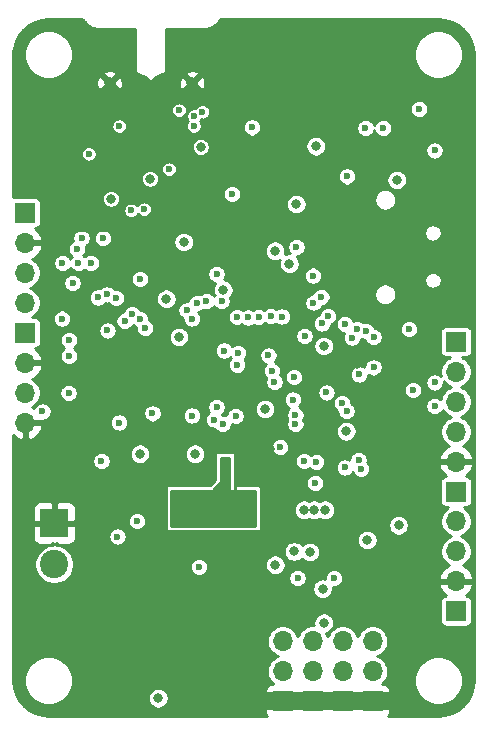
<source format=gbr>
G04 #@! TF.GenerationSoftware,KiCad,Pcbnew,(5.1.7)-1*
G04 #@! TF.CreationDate,2021-03-01T18:39:25+01:00*
G04 #@! TF.ProjectId,Zeggreus,5a656767-7265-4757-932e-6b696361645f,rev?*
G04 #@! TF.SameCoordinates,Original*
G04 #@! TF.FileFunction,Copper,L2,Inr*
G04 #@! TF.FilePolarity,Positive*
%FSLAX46Y46*%
G04 Gerber Fmt 4.6, Leading zero omitted, Abs format (unit mm)*
G04 Created by KiCad (PCBNEW (5.1.7)-1) date 2021-03-01 18:39:25*
%MOMM*%
%LPD*%
G01*
G04 APERTURE LIST*
G04 #@! TA.AperFunction,ComponentPad*
%ADD10O,1.700000X1.700000*%
G04 #@! TD*
G04 #@! TA.AperFunction,ComponentPad*
%ADD11R,1.700000X1.700000*%
G04 #@! TD*
G04 #@! TA.AperFunction,ComponentPad*
%ADD12C,2.400000*%
G04 #@! TD*
G04 #@! TA.AperFunction,ComponentPad*
%ADD13R,2.400000X2.400000*%
G04 #@! TD*
G04 #@! TA.AperFunction,ComponentPad*
%ADD14C,0.970000*%
G04 #@! TD*
G04 #@! TA.AperFunction,ComponentPad*
%ADD15C,0.500000*%
G04 #@! TD*
G04 #@! TA.AperFunction,ViaPad*
%ADD16C,0.800000*%
G04 #@! TD*
G04 #@! TA.AperFunction,ViaPad*
%ADD17C,0.600000*%
G04 #@! TD*
G04 #@! TA.AperFunction,ViaPad*
%ADD18C,0.450000*%
G04 #@! TD*
G04 #@! TA.AperFunction,Conductor*
%ADD19C,1.500000*%
G04 #@! TD*
G04 #@! TA.AperFunction,Conductor*
%ADD20C,0.254000*%
G04 #@! TD*
G04 #@! TA.AperFunction,Conductor*
%ADD21C,0.100000*%
G04 #@! TD*
G04 APERTURE END LIST*
D10*
X130050000Y-92260000D03*
X130050000Y-89720000D03*
X130050000Y-87180000D03*
D11*
X130050000Y-84640000D03*
D12*
X132500000Y-104250000D03*
D13*
X132500000Y-100750000D03*
D11*
X166516000Y-85392000D03*
D14*
X144180136Y-63527000D03*
X137195136Y-63527000D03*
D10*
X130050000Y-82100000D03*
X130050000Y-79560000D03*
X130050000Y-77020000D03*
D11*
X130050000Y-74480000D03*
D15*
X142036000Y-69122000D03*
X140936000Y-69122000D03*
X139836000Y-69122000D03*
X142036000Y-68022000D03*
X140936000Y-68022000D03*
X139836000Y-68022000D03*
X142036000Y-66922000D03*
X140936000Y-66922000D03*
X139836000Y-66922000D03*
D10*
X166516000Y-100592000D03*
X166516000Y-103132000D03*
X166516000Y-105672000D03*
D11*
X166516000Y-108212000D03*
D10*
X166516000Y-87932000D03*
X166516000Y-90472000D03*
X166516000Y-93012000D03*
X166516000Y-95552000D03*
D11*
X166516000Y-98092000D03*
D10*
X151829000Y-110752000D03*
X151829000Y-113292000D03*
D11*
X151829000Y-115832000D03*
X154369000Y-115832000D03*
D10*
X154369000Y-113292000D03*
X154369000Y-110752000D03*
D11*
X156909000Y-115832000D03*
D10*
X156909000Y-113292000D03*
X156909000Y-110752000D03*
X159449000Y-110752000D03*
X159449000Y-113292000D03*
D11*
X159449000Y-115832000D03*
D16*
X146816000Y-80992000D03*
X139753500Y-94892000D03*
X143053500Y-84992000D03*
X152416000Y-78792000D03*
X157216000Y-92992000D03*
X144416000Y-94892000D03*
X137316000Y-73292000D03*
X159016000Y-102192000D03*
D17*
X162866000Y-89492000D03*
D16*
X142000000Y-81766994D03*
D17*
X147555000Y-72900000D03*
D16*
X151200000Y-77700000D03*
X155305010Y-85769250D03*
D17*
X133150000Y-83450000D03*
D16*
X144900000Y-68900000D03*
D17*
X139500000Y-100600004D03*
D16*
X153653500Y-99635021D03*
X155424682Y-99635021D03*
X154523334Y-99635021D03*
X150344990Y-91100000D03*
X161500000Y-71700000D03*
D17*
X146249462Y-90950538D03*
D16*
X143450002Y-76950000D03*
D17*
X133200000Y-78750000D03*
X163400000Y-65700000D03*
D16*
X140600000Y-71600000D03*
D17*
X131499992Y-91300000D03*
D16*
X155216000Y-106305010D03*
X153000000Y-73750000D03*
D17*
X133750000Y-86600000D03*
X136500000Y-95500000D03*
X149250000Y-67250000D03*
X136300000Y-62100000D03*
X136300000Y-59100000D03*
X136300000Y-60600000D03*
X145100000Y-62100000D03*
X145100000Y-60600000D03*
X145100000Y-59100000D03*
D16*
X146166000Y-64592000D03*
X146166000Y-67100000D03*
X146166000Y-72700000D03*
X134320000Y-64570000D03*
X134316000Y-67112000D03*
X134316000Y-72692000D03*
X134316000Y-75450000D03*
X140416000Y-75492000D03*
X146166000Y-69900000D03*
X137400000Y-75492000D03*
X146166000Y-75492000D03*
D17*
X141753500Y-97592000D03*
X141753500Y-101592000D03*
X141753500Y-100592000D03*
X141753500Y-99592000D03*
X141753500Y-98592000D03*
X150153500Y-101592000D03*
X150153500Y-100592000D03*
X150153500Y-99592000D03*
X150153500Y-98592000D03*
D16*
X139753500Y-93292000D03*
X160466000Y-78542000D03*
X145566000Y-112442000D03*
X145566000Y-113342000D03*
X145566000Y-114242000D03*
X145566000Y-116042000D03*
D17*
X149103500Y-101592000D03*
X148053500Y-101592000D03*
X147003500Y-101592000D03*
X145953500Y-101592000D03*
X144903500Y-101592000D03*
X143853500Y-101592000D03*
X142803500Y-101592000D03*
D16*
X140016000Y-113492000D03*
X140016000Y-112592000D03*
X140016000Y-111692000D03*
X140816000Y-112192000D03*
X140816000Y-113092000D03*
X140316000Y-108192000D03*
X140316000Y-107292000D03*
X140316000Y-106392000D03*
X140316000Y-105492000D03*
X145566000Y-115142000D03*
X141116000Y-106892000D03*
X141116000Y-107792000D03*
X141116000Y-105992000D03*
X146516000Y-112092000D03*
X147316000Y-107392000D03*
X158616000Y-107492000D03*
X151053500Y-99092000D03*
X150516000Y-108692000D03*
D17*
X146326824Y-78534986D03*
D16*
X148916006Y-81491994D03*
X157516000Y-108792000D03*
X143870500Y-98675000D03*
X148166761Y-100398550D03*
X134316000Y-69892000D03*
X157316000Y-94592000D03*
X152916000Y-93592000D03*
X150716000Y-107047010D03*
X137516000Y-72192000D03*
X159164518Y-99543482D03*
X150738058Y-94502321D03*
X153491928Y-80678616D03*
X140816000Y-81792000D03*
X141600000Y-84750000D03*
D17*
X143700000Y-72800000D03*
X140700000Y-72979661D03*
X142399996Y-73950000D03*
X144350000Y-71950000D03*
D16*
X144827036Y-86080356D03*
D17*
X144350000Y-88900000D03*
D18*
X141600000Y-65250000D03*
X139800000Y-65300000D03*
X141700000Y-63700000D03*
X139700000Y-63700000D03*
D17*
X136500000Y-65350000D03*
X136000000Y-66500000D03*
X136026699Y-67476699D03*
D16*
X152600000Y-87400000D03*
D17*
X162550000Y-65750000D03*
D16*
X141180603Y-95881985D03*
X149177265Y-88667376D03*
D17*
X162500000Y-88350000D03*
D16*
X158158000Y-86092000D03*
X158125000Y-87275000D03*
D17*
X139450000Y-102100000D03*
D16*
X150750000Y-81550000D03*
X143678317Y-80156534D03*
D17*
X149300000Y-70000000D03*
D16*
X151550000Y-75100000D03*
X160700000Y-83550000D03*
D17*
X161800000Y-70450000D03*
X165900000Y-71100000D03*
D16*
X162216000Y-76792000D03*
X159097157Y-98655010D03*
D17*
X143455010Y-70135933D03*
D16*
X156200000Y-67350000D03*
X151050000Y-100850000D03*
X143500000Y-75492000D03*
D17*
X143321043Y-73771043D03*
X139000000Y-66000000D03*
X138179984Y-68877010D03*
X136980000Y-70629998D03*
D16*
X134500000Y-110750006D03*
X157700000Y-106000000D03*
D17*
X153000000Y-70250000D03*
X140815999Y-91464979D03*
X138000000Y-92250000D03*
D16*
X154650000Y-68850000D03*
D17*
X148066000Y-86334005D03*
X157100000Y-96049998D03*
X151141196Y-88808804D03*
X154685023Y-95564977D03*
X158484193Y-96160193D03*
X157699992Y-85050000D03*
X146886019Y-86149913D03*
X150950012Y-87850000D03*
X154600000Y-97364990D03*
X153650000Y-95500000D03*
X149800000Y-83297000D03*
X153696031Y-84934745D03*
X158134485Y-84350314D03*
X146050000Y-92000000D03*
X164700000Y-90850000D03*
X164700000Y-69200000D03*
X164700009Y-88850009D03*
X152916000Y-92392000D03*
X155692019Y-83244990D03*
X157250657Y-91262935D03*
X155150000Y-83850000D03*
X157100000Y-83900008D03*
X156877807Y-90577807D03*
X152916000Y-91592000D03*
X154408739Y-79808944D03*
X154450000Y-82094386D03*
X155116000Y-81592000D03*
X153012009Y-77387989D03*
X146665009Y-81959328D03*
X151766000Y-83272000D03*
X150816000Y-83242002D03*
X145387000Y-81963000D03*
X158266000Y-95392000D03*
X151641075Y-94331979D03*
X157294990Y-71400000D03*
X146750000Y-92344990D03*
X144750000Y-104450000D03*
X137000000Y-84450000D03*
X143066000Y-65792000D03*
X140200000Y-84250000D03*
X136613057Y-76644990D03*
X134816000Y-76644990D03*
X135595002Y-78745423D03*
X139094075Y-83077886D03*
X144308629Y-67149725D03*
X136950000Y-81400010D03*
X144364739Y-66292060D03*
X139750000Y-83500000D03*
X139750000Y-80100000D03*
X145050740Y-65920818D03*
X160350000Y-67300000D03*
X158850000Y-67300000D03*
X148916000Y-83342000D03*
X144138845Y-83447000D03*
X134055750Y-80444250D03*
X143710204Y-82745401D03*
X147984193Y-83297010D03*
X134423021Y-77539988D03*
X134550000Y-78750000D03*
X150629865Y-86558541D03*
X155550000Y-89700002D03*
X159535005Y-87569989D03*
X148000000Y-87344990D03*
X158900001Y-84500001D03*
X146250000Y-79650000D03*
X144600000Y-82100000D03*
X144143285Y-91651101D03*
X147852401Y-91697877D03*
X137850000Y-101900000D03*
X158324994Y-88174994D03*
X138016000Y-67167000D03*
X142223131Y-70786757D03*
X152800009Y-88394990D03*
X152700000Y-90300000D03*
X140115780Y-74189663D03*
X138460990Y-83644990D03*
X139013193Y-74289193D03*
X137722258Y-81694553D03*
X135416000Y-69492000D03*
X136194990Y-81650000D03*
D16*
X152799101Y-103162000D03*
X151216000Y-104292000D03*
X154136000Y-103212000D03*
X161650000Y-100950000D03*
X141316000Y-115592000D03*
X155316000Y-109192000D03*
D17*
X156200000Y-105424230D03*
X153100006Y-105400000D03*
X159535000Y-85000000D03*
X162550000Y-84350000D03*
X133750000Y-85250000D03*
X133720000Y-89720000D03*
D19*
X151829000Y-115832000D02*
X159449000Y-115832000D01*
X151829000Y-115832000D02*
X149968000Y-115832000D01*
X159449000Y-115832000D02*
X161082000Y-115832000D01*
D20*
X134700773Y-58095973D02*
X134782930Y-58104029D01*
X134838159Y-58120703D01*
X134889098Y-58147788D01*
X134933802Y-58184247D01*
X134991303Y-58253754D01*
X135052851Y-58334010D01*
X135058571Y-58342433D01*
X135067845Y-58353562D01*
X135076656Y-58365051D01*
X135083611Y-58372481D01*
X135149192Y-58451178D01*
X135154388Y-58459877D01*
X135180783Y-58489087D01*
X135190136Y-58500311D01*
X135197317Y-58507385D01*
X135204077Y-58514866D01*
X135214889Y-58524695D01*
X135242934Y-58552322D01*
X135251402Y-58557888D01*
X135316567Y-58617129D01*
X135335714Y-58637757D01*
X135373057Y-58664770D01*
X135410022Y-58692272D01*
X135435448Y-58704344D01*
X135522975Y-58755402D01*
X135550448Y-58773917D01*
X135588362Y-58789798D01*
X135625721Y-58806927D01*
X135657947Y-58814593D01*
X135725828Y-58835480D01*
X135726477Y-58835828D01*
X135772655Y-58849889D01*
X135795932Y-58857051D01*
X135796668Y-58857201D01*
X135797376Y-58857416D01*
X135820893Y-58862119D01*
X135868562Y-58871799D01*
X135869304Y-58871802D01*
X135915407Y-58881023D01*
X135933272Y-58885065D01*
X135939529Y-58885847D01*
X135945723Y-58887086D01*
X135963980Y-58888904D01*
X135995250Y-58892812D01*
X136001591Y-58894736D01*
X136044242Y-58898937D01*
X136062197Y-58901181D01*
X136068782Y-58901353D01*
X136075347Y-58902000D01*
X136093474Y-58902000D01*
X136136285Y-58903121D01*
X136142809Y-58902000D01*
X139348000Y-58902000D01*
X139348000Y-62500000D01*
X139348997Y-62515884D01*
X139354517Y-62540161D01*
X139364667Y-62562894D01*
X139379057Y-62583211D01*
X139397134Y-62600329D01*
X139418204Y-62613592D01*
X140207960Y-63008470D01*
X140598800Y-63301600D01*
X140610294Y-63309280D01*
X140632857Y-63319804D01*
X140657039Y-63325724D01*
X140681912Y-63326812D01*
X140706519Y-63323027D01*
X140729915Y-63314514D01*
X140751200Y-63301600D01*
X141142040Y-63008470D01*
X141639812Y-62759584D01*
X143592325Y-62759584D01*
X144180136Y-63347395D01*
X144767947Y-62759584D01*
X144734670Y-62547684D01*
X144532960Y-62458317D01*
X144317691Y-62410019D01*
X144097135Y-62404645D01*
X143879769Y-62442404D01*
X143673947Y-62521842D01*
X143625602Y-62547684D01*
X143592325Y-62759584D01*
X141639812Y-62759584D01*
X141931796Y-62613592D01*
X141945557Y-62605597D01*
X141964803Y-62589803D01*
X141980597Y-62570557D01*
X141992333Y-62548601D01*
X141999560Y-62524776D01*
X142002000Y-62500000D01*
X142002000Y-60887433D01*
X162939000Y-60887433D01*
X162939000Y-61296567D01*
X163018818Y-61697839D01*
X163175386Y-62075829D01*
X163402689Y-62416011D01*
X163691989Y-62705311D01*
X164032171Y-62932614D01*
X164410161Y-63089182D01*
X164811433Y-63169000D01*
X165220567Y-63169000D01*
X165621839Y-63089182D01*
X165999829Y-62932614D01*
X166340011Y-62705311D01*
X166629311Y-62416011D01*
X166856614Y-62075829D01*
X167013182Y-61697839D01*
X167093000Y-61296567D01*
X167093000Y-60887433D01*
X167013182Y-60486161D01*
X166856614Y-60108171D01*
X166629311Y-59767989D01*
X166340011Y-59478689D01*
X165999829Y-59251386D01*
X165621839Y-59094818D01*
X165220567Y-59015000D01*
X164811433Y-59015000D01*
X164410161Y-59094818D01*
X164032171Y-59251386D01*
X163691989Y-59478689D01*
X163402689Y-59767989D01*
X163175386Y-60108171D01*
X163018818Y-60486161D01*
X162939000Y-60887433D01*
X142002000Y-60887433D01*
X142002000Y-58902000D01*
X145294673Y-58902000D01*
X145313921Y-58902412D01*
X145319277Y-58902000D01*
X145324653Y-58902000D01*
X145343834Y-58900111D01*
X145440777Y-58892654D01*
X145462388Y-58893387D01*
X145489945Y-58888871D01*
X145493081Y-58888630D01*
X145514256Y-58884887D01*
X145535526Y-58881402D01*
X145538571Y-58880590D01*
X145566063Y-58875731D01*
X145586215Y-58867885D01*
X145687148Y-58840969D01*
X145713232Y-58836515D01*
X145757853Y-58819440D01*
X145802561Y-58802674D01*
X145825048Y-58788728D01*
X145915418Y-58743543D01*
X145931402Y-58737992D01*
X145959531Y-58721487D01*
X145966551Y-58717977D01*
X145980808Y-58709003D01*
X145995324Y-58700485D01*
X146001667Y-58695872D01*
X146029272Y-58678495D01*
X146041558Y-58666861D01*
X146097227Y-58626374D01*
X146110245Y-58619416D01*
X146137107Y-58597371D01*
X146145200Y-58591485D01*
X146156189Y-58581711D01*
X146167535Y-58572399D01*
X146174598Y-58565336D01*
X146200576Y-58542229D01*
X146209482Y-58530452D01*
X146239788Y-58500146D01*
X146250849Y-58491846D01*
X146274673Y-58465261D01*
X146282399Y-58457535D01*
X146291125Y-58446903D01*
X146300310Y-58436653D01*
X146306774Y-58427835D01*
X146329416Y-58400245D01*
X146335933Y-58388052D01*
X146385277Y-58320732D01*
X146395719Y-58303086D01*
X146449562Y-58215385D01*
X146488721Y-58173019D01*
X146535360Y-58139068D01*
X146587708Y-58114821D01*
X146650525Y-58099563D01*
X146702852Y-58095880D01*
X164991470Y-58094002D01*
X165597848Y-58153458D01*
X166157528Y-58322435D01*
X166673733Y-58596906D01*
X167126794Y-58966412D01*
X167499460Y-59416887D01*
X167777526Y-59931159D01*
X167950408Y-60489652D01*
X168014001Y-61094694D01*
X168014000Y-114067449D01*
X167954542Y-114673848D01*
X167785565Y-115233528D01*
X167511092Y-115749736D01*
X167141585Y-116202797D01*
X166691113Y-116575460D01*
X166176840Y-116853526D01*
X165618347Y-117026408D01*
X165013316Y-117090000D01*
X160785626Y-117090000D01*
X160829537Y-117036494D01*
X160888502Y-116926180D01*
X160924812Y-116806482D01*
X160937072Y-116682000D01*
X160934000Y-116117750D01*
X160775250Y-115959000D01*
X159576000Y-115959000D01*
X159576000Y-115979000D01*
X159322000Y-115979000D01*
X159322000Y-115959000D01*
X157036000Y-115959000D01*
X157036000Y-115979000D01*
X156782000Y-115979000D01*
X156782000Y-115959000D01*
X154496000Y-115959000D01*
X154496000Y-115979000D01*
X154242000Y-115979000D01*
X154242000Y-115959000D01*
X151956000Y-115959000D01*
X151956000Y-115979000D01*
X151702000Y-115979000D01*
X151702000Y-115959000D01*
X150502750Y-115959000D01*
X150344000Y-116117750D01*
X150340928Y-116682000D01*
X150353188Y-116806482D01*
X150389498Y-116926180D01*
X150448463Y-117036494D01*
X150492374Y-117090000D01*
X132040551Y-117090000D01*
X131434152Y-117030542D01*
X130874472Y-116861565D01*
X130358264Y-116587092D01*
X129905203Y-116217585D01*
X129532540Y-115767113D01*
X129254474Y-115252840D01*
X129081592Y-114694347D01*
X129018000Y-114089316D01*
X129018000Y-113887433D01*
X129939000Y-113887433D01*
X129939000Y-114296567D01*
X130018818Y-114697839D01*
X130175386Y-115075829D01*
X130402689Y-115416011D01*
X130691989Y-115705311D01*
X131032171Y-115932614D01*
X131410161Y-116089182D01*
X131811433Y-116169000D01*
X132220567Y-116169000D01*
X132621839Y-116089182D01*
X132999829Y-115932614D01*
X133340011Y-115705311D01*
X133539699Y-115505623D01*
X140439000Y-115505623D01*
X140439000Y-115678377D01*
X140472703Y-115847811D01*
X140538813Y-116007415D01*
X140634790Y-116151055D01*
X140756945Y-116273210D01*
X140900585Y-116369187D01*
X141060189Y-116435297D01*
X141229623Y-116469000D01*
X141402377Y-116469000D01*
X141571811Y-116435297D01*
X141731415Y-116369187D01*
X141875055Y-116273210D01*
X141997210Y-116151055D01*
X142093187Y-116007415D01*
X142159297Y-115847811D01*
X142193000Y-115678377D01*
X142193000Y-115505623D01*
X142159297Y-115336189D01*
X142093187Y-115176585D01*
X141997210Y-115032945D01*
X141946265Y-114982000D01*
X150340928Y-114982000D01*
X150344000Y-115546250D01*
X150502750Y-115705000D01*
X151702000Y-115705000D01*
X151702000Y-115685000D01*
X151956000Y-115685000D01*
X151956000Y-115705000D01*
X154242000Y-115705000D01*
X154242000Y-115685000D01*
X154496000Y-115685000D01*
X154496000Y-115705000D01*
X156782000Y-115705000D01*
X156782000Y-115685000D01*
X157036000Y-115685000D01*
X157036000Y-115705000D01*
X159322000Y-115705000D01*
X159322000Y-115685000D01*
X159576000Y-115685000D01*
X159576000Y-115705000D01*
X160775250Y-115705000D01*
X160934000Y-115546250D01*
X160937072Y-114982000D01*
X160924812Y-114857518D01*
X160888502Y-114737820D01*
X160829537Y-114627506D01*
X160750185Y-114530815D01*
X160653494Y-114451463D01*
X160543180Y-114392498D01*
X160423482Y-114356188D01*
X160299000Y-114343928D01*
X160262921Y-114344124D01*
X160294913Y-114322748D01*
X160479748Y-114137913D01*
X160624972Y-113920570D01*
X160638697Y-113887433D01*
X162939000Y-113887433D01*
X162939000Y-114296567D01*
X163018818Y-114697839D01*
X163175386Y-115075829D01*
X163402689Y-115416011D01*
X163691989Y-115705311D01*
X164032171Y-115932614D01*
X164410161Y-116089182D01*
X164811433Y-116169000D01*
X165220567Y-116169000D01*
X165621839Y-116089182D01*
X165999829Y-115932614D01*
X166340011Y-115705311D01*
X166629311Y-115416011D01*
X166856614Y-115075829D01*
X167013182Y-114697839D01*
X167093000Y-114296567D01*
X167093000Y-113887433D01*
X167013182Y-113486161D01*
X166856614Y-113108171D01*
X166629311Y-112767989D01*
X166340011Y-112478689D01*
X165999829Y-112251386D01*
X165621839Y-112094818D01*
X165220567Y-112015000D01*
X164811433Y-112015000D01*
X164410161Y-112094818D01*
X164032171Y-112251386D01*
X163691989Y-112478689D01*
X163402689Y-112767989D01*
X163175386Y-113108171D01*
X163018818Y-113486161D01*
X162939000Y-113887433D01*
X160638697Y-113887433D01*
X160725004Y-113679072D01*
X160776000Y-113422698D01*
X160776000Y-113161302D01*
X160725004Y-112904928D01*
X160624972Y-112663430D01*
X160479748Y-112446087D01*
X160294913Y-112261252D01*
X160077570Y-112116028D01*
X159850567Y-112022000D01*
X160077570Y-111927972D01*
X160294913Y-111782748D01*
X160479748Y-111597913D01*
X160624972Y-111380570D01*
X160725004Y-111139072D01*
X160776000Y-110882698D01*
X160776000Y-110621302D01*
X160725004Y-110364928D01*
X160624972Y-110123430D01*
X160479748Y-109906087D01*
X160294913Y-109721252D01*
X160077570Y-109576028D01*
X159836072Y-109475996D01*
X159579698Y-109425000D01*
X159318302Y-109425000D01*
X159061928Y-109475996D01*
X158820430Y-109576028D01*
X158603087Y-109721252D01*
X158418252Y-109906087D01*
X158273028Y-110123430D01*
X158179000Y-110350433D01*
X158084972Y-110123430D01*
X157939748Y-109906087D01*
X157754913Y-109721252D01*
X157537570Y-109576028D01*
X157296072Y-109475996D01*
X157039698Y-109425000D01*
X156778302Y-109425000D01*
X156521928Y-109475996D01*
X156280430Y-109576028D01*
X156063087Y-109721252D01*
X155878252Y-109906087D01*
X155733028Y-110123430D01*
X155639000Y-110350433D01*
X155544972Y-110123430D01*
X155496141Y-110050349D01*
X155571811Y-110035297D01*
X155731415Y-109969187D01*
X155875055Y-109873210D01*
X155997210Y-109751055D01*
X156093187Y-109607415D01*
X156159297Y-109447811D01*
X156193000Y-109278377D01*
X156193000Y-109105623D01*
X156159297Y-108936189D01*
X156093187Y-108776585D01*
X155997210Y-108632945D01*
X155875055Y-108510790D01*
X155731415Y-108414813D01*
X155571811Y-108348703D01*
X155402377Y-108315000D01*
X155229623Y-108315000D01*
X155060189Y-108348703D01*
X154900585Y-108414813D01*
X154756945Y-108510790D01*
X154634790Y-108632945D01*
X154538813Y-108776585D01*
X154472703Y-108936189D01*
X154439000Y-109105623D01*
X154439000Y-109278377D01*
X154468166Y-109425000D01*
X154238302Y-109425000D01*
X153981928Y-109475996D01*
X153740430Y-109576028D01*
X153523087Y-109721252D01*
X153338252Y-109906087D01*
X153193028Y-110123430D01*
X153099000Y-110350433D01*
X153004972Y-110123430D01*
X152859748Y-109906087D01*
X152674913Y-109721252D01*
X152457570Y-109576028D01*
X152216072Y-109475996D01*
X151959698Y-109425000D01*
X151698302Y-109425000D01*
X151441928Y-109475996D01*
X151200430Y-109576028D01*
X150983087Y-109721252D01*
X150798252Y-109906087D01*
X150653028Y-110123430D01*
X150552996Y-110364928D01*
X150502000Y-110621302D01*
X150502000Y-110882698D01*
X150552996Y-111139072D01*
X150653028Y-111380570D01*
X150798252Y-111597913D01*
X150983087Y-111782748D01*
X151200430Y-111927972D01*
X151427433Y-112022000D01*
X151200430Y-112116028D01*
X150983087Y-112261252D01*
X150798252Y-112446087D01*
X150653028Y-112663430D01*
X150552996Y-112904928D01*
X150502000Y-113161302D01*
X150502000Y-113422698D01*
X150552996Y-113679072D01*
X150653028Y-113920570D01*
X150798252Y-114137913D01*
X150983087Y-114322748D01*
X151015079Y-114344124D01*
X150979000Y-114343928D01*
X150854518Y-114356188D01*
X150734820Y-114392498D01*
X150624506Y-114451463D01*
X150527815Y-114530815D01*
X150448463Y-114627506D01*
X150389498Y-114737820D01*
X150353188Y-114857518D01*
X150340928Y-114982000D01*
X141946265Y-114982000D01*
X141875055Y-114910790D01*
X141731415Y-114814813D01*
X141571811Y-114748703D01*
X141402377Y-114715000D01*
X141229623Y-114715000D01*
X141060189Y-114748703D01*
X140900585Y-114814813D01*
X140756945Y-114910790D01*
X140634790Y-115032945D01*
X140538813Y-115176585D01*
X140472703Y-115336189D01*
X140439000Y-115505623D01*
X133539699Y-115505623D01*
X133629311Y-115416011D01*
X133856614Y-115075829D01*
X134013182Y-114697839D01*
X134093000Y-114296567D01*
X134093000Y-113887433D01*
X134013182Y-113486161D01*
X133856614Y-113108171D01*
X133629311Y-112767989D01*
X133340011Y-112478689D01*
X132999829Y-112251386D01*
X132621839Y-112094818D01*
X132220567Y-112015000D01*
X131811433Y-112015000D01*
X131410161Y-112094818D01*
X131032171Y-112251386D01*
X130691989Y-112478689D01*
X130402689Y-112767989D01*
X130175386Y-113108171D01*
X130018818Y-113486161D01*
X129939000Y-113887433D01*
X129018000Y-113887433D01*
X129018000Y-106218633D01*
X154339000Y-106218633D01*
X154339000Y-106391387D01*
X154372703Y-106560821D01*
X154438813Y-106720425D01*
X154534790Y-106864065D01*
X154656945Y-106986220D01*
X154800585Y-107082197D01*
X154960189Y-107148307D01*
X155129623Y-107182010D01*
X155302377Y-107182010D01*
X155471811Y-107148307D01*
X155631415Y-107082197D01*
X155775055Y-106986220D01*
X155897210Y-106864065D01*
X155993187Y-106720425D01*
X156059297Y-106560821D01*
X156093000Y-106391387D01*
X156093000Y-106218633D01*
X156088140Y-106194202D01*
X156123472Y-106201230D01*
X156276528Y-106201230D01*
X156426643Y-106171371D01*
X156568048Y-106112799D01*
X156693626Y-106028890D01*
X165074524Y-106028890D01*
X165119175Y-106176099D01*
X165244359Y-106438920D01*
X165418412Y-106672269D01*
X165634645Y-106867178D01*
X165661445Y-106883142D01*
X165572492Y-106891903D01*
X165482577Y-106919178D01*
X165399711Y-106963471D01*
X165327079Y-107023079D01*
X165267471Y-107095711D01*
X165223178Y-107178577D01*
X165195903Y-107268492D01*
X165186693Y-107362000D01*
X165186693Y-109062000D01*
X165195903Y-109155508D01*
X165223178Y-109245423D01*
X165267471Y-109328289D01*
X165327079Y-109400921D01*
X165399711Y-109460529D01*
X165482577Y-109504822D01*
X165572492Y-109532097D01*
X165666000Y-109541307D01*
X167366000Y-109541307D01*
X167459508Y-109532097D01*
X167549423Y-109504822D01*
X167632289Y-109460529D01*
X167704921Y-109400921D01*
X167764529Y-109328289D01*
X167808822Y-109245423D01*
X167836097Y-109155508D01*
X167845307Y-109062000D01*
X167845307Y-107362000D01*
X167836097Y-107268492D01*
X167808822Y-107178577D01*
X167764529Y-107095711D01*
X167704921Y-107023079D01*
X167632289Y-106963471D01*
X167549423Y-106919178D01*
X167459508Y-106891903D01*
X167370555Y-106883142D01*
X167397355Y-106867178D01*
X167613588Y-106672269D01*
X167787641Y-106438920D01*
X167912825Y-106176099D01*
X167957476Y-106028890D01*
X167836155Y-105799000D01*
X166643000Y-105799000D01*
X166643000Y-105819000D01*
X166389000Y-105819000D01*
X166389000Y-105799000D01*
X165195845Y-105799000D01*
X165074524Y-106028890D01*
X156693626Y-106028890D01*
X156695309Y-106027766D01*
X156803536Y-105919539D01*
X156888569Y-105792278D01*
X156947141Y-105650873D01*
X156977000Y-105500758D01*
X156977000Y-105347702D01*
X156947141Y-105197587D01*
X156888569Y-105056182D01*
X156803536Y-104928921D01*
X156695309Y-104820694D01*
X156568048Y-104735661D01*
X156426643Y-104677089D01*
X156276528Y-104647230D01*
X156123472Y-104647230D01*
X155973357Y-104677089D01*
X155831952Y-104735661D01*
X155704691Y-104820694D01*
X155596464Y-104928921D01*
X155511431Y-105056182D01*
X155452859Y-105197587D01*
X155423000Y-105347702D01*
X155423000Y-105452004D01*
X155302377Y-105428010D01*
X155129623Y-105428010D01*
X154960189Y-105461713D01*
X154800585Y-105527823D01*
X154656945Y-105623800D01*
X154534790Y-105745955D01*
X154438813Y-105889595D01*
X154372703Y-106049199D01*
X154339000Y-106218633D01*
X129018000Y-106218633D01*
X129018000Y-101950000D01*
X130661928Y-101950000D01*
X130674188Y-102074482D01*
X130710498Y-102194180D01*
X130769463Y-102304494D01*
X130848815Y-102401185D01*
X130945506Y-102480537D01*
X131055820Y-102539502D01*
X131175518Y-102575812D01*
X131300000Y-102588072D01*
X132214250Y-102585000D01*
X132372998Y-102426252D01*
X132372998Y-102573000D01*
X132334830Y-102573000D01*
X132010837Y-102637446D01*
X131705643Y-102763862D01*
X131430975Y-102947389D01*
X131197389Y-103180975D01*
X131013862Y-103455643D01*
X130887446Y-103760837D01*
X130823000Y-104084830D01*
X130823000Y-104415170D01*
X130887446Y-104739163D01*
X131013862Y-105044357D01*
X131197389Y-105319025D01*
X131430975Y-105552611D01*
X131705643Y-105736138D01*
X132010837Y-105862554D01*
X132334830Y-105927000D01*
X132665170Y-105927000D01*
X132989163Y-105862554D01*
X133294357Y-105736138D01*
X133569025Y-105552611D01*
X133798164Y-105323472D01*
X152323006Y-105323472D01*
X152323006Y-105476528D01*
X152352865Y-105626643D01*
X152411437Y-105768048D01*
X152496470Y-105895309D01*
X152604697Y-106003536D01*
X152731958Y-106088569D01*
X152873363Y-106147141D01*
X153023478Y-106177000D01*
X153176534Y-106177000D01*
X153326649Y-106147141D01*
X153468054Y-106088569D01*
X153595315Y-106003536D01*
X153703542Y-105895309D01*
X153788575Y-105768048D01*
X153847147Y-105626643D01*
X153877006Y-105476528D01*
X153877006Y-105323472D01*
X153847147Y-105173357D01*
X153788575Y-105031952D01*
X153703542Y-104904691D01*
X153595315Y-104796464D01*
X153468054Y-104711431D01*
X153326649Y-104652859D01*
X153176534Y-104623000D01*
X153023478Y-104623000D01*
X152873363Y-104652859D01*
X152731958Y-104711431D01*
X152604697Y-104796464D01*
X152496470Y-104904691D01*
X152411437Y-105031952D01*
X152352865Y-105173357D01*
X152323006Y-105323472D01*
X133798164Y-105323472D01*
X133802611Y-105319025D01*
X133986138Y-105044357D01*
X134112554Y-104739163D01*
X134177000Y-104415170D01*
X134177000Y-104373472D01*
X143973000Y-104373472D01*
X143973000Y-104526528D01*
X144002859Y-104676643D01*
X144061431Y-104818048D01*
X144146464Y-104945309D01*
X144254691Y-105053536D01*
X144381952Y-105138569D01*
X144523357Y-105197141D01*
X144673472Y-105227000D01*
X144826528Y-105227000D01*
X144976643Y-105197141D01*
X145118048Y-105138569D01*
X145245309Y-105053536D01*
X145353536Y-104945309D01*
X145438569Y-104818048D01*
X145497141Y-104676643D01*
X145527000Y-104526528D01*
X145527000Y-104373472D01*
X145497141Y-104223357D01*
X145489796Y-104205623D01*
X150339000Y-104205623D01*
X150339000Y-104378377D01*
X150372703Y-104547811D01*
X150438813Y-104707415D01*
X150534790Y-104851055D01*
X150656945Y-104973210D01*
X150800585Y-105069187D01*
X150960189Y-105135297D01*
X151129623Y-105169000D01*
X151302377Y-105169000D01*
X151471811Y-105135297D01*
X151631415Y-105069187D01*
X151775055Y-104973210D01*
X151897210Y-104851055D01*
X151993187Y-104707415D01*
X152059297Y-104547811D01*
X152093000Y-104378377D01*
X152093000Y-104205623D01*
X152059297Y-104036189D01*
X151993187Y-103876585D01*
X151897210Y-103732945D01*
X151775055Y-103610790D01*
X151631415Y-103514813D01*
X151471811Y-103448703D01*
X151302377Y-103415000D01*
X151129623Y-103415000D01*
X150960189Y-103448703D01*
X150800585Y-103514813D01*
X150656945Y-103610790D01*
X150534790Y-103732945D01*
X150438813Y-103876585D01*
X150372703Y-104036189D01*
X150339000Y-104205623D01*
X145489796Y-104205623D01*
X145438569Y-104081952D01*
X145353536Y-103954691D01*
X145245309Y-103846464D01*
X145118048Y-103761431D01*
X144976643Y-103702859D01*
X144826528Y-103673000D01*
X144673472Y-103673000D01*
X144523357Y-103702859D01*
X144381952Y-103761431D01*
X144254691Y-103846464D01*
X144146464Y-103954691D01*
X144061431Y-104081952D01*
X144002859Y-104223357D01*
X143973000Y-104373472D01*
X134177000Y-104373472D01*
X134177000Y-104084830D01*
X134112554Y-103760837D01*
X133986138Y-103455643D01*
X133802611Y-103180975D01*
X133697259Y-103075623D01*
X151922101Y-103075623D01*
X151922101Y-103248377D01*
X151955804Y-103417811D01*
X152021914Y-103577415D01*
X152117891Y-103721055D01*
X152240046Y-103843210D01*
X152383686Y-103939187D01*
X152543290Y-104005297D01*
X152712724Y-104039000D01*
X152885478Y-104039000D01*
X153054912Y-104005297D01*
X153214516Y-103939187D01*
X153358156Y-103843210D01*
X153444985Y-103756381D01*
X153454790Y-103771055D01*
X153576945Y-103893210D01*
X153720585Y-103989187D01*
X153880189Y-104055297D01*
X154049623Y-104089000D01*
X154222377Y-104089000D01*
X154391811Y-104055297D01*
X154551415Y-103989187D01*
X154695055Y-103893210D01*
X154817210Y-103771055D01*
X154913187Y-103627415D01*
X154979297Y-103467811D01*
X155013000Y-103298377D01*
X155013000Y-103125623D01*
X154979297Y-102956189D01*
X154913187Y-102796585D01*
X154817210Y-102652945D01*
X154695055Y-102530790D01*
X154551415Y-102434813D01*
X154391811Y-102368703D01*
X154222377Y-102335000D01*
X154049623Y-102335000D01*
X153880189Y-102368703D01*
X153720585Y-102434813D01*
X153576945Y-102530790D01*
X153490116Y-102617619D01*
X153480311Y-102602945D01*
X153358156Y-102480790D01*
X153214516Y-102384813D01*
X153054912Y-102318703D01*
X152885478Y-102285000D01*
X152712724Y-102285000D01*
X152543290Y-102318703D01*
X152383686Y-102384813D01*
X152240046Y-102480790D01*
X152117891Y-102602945D01*
X152021914Y-102746585D01*
X151955804Y-102906189D01*
X151922101Y-103075623D01*
X133697259Y-103075623D01*
X133569025Y-102947389D01*
X133294357Y-102763862D01*
X132989163Y-102637446D01*
X132665170Y-102573000D01*
X132627002Y-102573000D01*
X132627002Y-102426252D01*
X132785750Y-102585000D01*
X133700000Y-102588072D01*
X133824482Y-102575812D01*
X133944180Y-102539502D01*
X134054494Y-102480537D01*
X134151185Y-102401185D01*
X134230537Y-102304494D01*
X134289502Y-102194180D01*
X134325812Y-102074482D01*
X134338072Y-101950000D01*
X134337647Y-101823472D01*
X137073000Y-101823472D01*
X137073000Y-101976528D01*
X137102859Y-102126643D01*
X137161431Y-102268048D01*
X137246464Y-102395309D01*
X137354691Y-102503536D01*
X137481952Y-102588569D01*
X137623357Y-102647141D01*
X137773472Y-102677000D01*
X137926528Y-102677000D01*
X138076643Y-102647141D01*
X138218048Y-102588569D01*
X138345309Y-102503536D01*
X138453536Y-102395309D01*
X138538569Y-102268048D01*
X138597141Y-102126643D01*
X138601322Y-102105623D01*
X158139000Y-102105623D01*
X158139000Y-102278377D01*
X158172703Y-102447811D01*
X158238813Y-102607415D01*
X158334790Y-102751055D01*
X158456945Y-102873210D01*
X158600585Y-102969187D01*
X158760189Y-103035297D01*
X158929623Y-103069000D01*
X159102377Y-103069000D01*
X159271811Y-103035297D01*
X159431415Y-102969187D01*
X159575055Y-102873210D01*
X159697210Y-102751055D01*
X159793187Y-102607415D01*
X159859297Y-102447811D01*
X159893000Y-102278377D01*
X159893000Y-102105623D01*
X159859297Y-101936189D01*
X159793187Y-101776585D01*
X159697210Y-101632945D01*
X159575055Y-101510790D01*
X159431415Y-101414813D01*
X159271811Y-101348703D01*
X159102377Y-101315000D01*
X158929623Y-101315000D01*
X158760189Y-101348703D01*
X158600585Y-101414813D01*
X158456945Y-101510790D01*
X158334790Y-101632945D01*
X158238813Y-101776585D01*
X158172703Y-101936189D01*
X158139000Y-102105623D01*
X138601322Y-102105623D01*
X138627000Y-101976528D01*
X138627000Y-101823472D01*
X138597141Y-101673357D01*
X138538569Y-101531952D01*
X138453536Y-101404691D01*
X138345309Y-101296464D01*
X138218048Y-101211431D01*
X138076643Y-101152859D01*
X137926528Y-101123000D01*
X137773472Y-101123000D01*
X137623357Y-101152859D01*
X137481952Y-101211431D01*
X137354691Y-101296464D01*
X137246464Y-101404691D01*
X137161431Y-101531952D01*
X137102859Y-101673357D01*
X137073000Y-101823472D01*
X134337647Y-101823472D01*
X134335000Y-101035750D01*
X134176250Y-100877000D01*
X132627000Y-100877000D01*
X132627000Y-100897000D01*
X132373000Y-100897000D01*
X132373000Y-100877000D01*
X130823750Y-100877000D01*
X130665000Y-101035750D01*
X130661928Y-101950000D01*
X129018000Y-101950000D01*
X129018000Y-99550000D01*
X130661928Y-99550000D01*
X130665000Y-100464250D01*
X130823750Y-100623000D01*
X132373000Y-100623000D01*
X132373000Y-99073750D01*
X132627000Y-99073750D01*
X132627000Y-100623000D01*
X134176250Y-100623000D01*
X134275774Y-100523476D01*
X138723000Y-100523476D01*
X138723000Y-100676532D01*
X138752859Y-100826647D01*
X138811431Y-100968052D01*
X138896464Y-101095313D01*
X139004691Y-101203540D01*
X139131952Y-101288573D01*
X139273357Y-101347145D01*
X139423472Y-101377004D01*
X139576528Y-101377004D01*
X139726643Y-101347145D01*
X139868048Y-101288573D01*
X139995309Y-101203540D01*
X140103536Y-101095313D01*
X140188569Y-100968052D01*
X140247141Y-100826647D01*
X140277000Y-100676532D01*
X140277000Y-100523476D01*
X140247141Y-100373361D01*
X140188569Y-100231956D01*
X140103536Y-100104695D01*
X139995309Y-99996468D01*
X139868048Y-99911435D01*
X139726643Y-99852863D01*
X139576528Y-99823004D01*
X139423472Y-99823004D01*
X139273357Y-99852863D01*
X139131952Y-99911435D01*
X139004691Y-99996468D01*
X138896464Y-100104695D01*
X138811431Y-100231956D01*
X138752859Y-100373361D01*
X138723000Y-100523476D01*
X134275774Y-100523476D01*
X134335000Y-100464250D01*
X134338072Y-99550000D01*
X134325812Y-99425518D01*
X134289502Y-99305820D01*
X134230537Y-99195506D01*
X134151185Y-99098815D01*
X134054494Y-99019463D01*
X133944180Y-98960498D01*
X133824482Y-98924188D01*
X133700000Y-98911928D01*
X132785750Y-98915000D01*
X132627000Y-99073750D01*
X132373000Y-99073750D01*
X132214250Y-98915000D01*
X131300000Y-98911928D01*
X131175518Y-98924188D01*
X131055820Y-98960498D01*
X130945506Y-99019463D01*
X130848815Y-99098815D01*
X130769463Y-99195506D01*
X130710498Y-99305820D01*
X130674188Y-99425518D01*
X130661928Y-99550000D01*
X129018000Y-99550000D01*
X129018000Y-97692000D01*
X141926500Y-97692000D01*
X141926500Y-101292000D01*
X141928940Y-101316776D01*
X141936167Y-101340601D01*
X141947903Y-101362557D01*
X141963697Y-101381803D01*
X141982943Y-101397597D01*
X142004899Y-101409333D01*
X142028724Y-101416560D01*
X142053500Y-101419000D01*
X149853500Y-101419000D01*
X149878276Y-101416560D01*
X149902101Y-101409333D01*
X149924057Y-101397597D01*
X149943303Y-101381803D01*
X149959097Y-101362557D01*
X149970833Y-101340601D01*
X149978060Y-101316776D01*
X149980500Y-101292000D01*
X149980500Y-100863623D01*
X160773000Y-100863623D01*
X160773000Y-101036377D01*
X160806703Y-101205811D01*
X160872813Y-101365415D01*
X160968790Y-101509055D01*
X161090945Y-101631210D01*
X161234585Y-101727187D01*
X161394189Y-101793297D01*
X161563623Y-101827000D01*
X161736377Y-101827000D01*
X161905811Y-101793297D01*
X162065415Y-101727187D01*
X162209055Y-101631210D01*
X162331210Y-101509055D01*
X162427187Y-101365415D01*
X162493297Y-101205811D01*
X162527000Y-101036377D01*
X162527000Y-100863623D01*
X162493297Y-100694189D01*
X162427187Y-100534585D01*
X162331210Y-100390945D01*
X162209055Y-100268790D01*
X162065415Y-100172813D01*
X161905811Y-100106703D01*
X161736377Y-100073000D01*
X161563623Y-100073000D01*
X161394189Y-100106703D01*
X161234585Y-100172813D01*
X161090945Y-100268790D01*
X160968790Y-100390945D01*
X160872813Y-100534585D01*
X160806703Y-100694189D01*
X160773000Y-100863623D01*
X149980500Y-100863623D01*
X149980500Y-99548644D01*
X152776500Y-99548644D01*
X152776500Y-99721398D01*
X152810203Y-99890832D01*
X152876313Y-100050436D01*
X152972290Y-100194076D01*
X153094445Y-100316231D01*
X153238085Y-100412208D01*
X153397689Y-100478318D01*
X153567123Y-100512021D01*
X153739877Y-100512021D01*
X153909311Y-100478318D01*
X154068915Y-100412208D01*
X154088417Y-100399177D01*
X154107919Y-100412208D01*
X154267523Y-100478318D01*
X154436957Y-100512021D01*
X154609711Y-100512021D01*
X154779145Y-100478318D01*
X154938749Y-100412208D01*
X154974008Y-100388649D01*
X155009267Y-100412208D01*
X155168871Y-100478318D01*
X155338305Y-100512021D01*
X155511059Y-100512021D01*
X155680493Y-100478318D01*
X155840097Y-100412208D01*
X155983737Y-100316231D01*
X156105892Y-100194076D01*
X156201869Y-100050436D01*
X156267979Y-99890832D01*
X156301682Y-99721398D01*
X156301682Y-99548644D01*
X156267979Y-99379210D01*
X156201869Y-99219606D01*
X156105892Y-99075966D01*
X155983737Y-98953811D01*
X155840097Y-98857834D01*
X155680493Y-98791724D01*
X155511059Y-98758021D01*
X155338305Y-98758021D01*
X155168871Y-98791724D01*
X155009267Y-98857834D01*
X154974008Y-98881393D01*
X154938749Y-98857834D01*
X154779145Y-98791724D01*
X154609711Y-98758021D01*
X154436957Y-98758021D01*
X154267523Y-98791724D01*
X154107919Y-98857834D01*
X154088417Y-98870865D01*
X154068915Y-98857834D01*
X153909311Y-98791724D01*
X153739877Y-98758021D01*
X153567123Y-98758021D01*
X153397689Y-98791724D01*
X153238085Y-98857834D01*
X153094445Y-98953811D01*
X152972290Y-99075966D01*
X152876313Y-99219606D01*
X152810203Y-99379210D01*
X152776500Y-99548644D01*
X149980500Y-99548644D01*
X149980500Y-97692000D01*
X149978060Y-97667224D01*
X149970833Y-97643399D01*
X149959097Y-97621443D01*
X149943303Y-97602197D01*
X149924057Y-97586403D01*
X149902101Y-97574667D01*
X149878276Y-97567440D01*
X149853500Y-97565000D01*
X147953500Y-97565000D01*
X147928724Y-97567440D01*
X147904899Y-97574667D01*
X147882943Y-97586403D01*
X147863697Y-97602197D01*
X147847903Y-97621443D01*
X147836167Y-97643399D01*
X147828940Y-97667224D01*
X147826500Y-97692000D01*
X147826500Y-97892000D01*
X147828940Y-97916776D01*
X147836167Y-97940601D01*
X147847903Y-97962557D01*
X147863697Y-97981803D01*
X147882943Y-97997597D01*
X147904899Y-98009333D01*
X147928724Y-98016560D01*
X147953500Y-98019000D01*
X149526500Y-98019000D01*
X149526500Y-100965000D01*
X142380500Y-100965000D01*
X142380500Y-98019000D01*
X145853500Y-98019000D01*
X145878276Y-98016560D01*
X145902101Y-98009333D01*
X145924057Y-97997597D01*
X145943303Y-97981803D01*
X146543303Y-97381803D01*
X146559097Y-97362557D01*
X146570833Y-97340601D01*
X146578060Y-97316776D01*
X146580500Y-97292000D01*
X146580500Y-95219000D01*
X147326500Y-95219000D01*
X147326500Y-97892000D01*
X147328940Y-97916776D01*
X147336167Y-97940601D01*
X147347903Y-97962557D01*
X147363697Y-97981803D01*
X147382943Y-97997597D01*
X147404899Y-98009333D01*
X147428724Y-98016560D01*
X147453500Y-98019000D01*
X147653500Y-98019000D01*
X147678276Y-98016560D01*
X147702101Y-98009333D01*
X147724057Y-97997597D01*
X147743303Y-97981803D01*
X147759097Y-97962557D01*
X147770833Y-97940601D01*
X147778060Y-97916776D01*
X147780500Y-97892000D01*
X147780500Y-97288462D01*
X153823000Y-97288462D01*
X153823000Y-97441518D01*
X153852859Y-97591633D01*
X153911431Y-97733038D01*
X153996464Y-97860299D01*
X154104691Y-97968526D01*
X154231952Y-98053559D01*
X154373357Y-98112131D01*
X154523472Y-98141990D01*
X154676528Y-98141990D01*
X154826643Y-98112131D01*
X154968048Y-98053559D01*
X155095309Y-97968526D01*
X155203536Y-97860299D01*
X155288569Y-97733038D01*
X155347141Y-97591633D01*
X155377000Y-97441518D01*
X155377000Y-97288462D01*
X155347141Y-97138347D01*
X155288569Y-96996942D01*
X155203536Y-96869681D01*
X155095309Y-96761454D01*
X154968048Y-96676421D01*
X154826643Y-96617849D01*
X154676528Y-96587990D01*
X154523472Y-96587990D01*
X154373357Y-96617849D01*
X154231952Y-96676421D01*
X154104691Y-96761454D01*
X153996464Y-96869681D01*
X153911431Y-96996942D01*
X153852859Y-97138347D01*
X153823000Y-97288462D01*
X147780500Y-97288462D01*
X147780500Y-95423472D01*
X152873000Y-95423472D01*
X152873000Y-95576528D01*
X152902859Y-95726643D01*
X152961431Y-95868048D01*
X153046464Y-95995309D01*
X153154691Y-96103536D01*
X153281952Y-96188569D01*
X153423357Y-96247141D01*
X153573472Y-96277000D01*
X153726528Y-96277000D01*
X153876643Y-96247141D01*
X154018048Y-96188569D01*
X154132977Y-96111776D01*
X154189714Y-96168513D01*
X154316975Y-96253546D01*
X154458380Y-96312118D01*
X154608495Y-96341977D01*
X154761551Y-96341977D01*
X154911666Y-96312118D01*
X155053071Y-96253546D01*
X155180332Y-96168513D01*
X155288559Y-96060286D01*
X155346567Y-95973470D01*
X156323000Y-95973470D01*
X156323000Y-96126526D01*
X156352859Y-96276641D01*
X156411431Y-96418046D01*
X156496464Y-96545307D01*
X156604691Y-96653534D01*
X156731952Y-96738567D01*
X156873357Y-96797139D01*
X157023472Y-96826998D01*
X157176528Y-96826998D01*
X157326643Y-96797139D01*
X157468048Y-96738567D01*
X157595309Y-96653534D01*
X157703536Y-96545307D01*
X157764747Y-96453698D01*
X157795624Y-96528241D01*
X157880657Y-96655502D01*
X157988884Y-96763729D01*
X158116145Y-96848762D01*
X158257550Y-96907334D01*
X158407665Y-96937193D01*
X158560721Y-96937193D01*
X158710836Y-96907334D01*
X158852241Y-96848762D01*
X158979502Y-96763729D01*
X159087729Y-96655502D01*
X159172762Y-96528241D01*
X159231334Y-96386836D01*
X159261193Y-96236721D01*
X159261193Y-96083665D01*
X159231334Y-95933550D01*
X159221120Y-95908890D01*
X165074524Y-95908890D01*
X165119175Y-96056099D01*
X165244359Y-96318920D01*
X165418412Y-96552269D01*
X165634645Y-96747178D01*
X165661445Y-96763142D01*
X165572492Y-96771903D01*
X165482577Y-96799178D01*
X165399711Y-96843471D01*
X165327079Y-96903079D01*
X165267471Y-96975711D01*
X165223178Y-97058577D01*
X165195903Y-97148492D01*
X165186693Y-97242000D01*
X165186693Y-98942000D01*
X165195903Y-99035508D01*
X165223178Y-99125423D01*
X165267471Y-99208289D01*
X165327079Y-99280921D01*
X165399711Y-99340529D01*
X165482577Y-99384822D01*
X165572492Y-99412097D01*
X165666000Y-99421307D01*
X165879529Y-99421307D01*
X165670087Y-99561252D01*
X165485252Y-99746087D01*
X165340028Y-99963430D01*
X165239996Y-100204928D01*
X165189000Y-100461302D01*
X165189000Y-100722698D01*
X165239996Y-100979072D01*
X165340028Y-101220570D01*
X165485252Y-101437913D01*
X165670087Y-101622748D01*
X165887430Y-101767972D01*
X166114433Y-101862000D01*
X165887430Y-101956028D01*
X165670087Y-102101252D01*
X165485252Y-102286087D01*
X165340028Y-102503430D01*
X165239996Y-102744928D01*
X165189000Y-103001302D01*
X165189000Y-103262698D01*
X165239996Y-103519072D01*
X165340028Y-103760570D01*
X165485252Y-103977913D01*
X165670087Y-104162748D01*
X165887430Y-104307972D01*
X165912035Y-104318164D01*
X165884748Y-104327843D01*
X165634645Y-104476822D01*
X165418412Y-104671731D01*
X165244359Y-104905080D01*
X165119175Y-105167901D01*
X165074524Y-105315110D01*
X165195845Y-105545000D01*
X166389000Y-105545000D01*
X166389000Y-105525000D01*
X166643000Y-105525000D01*
X166643000Y-105545000D01*
X167836155Y-105545000D01*
X167957476Y-105315110D01*
X167912825Y-105167901D01*
X167787641Y-104905080D01*
X167613588Y-104671731D01*
X167397355Y-104476822D01*
X167147252Y-104327843D01*
X167119965Y-104318164D01*
X167144570Y-104307972D01*
X167361913Y-104162748D01*
X167546748Y-103977913D01*
X167691972Y-103760570D01*
X167792004Y-103519072D01*
X167843000Y-103262698D01*
X167843000Y-103001302D01*
X167792004Y-102744928D01*
X167691972Y-102503430D01*
X167546748Y-102286087D01*
X167361913Y-102101252D01*
X167144570Y-101956028D01*
X166917567Y-101862000D01*
X167144570Y-101767972D01*
X167361913Y-101622748D01*
X167546748Y-101437913D01*
X167691972Y-101220570D01*
X167792004Y-100979072D01*
X167843000Y-100722698D01*
X167843000Y-100461302D01*
X167792004Y-100204928D01*
X167691972Y-99963430D01*
X167546748Y-99746087D01*
X167361913Y-99561252D01*
X167152471Y-99421307D01*
X167366000Y-99421307D01*
X167459508Y-99412097D01*
X167549423Y-99384822D01*
X167632289Y-99340529D01*
X167704921Y-99280921D01*
X167764529Y-99208289D01*
X167808822Y-99125423D01*
X167836097Y-99035508D01*
X167845307Y-98942000D01*
X167845307Y-97242000D01*
X167836097Y-97148492D01*
X167808822Y-97058577D01*
X167764529Y-96975711D01*
X167704921Y-96903079D01*
X167632289Y-96843471D01*
X167549423Y-96799178D01*
X167459508Y-96771903D01*
X167370555Y-96763142D01*
X167397355Y-96747178D01*
X167613588Y-96552269D01*
X167787641Y-96318920D01*
X167912825Y-96056099D01*
X167957476Y-95908890D01*
X167836155Y-95679000D01*
X166643000Y-95679000D01*
X166643000Y-95699000D01*
X166389000Y-95699000D01*
X166389000Y-95679000D01*
X165195845Y-95679000D01*
X165074524Y-95908890D01*
X159221120Y-95908890D01*
X159172762Y-95792145D01*
X159087729Y-95664884D01*
X159017844Y-95594999D01*
X159043000Y-95468528D01*
X159043000Y-95315472D01*
X159013141Y-95165357D01*
X158954569Y-95023952D01*
X158869536Y-94896691D01*
X158761309Y-94788464D01*
X158634048Y-94703431D01*
X158492643Y-94644859D01*
X158342528Y-94615000D01*
X158189472Y-94615000D01*
X158039357Y-94644859D01*
X157897952Y-94703431D01*
X157770691Y-94788464D01*
X157662464Y-94896691D01*
X157577431Y-95023952D01*
X157518859Y-95165357D01*
X157489000Y-95315472D01*
X157489000Y-95375429D01*
X157468048Y-95361429D01*
X157326643Y-95302857D01*
X157176528Y-95272998D01*
X157023472Y-95272998D01*
X156873357Y-95302857D01*
X156731952Y-95361429D01*
X156604691Y-95446462D01*
X156496464Y-95554689D01*
X156411431Y-95681950D01*
X156352859Y-95823355D01*
X156323000Y-95973470D01*
X155346567Y-95973470D01*
X155373592Y-95933025D01*
X155432164Y-95791620D01*
X155462023Y-95641505D01*
X155462023Y-95488449D01*
X155432164Y-95338334D01*
X155373592Y-95196929D01*
X155288559Y-95069668D01*
X155180332Y-94961441D01*
X155053071Y-94876408D01*
X154911666Y-94817836D01*
X154761551Y-94787977D01*
X154608495Y-94787977D01*
X154458380Y-94817836D01*
X154316975Y-94876408D01*
X154202046Y-94953201D01*
X154145309Y-94896464D01*
X154018048Y-94811431D01*
X153876643Y-94752859D01*
X153726528Y-94723000D01*
X153573472Y-94723000D01*
X153423357Y-94752859D01*
X153281952Y-94811431D01*
X153154691Y-94896464D01*
X153046464Y-95004691D01*
X152961431Y-95131952D01*
X152902859Y-95273357D01*
X152873000Y-95423472D01*
X147780500Y-95423472D01*
X147780500Y-94892000D01*
X147778060Y-94867224D01*
X147770833Y-94843399D01*
X147759097Y-94821443D01*
X147743303Y-94802197D01*
X147724057Y-94786403D01*
X147702101Y-94774667D01*
X147678276Y-94767440D01*
X147653500Y-94765000D01*
X146253500Y-94765000D01*
X146228724Y-94767440D01*
X146204899Y-94774667D01*
X146182943Y-94786403D01*
X146163697Y-94802197D01*
X146147903Y-94821443D01*
X146136167Y-94843399D01*
X146128940Y-94867224D01*
X146126500Y-94892000D01*
X146126500Y-97139394D01*
X145700894Y-97565000D01*
X142053500Y-97565000D01*
X142028724Y-97567440D01*
X142004899Y-97574667D01*
X141982943Y-97586403D01*
X141963697Y-97602197D01*
X141947903Y-97621443D01*
X141936167Y-97643399D01*
X141928940Y-97667224D01*
X141926500Y-97692000D01*
X129018000Y-97692000D01*
X129018000Y-95423472D01*
X135723000Y-95423472D01*
X135723000Y-95576528D01*
X135752859Y-95726643D01*
X135811431Y-95868048D01*
X135896464Y-95995309D01*
X136004691Y-96103536D01*
X136131952Y-96188569D01*
X136273357Y-96247141D01*
X136423472Y-96277000D01*
X136576528Y-96277000D01*
X136726643Y-96247141D01*
X136868048Y-96188569D01*
X136995309Y-96103536D01*
X137103536Y-95995309D01*
X137188569Y-95868048D01*
X137247141Y-95726643D01*
X137277000Y-95576528D01*
X137277000Y-95423472D01*
X137247141Y-95273357D01*
X137188569Y-95131952D01*
X137103536Y-95004691D01*
X136995309Y-94896464D01*
X136868048Y-94811431D01*
X136854027Y-94805623D01*
X138876500Y-94805623D01*
X138876500Y-94978377D01*
X138910203Y-95147811D01*
X138976313Y-95307415D01*
X139072290Y-95451055D01*
X139194445Y-95573210D01*
X139338085Y-95669187D01*
X139497689Y-95735297D01*
X139667123Y-95769000D01*
X139839877Y-95769000D01*
X140009311Y-95735297D01*
X140168915Y-95669187D01*
X140312555Y-95573210D01*
X140434710Y-95451055D01*
X140530687Y-95307415D01*
X140596797Y-95147811D01*
X140630500Y-94978377D01*
X140630500Y-94805623D01*
X143539000Y-94805623D01*
X143539000Y-94978377D01*
X143572703Y-95147811D01*
X143638813Y-95307415D01*
X143734790Y-95451055D01*
X143856945Y-95573210D01*
X144000585Y-95669187D01*
X144160189Y-95735297D01*
X144329623Y-95769000D01*
X144502377Y-95769000D01*
X144671811Y-95735297D01*
X144831415Y-95669187D01*
X144975055Y-95573210D01*
X145097210Y-95451055D01*
X145193187Y-95307415D01*
X145259297Y-95147811D01*
X145293000Y-94978377D01*
X145293000Y-94805623D01*
X145259297Y-94636189D01*
X145193187Y-94476585D01*
X145097210Y-94332945D01*
X145019716Y-94255451D01*
X150864075Y-94255451D01*
X150864075Y-94408507D01*
X150893934Y-94558622D01*
X150952506Y-94700027D01*
X151037539Y-94827288D01*
X151145766Y-94935515D01*
X151273027Y-95020548D01*
X151414432Y-95079120D01*
X151564547Y-95108979D01*
X151717603Y-95108979D01*
X151867718Y-95079120D01*
X152009123Y-95020548D01*
X152136384Y-94935515D01*
X152244611Y-94827288D01*
X152329644Y-94700027D01*
X152388216Y-94558622D01*
X152418075Y-94408507D01*
X152418075Y-94255451D01*
X152388216Y-94105336D01*
X152329644Y-93963931D01*
X152244611Y-93836670D01*
X152136384Y-93728443D01*
X152009123Y-93643410D01*
X151867718Y-93584838D01*
X151717603Y-93554979D01*
X151564547Y-93554979D01*
X151414432Y-93584838D01*
X151273027Y-93643410D01*
X151145766Y-93728443D01*
X151037539Y-93836670D01*
X150952506Y-93963931D01*
X150893934Y-94105336D01*
X150864075Y-94255451D01*
X145019716Y-94255451D01*
X144975055Y-94210790D01*
X144831415Y-94114813D01*
X144671811Y-94048703D01*
X144502377Y-94015000D01*
X144329623Y-94015000D01*
X144160189Y-94048703D01*
X144000585Y-94114813D01*
X143856945Y-94210790D01*
X143734790Y-94332945D01*
X143638813Y-94476585D01*
X143572703Y-94636189D01*
X143539000Y-94805623D01*
X140630500Y-94805623D01*
X140596797Y-94636189D01*
X140530687Y-94476585D01*
X140434710Y-94332945D01*
X140312555Y-94210790D01*
X140168915Y-94114813D01*
X140009311Y-94048703D01*
X139839877Y-94015000D01*
X139667123Y-94015000D01*
X139497689Y-94048703D01*
X139338085Y-94114813D01*
X139194445Y-94210790D01*
X139072290Y-94332945D01*
X138976313Y-94476585D01*
X138910203Y-94636189D01*
X138876500Y-94805623D01*
X136854027Y-94805623D01*
X136726643Y-94752859D01*
X136576528Y-94723000D01*
X136423472Y-94723000D01*
X136273357Y-94752859D01*
X136131952Y-94811431D01*
X136004691Y-94896464D01*
X135896464Y-95004691D01*
X135811431Y-95131952D01*
X135752859Y-95273357D01*
X135723000Y-95423472D01*
X129018000Y-95423472D01*
X129018000Y-93319389D01*
X129168645Y-93455178D01*
X129418748Y-93604157D01*
X129693109Y-93701481D01*
X129923000Y-93580814D01*
X129923000Y-92387000D01*
X130177000Y-92387000D01*
X130177000Y-93580814D01*
X130406891Y-93701481D01*
X130681252Y-93604157D01*
X130931355Y-93455178D01*
X131147588Y-93260269D01*
X131321641Y-93026920D01*
X131446825Y-92764099D01*
X131491476Y-92616890D01*
X131370155Y-92387000D01*
X130177000Y-92387000D01*
X129923000Y-92387000D01*
X129903000Y-92387000D01*
X129903000Y-92173472D01*
X137223000Y-92173472D01*
X137223000Y-92326528D01*
X137252859Y-92476643D01*
X137311431Y-92618048D01*
X137396464Y-92745309D01*
X137504691Y-92853536D01*
X137631952Y-92938569D01*
X137773357Y-92997141D01*
X137923472Y-93027000D01*
X138076528Y-93027000D01*
X138226643Y-92997141D01*
X138368048Y-92938569D01*
X138495309Y-92853536D01*
X138603536Y-92745309D01*
X138688569Y-92618048D01*
X138747141Y-92476643D01*
X138777000Y-92326528D01*
X138777000Y-92173472D01*
X138747141Y-92023357D01*
X138688569Y-91881952D01*
X138603536Y-91754691D01*
X138495309Y-91646464D01*
X138368048Y-91561431D01*
X138226643Y-91502859D01*
X138076528Y-91473000D01*
X137923472Y-91473000D01*
X137773357Y-91502859D01*
X137631952Y-91561431D01*
X137504691Y-91646464D01*
X137396464Y-91754691D01*
X137311431Y-91881952D01*
X137252859Y-92023357D01*
X137223000Y-92173472D01*
X129903000Y-92173472D01*
X129903000Y-92133000D01*
X129923000Y-92133000D01*
X129923000Y-92113000D01*
X130177000Y-92113000D01*
X130177000Y-92133000D01*
X131370155Y-92133000D01*
X131401965Y-92072724D01*
X131423464Y-92077000D01*
X131576520Y-92077000D01*
X131726635Y-92047141D01*
X131868040Y-91988569D01*
X131995301Y-91903536D01*
X132103528Y-91795309D01*
X132188561Y-91668048D01*
X132247133Y-91526643D01*
X132274620Y-91388451D01*
X140038999Y-91388451D01*
X140038999Y-91541507D01*
X140068858Y-91691622D01*
X140127430Y-91833027D01*
X140212463Y-91960288D01*
X140320690Y-92068515D01*
X140447951Y-92153548D01*
X140589356Y-92212120D01*
X140739471Y-92241979D01*
X140892527Y-92241979D01*
X141042642Y-92212120D01*
X141184047Y-92153548D01*
X141311308Y-92068515D01*
X141419535Y-91960288D01*
X141504568Y-91833027D01*
X141563140Y-91691622D01*
X141586421Y-91574573D01*
X143366285Y-91574573D01*
X143366285Y-91727629D01*
X143396144Y-91877744D01*
X143454716Y-92019149D01*
X143539749Y-92146410D01*
X143647976Y-92254637D01*
X143775237Y-92339670D01*
X143916642Y-92398242D01*
X144066757Y-92428101D01*
X144219813Y-92428101D01*
X144369928Y-92398242D01*
X144511333Y-92339670D01*
X144638594Y-92254637D01*
X144746821Y-92146410D01*
X144831854Y-92019149D01*
X144871484Y-91923472D01*
X145273000Y-91923472D01*
X145273000Y-92076528D01*
X145302859Y-92226643D01*
X145361431Y-92368048D01*
X145446464Y-92495309D01*
X145554691Y-92603536D01*
X145681952Y-92688569D01*
X145823357Y-92747141D01*
X145973472Y-92777000D01*
X146104169Y-92777000D01*
X146146464Y-92840299D01*
X146254691Y-92948526D01*
X146381952Y-93033559D01*
X146523357Y-93092131D01*
X146673472Y-93121990D01*
X146826528Y-93121990D01*
X146976643Y-93092131D01*
X147118048Y-93033559D01*
X147245309Y-92948526D01*
X147353536Y-92840299D01*
X147438569Y-92713038D01*
X147497141Y-92571633D01*
X147527000Y-92421518D01*
X147527000Y-92404111D01*
X147625758Y-92445018D01*
X147775873Y-92474877D01*
X147928929Y-92474877D01*
X148079044Y-92445018D01*
X148220449Y-92386446D01*
X148347710Y-92301413D01*
X148455937Y-92193186D01*
X148540970Y-92065925D01*
X148599542Y-91924520D01*
X148629401Y-91774405D01*
X148629401Y-91621349D01*
X148599542Y-91471234D01*
X148540970Y-91329829D01*
X148455937Y-91202568D01*
X148347710Y-91094341D01*
X148226907Y-91013623D01*
X149467990Y-91013623D01*
X149467990Y-91186377D01*
X149501693Y-91355811D01*
X149567803Y-91515415D01*
X149663780Y-91659055D01*
X149785935Y-91781210D01*
X149929575Y-91877187D01*
X150089179Y-91943297D01*
X150258613Y-91977000D01*
X150431367Y-91977000D01*
X150600801Y-91943297D01*
X150760405Y-91877187D01*
X150904045Y-91781210D01*
X151026200Y-91659055D01*
X151122177Y-91515415D01*
X151188287Y-91355811D01*
X151221990Y-91186377D01*
X151221990Y-91013623D01*
X151188287Y-90844189D01*
X151122177Y-90684585D01*
X151026200Y-90540945D01*
X150904045Y-90418790D01*
X150760405Y-90322813D01*
X150600801Y-90256703D01*
X150433740Y-90223472D01*
X151923000Y-90223472D01*
X151923000Y-90376528D01*
X151952859Y-90526643D01*
X152011431Y-90668048D01*
X152096464Y-90795309D01*
X152204691Y-90903536D01*
X152331952Y-90988569D01*
X152394626Y-91014529D01*
X152312464Y-91096691D01*
X152227431Y-91223952D01*
X152168859Y-91365357D01*
X152139000Y-91515472D01*
X152139000Y-91668528D01*
X152168859Y-91818643D01*
X152227431Y-91960048D01*
X152248781Y-91992000D01*
X152227431Y-92023952D01*
X152168859Y-92165357D01*
X152139000Y-92315472D01*
X152139000Y-92468528D01*
X152168859Y-92618643D01*
X152227431Y-92760048D01*
X152312464Y-92887309D01*
X152420691Y-92995536D01*
X152547952Y-93080569D01*
X152689357Y-93139141D01*
X152839472Y-93169000D01*
X152992528Y-93169000D01*
X153142643Y-93139141D01*
X153284048Y-93080569D01*
X153411309Y-92995536D01*
X153501222Y-92905623D01*
X156339000Y-92905623D01*
X156339000Y-93078377D01*
X156372703Y-93247811D01*
X156438813Y-93407415D01*
X156534790Y-93551055D01*
X156656945Y-93673210D01*
X156800585Y-93769187D01*
X156960189Y-93835297D01*
X157129623Y-93869000D01*
X157302377Y-93869000D01*
X157471811Y-93835297D01*
X157631415Y-93769187D01*
X157775055Y-93673210D01*
X157897210Y-93551055D01*
X157993187Y-93407415D01*
X158059297Y-93247811D01*
X158093000Y-93078377D01*
X158093000Y-92905623D01*
X158059297Y-92736189D01*
X157993187Y-92576585D01*
X157897210Y-92432945D01*
X157775055Y-92310790D01*
X157631415Y-92214813D01*
X157471811Y-92148703D01*
X157302377Y-92115000D01*
X157129623Y-92115000D01*
X156960189Y-92148703D01*
X156800585Y-92214813D01*
X156656945Y-92310790D01*
X156534790Y-92432945D01*
X156438813Y-92576585D01*
X156372703Y-92736189D01*
X156339000Y-92905623D01*
X153501222Y-92905623D01*
X153519536Y-92887309D01*
X153604569Y-92760048D01*
X153663141Y-92618643D01*
X153693000Y-92468528D01*
X153693000Y-92315472D01*
X153663141Y-92165357D01*
X153604569Y-92023952D01*
X153583219Y-91992000D01*
X153604569Y-91960048D01*
X153663141Y-91818643D01*
X153693000Y-91668528D01*
X153693000Y-91515472D01*
X153663141Y-91365357D01*
X153604569Y-91223952D01*
X153519536Y-91096691D01*
X153411309Y-90988464D01*
X153284048Y-90903431D01*
X153221374Y-90877471D01*
X153303536Y-90795309D01*
X153388569Y-90668048D01*
X153447141Y-90526643D01*
X153452186Y-90501279D01*
X156100807Y-90501279D01*
X156100807Y-90654335D01*
X156130666Y-90804450D01*
X156189238Y-90945855D01*
X156274271Y-91073116D01*
X156382498Y-91181343D01*
X156473657Y-91242253D01*
X156473657Y-91339463D01*
X156503516Y-91489578D01*
X156562088Y-91630983D01*
X156647121Y-91758244D01*
X156755348Y-91866471D01*
X156882609Y-91951504D01*
X157024014Y-92010076D01*
X157174129Y-92039935D01*
X157327185Y-92039935D01*
X157477300Y-92010076D01*
X157618705Y-91951504D01*
X157745966Y-91866471D01*
X157854193Y-91758244D01*
X157939226Y-91630983D01*
X157997798Y-91489578D01*
X158027657Y-91339463D01*
X158027657Y-91186407D01*
X157997798Y-91036292D01*
X157939226Y-90894887D01*
X157858100Y-90773472D01*
X163923000Y-90773472D01*
X163923000Y-90926528D01*
X163952859Y-91076643D01*
X164011431Y-91218048D01*
X164096464Y-91345309D01*
X164204691Y-91453536D01*
X164331952Y-91538569D01*
X164473357Y-91597141D01*
X164623472Y-91627000D01*
X164776528Y-91627000D01*
X164926643Y-91597141D01*
X165068048Y-91538569D01*
X165195309Y-91453536D01*
X165303536Y-91345309D01*
X165388569Y-91218048D01*
X165400032Y-91190373D01*
X165485252Y-91317913D01*
X165670087Y-91502748D01*
X165887430Y-91647972D01*
X166114433Y-91742000D01*
X165887430Y-91836028D01*
X165670087Y-91981252D01*
X165485252Y-92166087D01*
X165340028Y-92383430D01*
X165239996Y-92624928D01*
X165189000Y-92881302D01*
X165189000Y-93142698D01*
X165239996Y-93399072D01*
X165340028Y-93640570D01*
X165485252Y-93857913D01*
X165670087Y-94042748D01*
X165887430Y-94187972D01*
X165912035Y-94198164D01*
X165884748Y-94207843D01*
X165634645Y-94356822D01*
X165418412Y-94551731D01*
X165244359Y-94785080D01*
X165119175Y-95047901D01*
X165074524Y-95195110D01*
X165195845Y-95425000D01*
X166389000Y-95425000D01*
X166389000Y-95405000D01*
X166643000Y-95405000D01*
X166643000Y-95425000D01*
X167836155Y-95425000D01*
X167957476Y-95195110D01*
X167912825Y-95047901D01*
X167787641Y-94785080D01*
X167613588Y-94551731D01*
X167397355Y-94356822D01*
X167147252Y-94207843D01*
X167119965Y-94198164D01*
X167144570Y-94187972D01*
X167361913Y-94042748D01*
X167546748Y-93857913D01*
X167691972Y-93640570D01*
X167792004Y-93399072D01*
X167843000Y-93142698D01*
X167843000Y-92881302D01*
X167792004Y-92624928D01*
X167691972Y-92383430D01*
X167546748Y-92166087D01*
X167361913Y-91981252D01*
X167144570Y-91836028D01*
X166917567Y-91742000D01*
X167144570Y-91647972D01*
X167361913Y-91502748D01*
X167546748Y-91317913D01*
X167691972Y-91100570D01*
X167792004Y-90859072D01*
X167843000Y-90602698D01*
X167843000Y-90341302D01*
X167792004Y-90084928D01*
X167691972Y-89843430D01*
X167546748Y-89626087D01*
X167361913Y-89441252D01*
X167144570Y-89296028D01*
X166917567Y-89202000D01*
X167144570Y-89107972D01*
X167361913Y-88962748D01*
X167546748Y-88777913D01*
X167691972Y-88560570D01*
X167792004Y-88319072D01*
X167843000Y-88062698D01*
X167843000Y-87801302D01*
X167792004Y-87544928D01*
X167691972Y-87303430D01*
X167546748Y-87086087D01*
X167361913Y-86901252D01*
X167144570Y-86756028D01*
X167060746Y-86721307D01*
X167366000Y-86721307D01*
X167459508Y-86712097D01*
X167549423Y-86684822D01*
X167632289Y-86640529D01*
X167704921Y-86580921D01*
X167764529Y-86508289D01*
X167808822Y-86425423D01*
X167836097Y-86335508D01*
X167845307Y-86242000D01*
X167845307Y-84542000D01*
X167836097Y-84448492D01*
X167808822Y-84358577D01*
X167764529Y-84275711D01*
X167704921Y-84203079D01*
X167632289Y-84143471D01*
X167549423Y-84099178D01*
X167459508Y-84071903D01*
X167366000Y-84062693D01*
X165666000Y-84062693D01*
X165572492Y-84071903D01*
X165482577Y-84099178D01*
X165399711Y-84143471D01*
X165327079Y-84203079D01*
X165267471Y-84275711D01*
X165223178Y-84358577D01*
X165195903Y-84448492D01*
X165186693Y-84542000D01*
X165186693Y-86242000D01*
X165195903Y-86335508D01*
X165223178Y-86425423D01*
X165267471Y-86508289D01*
X165327079Y-86580921D01*
X165399711Y-86640529D01*
X165482577Y-86684822D01*
X165572492Y-86712097D01*
X165666000Y-86721307D01*
X165971254Y-86721307D01*
X165887430Y-86756028D01*
X165670087Y-86901252D01*
X165485252Y-87086087D01*
X165340028Y-87303430D01*
X165239996Y-87544928D01*
X165189000Y-87801302D01*
X165189000Y-88062698D01*
X165233063Y-88284218D01*
X165195318Y-88246473D01*
X165068057Y-88161440D01*
X164926652Y-88102868D01*
X164776537Y-88073009D01*
X164623481Y-88073009D01*
X164473366Y-88102868D01*
X164331961Y-88161440D01*
X164204700Y-88246473D01*
X164096473Y-88354700D01*
X164011440Y-88481961D01*
X163952868Y-88623366D01*
X163923009Y-88773481D01*
X163923009Y-88926537D01*
X163952868Y-89076652D01*
X164011440Y-89218057D01*
X164096473Y-89345318D01*
X164204700Y-89453545D01*
X164331961Y-89538578D01*
X164473366Y-89597150D01*
X164623481Y-89627009D01*
X164776537Y-89627009D01*
X164926652Y-89597150D01*
X165068057Y-89538578D01*
X165195318Y-89453545D01*
X165303545Y-89345318D01*
X165388578Y-89218057D01*
X165447150Y-89076652D01*
X165477009Y-88926537D01*
X165477009Y-88773481D01*
X165474770Y-88762226D01*
X165485252Y-88777913D01*
X165670087Y-88962748D01*
X165887430Y-89107972D01*
X166114433Y-89202000D01*
X165887430Y-89296028D01*
X165670087Y-89441252D01*
X165485252Y-89626087D01*
X165340028Y-89843430D01*
X165239996Y-90084928D01*
X165205781Y-90256936D01*
X165195309Y-90246464D01*
X165068048Y-90161431D01*
X164926643Y-90102859D01*
X164776528Y-90073000D01*
X164623472Y-90073000D01*
X164473357Y-90102859D01*
X164331952Y-90161431D01*
X164204691Y-90246464D01*
X164096464Y-90354691D01*
X164011431Y-90481952D01*
X163952859Y-90623357D01*
X163923000Y-90773472D01*
X157858100Y-90773472D01*
X157854193Y-90767626D01*
X157745966Y-90659399D01*
X157654807Y-90598489D01*
X157654807Y-90501279D01*
X157624948Y-90351164D01*
X157566376Y-90209759D01*
X157481343Y-90082498D01*
X157373116Y-89974271D01*
X157245855Y-89889238D01*
X157104450Y-89830666D01*
X156954335Y-89800807D01*
X156801279Y-89800807D01*
X156651164Y-89830666D01*
X156509759Y-89889238D01*
X156382498Y-89974271D01*
X156274271Y-90082498D01*
X156189238Y-90209759D01*
X156130666Y-90351164D01*
X156100807Y-90501279D01*
X153452186Y-90501279D01*
X153477000Y-90376528D01*
X153477000Y-90223472D01*
X153447141Y-90073357D01*
X153388569Y-89931952D01*
X153303536Y-89804691D01*
X153195309Y-89696464D01*
X153086072Y-89623474D01*
X154773000Y-89623474D01*
X154773000Y-89776530D01*
X154802859Y-89926645D01*
X154861431Y-90068050D01*
X154946464Y-90195311D01*
X155054691Y-90303538D01*
X155181952Y-90388571D01*
X155323357Y-90447143D01*
X155473472Y-90477002D01*
X155626528Y-90477002D01*
X155776643Y-90447143D01*
X155918048Y-90388571D01*
X156045309Y-90303538D01*
X156153536Y-90195311D01*
X156238569Y-90068050D01*
X156297141Y-89926645D01*
X156327000Y-89776530D01*
X156327000Y-89623474D01*
X156297141Y-89473359D01*
X156273164Y-89415472D01*
X162089000Y-89415472D01*
X162089000Y-89568528D01*
X162118859Y-89718643D01*
X162177431Y-89860048D01*
X162262464Y-89987309D01*
X162370691Y-90095536D01*
X162497952Y-90180569D01*
X162639357Y-90239141D01*
X162789472Y-90269000D01*
X162942528Y-90269000D01*
X163092643Y-90239141D01*
X163234048Y-90180569D01*
X163361309Y-90095536D01*
X163469536Y-89987309D01*
X163554569Y-89860048D01*
X163613141Y-89718643D01*
X163643000Y-89568528D01*
X163643000Y-89415472D01*
X163613141Y-89265357D01*
X163554569Y-89123952D01*
X163469536Y-88996691D01*
X163361309Y-88888464D01*
X163234048Y-88803431D01*
X163092643Y-88744859D01*
X162942528Y-88715000D01*
X162789472Y-88715000D01*
X162639357Y-88744859D01*
X162497952Y-88803431D01*
X162370691Y-88888464D01*
X162262464Y-88996691D01*
X162177431Y-89123952D01*
X162118859Y-89265357D01*
X162089000Y-89415472D01*
X156273164Y-89415472D01*
X156238569Y-89331954D01*
X156153536Y-89204693D01*
X156045309Y-89096466D01*
X155918048Y-89011433D01*
X155776643Y-88952861D01*
X155626528Y-88923002D01*
X155473472Y-88923002D01*
X155323357Y-88952861D01*
X155181952Y-89011433D01*
X155054691Y-89096466D01*
X154946464Y-89204693D01*
X154861431Y-89331954D01*
X154802859Y-89473359D01*
X154773000Y-89623474D01*
X153086072Y-89623474D01*
X153068048Y-89611431D01*
X152926643Y-89552859D01*
X152776528Y-89523000D01*
X152623472Y-89523000D01*
X152473357Y-89552859D01*
X152331952Y-89611431D01*
X152204691Y-89696464D01*
X152096464Y-89804691D01*
X152011431Y-89931952D01*
X151952859Y-90073357D01*
X151923000Y-90223472D01*
X150433740Y-90223472D01*
X150431367Y-90223000D01*
X150258613Y-90223000D01*
X150089179Y-90256703D01*
X149929575Y-90322813D01*
X149785935Y-90418790D01*
X149663780Y-90540945D01*
X149567803Y-90684585D01*
X149501693Y-90844189D01*
X149467990Y-91013623D01*
X148226907Y-91013623D01*
X148220449Y-91009308D01*
X148079044Y-90950736D01*
X147928929Y-90920877D01*
X147775873Y-90920877D01*
X147625758Y-90950736D01*
X147484353Y-91009308D01*
X147357092Y-91094341D01*
X147248865Y-91202568D01*
X147163832Y-91329829D01*
X147105260Y-91471234D01*
X147075401Y-91621349D01*
X147075401Y-91638756D01*
X146976643Y-91597849D01*
X146826528Y-91567990D01*
X146723944Y-91567990D01*
X146744771Y-91554074D01*
X146852998Y-91445847D01*
X146938031Y-91318586D01*
X146996603Y-91177181D01*
X147026462Y-91027066D01*
X147026462Y-90874010D01*
X146996603Y-90723895D01*
X146938031Y-90582490D01*
X146852998Y-90455229D01*
X146744771Y-90347002D01*
X146617510Y-90261969D01*
X146476105Y-90203397D01*
X146325990Y-90173538D01*
X146172934Y-90173538D01*
X146022819Y-90203397D01*
X145881414Y-90261969D01*
X145754153Y-90347002D01*
X145645926Y-90455229D01*
X145560893Y-90582490D01*
X145502321Y-90723895D01*
X145472462Y-90874010D01*
X145472462Y-91027066D01*
X145502321Y-91177181D01*
X145560893Y-91318586D01*
X145594954Y-91369561D01*
X145554691Y-91396464D01*
X145446464Y-91504691D01*
X145361431Y-91631952D01*
X145302859Y-91773357D01*
X145273000Y-91923472D01*
X144871484Y-91923472D01*
X144890426Y-91877744D01*
X144920285Y-91727629D01*
X144920285Y-91574573D01*
X144890426Y-91424458D01*
X144831854Y-91283053D01*
X144746821Y-91155792D01*
X144638594Y-91047565D01*
X144511333Y-90962532D01*
X144369928Y-90903960D01*
X144219813Y-90874101D01*
X144066757Y-90874101D01*
X143916642Y-90903960D01*
X143775237Y-90962532D01*
X143647976Y-91047565D01*
X143539749Y-91155792D01*
X143454716Y-91283053D01*
X143396144Y-91424458D01*
X143366285Y-91574573D01*
X141586421Y-91574573D01*
X141592999Y-91541507D01*
X141592999Y-91388451D01*
X141563140Y-91238336D01*
X141504568Y-91096931D01*
X141419535Y-90969670D01*
X141311308Y-90861443D01*
X141184047Y-90776410D01*
X141042642Y-90717838D01*
X140892527Y-90687979D01*
X140739471Y-90687979D01*
X140589356Y-90717838D01*
X140447951Y-90776410D01*
X140320690Y-90861443D01*
X140212463Y-90969670D01*
X140127430Y-91096931D01*
X140068858Y-91238336D01*
X140038999Y-91388451D01*
X132274620Y-91388451D01*
X132276992Y-91376528D01*
X132276992Y-91223472D01*
X132247133Y-91073357D01*
X132188561Y-90931952D01*
X132103528Y-90804691D01*
X131995301Y-90696464D01*
X131868040Y-90611431D01*
X131726635Y-90552859D01*
X131576520Y-90523000D01*
X131423464Y-90523000D01*
X131273349Y-90552859D01*
X131131944Y-90611431D01*
X131004683Y-90696464D01*
X130896456Y-90804691D01*
X130811423Y-90931952D01*
X130791014Y-90981225D01*
X130681252Y-90915843D01*
X130653965Y-90906164D01*
X130678570Y-90895972D01*
X130895913Y-90750748D01*
X131080748Y-90565913D01*
X131225972Y-90348570D01*
X131326004Y-90107072D01*
X131377000Y-89850698D01*
X131377000Y-89643472D01*
X132943000Y-89643472D01*
X132943000Y-89796528D01*
X132972859Y-89946643D01*
X133031431Y-90088048D01*
X133116464Y-90215309D01*
X133224691Y-90323536D01*
X133351952Y-90408569D01*
X133493357Y-90467141D01*
X133643472Y-90497000D01*
X133796528Y-90497000D01*
X133946643Y-90467141D01*
X134088048Y-90408569D01*
X134215309Y-90323536D01*
X134323536Y-90215309D01*
X134408569Y-90088048D01*
X134467141Y-89946643D01*
X134497000Y-89796528D01*
X134497000Y-89643472D01*
X134467141Y-89493357D01*
X134408569Y-89351952D01*
X134323536Y-89224691D01*
X134215309Y-89116464D01*
X134088048Y-89031431D01*
X133946643Y-88972859D01*
X133796528Y-88943000D01*
X133643472Y-88943000D01*
X133493357Y-88972859D01*
X133351952Y-89031431D01*
X133224691Y-89116464D01*
X133116464Y-89224691D01*
X133031431Y-89351952D01*
X132972859Y-89493357D01*
X132943000Y-89643472D01*
X131377000Y-89643472D01*
X131377000Y-89589302D01*
X131326004Y-89332928D01*
X131225972Y-89091430D01*
X131080748Y-88874087D01*
X130895913Y-88689252D01*
X130678570Y-88544028D01*
X130653965Y-88533836D01*
X130681252Y-88524157D01*
X130931355Y-88375178D01*
X131147588Y-88180269D01*
X131321641Y-87946920D01*
X131446825Y-87684099D01*
X131491476Y-87536890D01*
X131370155Y-87307000D01*
X130177000Y-87307000D01*
X130177000Y-87327000D01*
X129923000Y-87327000D01*
X129923000Y-87307000D01*
X129903000Y-87307000D01*
X129903000Y-87053000D01*
X129923000Y-87053000D01*
X129923000Y-87033000D01*
X130177000Y-87033000D01*
X130177000Y-87053000D01*
X131370155Y-87053000D01*
X131491476Y-86823110D01*
X131446825Y-86675901D01*
X131321641Y-86413080D01*
X131147588Y-86179731D01*
X130931355Y-85984822D01*
X130904555Y-85968858D01*
X130993508Y-85960097D01*
X131083423Y-85932822D01*
X131166289Y-85888529D01*
X131238921Y-85828921D01*
X131298529Y-85756289D01*
X131342822Y-85673423D01*
X131370097Y-85583508D01*
X131379307Y-85490000D01*
X131379307Y-85173472D01*
X132973000Y-85173472D01*
X132973000Y-85326528D01*
X133002859Y-85476643D01*
X133061431Y-85618048D01*
X133146464Y-85745309D01*
X133254691Y-85853536D01*
X133361645Y-85925000D01*
X133254691Y-85996464D01*
X133146464Y-86104691D01*
X133061431Y-86231952D01*
X133002859Y-86373357D01*
X132973000Y-86523472D01*
X132973000Y-86676528D01*
X133002859Y-86826643D01*
X133061431Y-86968048D01*
X133146464Y-87095309D01*
X133254691Y-87203536D01*
X133381952Y-87288569D01*
X133523357Y-87347141D01*
X133673472Y-87377000D01*
X133826528Y-87377000D01*
X133976643Y-87347141D01*
X134118048Y-87288569D01*
X134245309Y-87203536D01*
X134353536Y-87095309D01*
X134438569Y-86968048D01*
X134497141Y-86826643D01*
X134527000Y-86676528D01*
X134527000Y-86523472D01*
X134497141Y-86373357D01*
X134438569Y-86231952D01*
X134353536Y-86104691D01*
X134322230Y-86073385D01*
X146109019Y-86073385D01*
X146109019Y-86226441D01*
X146138878Y-86376556D01*
X146197450Y-86517961D01*
X146282483Y-86645222D01*
X146390710Y-86753449D01*
X146517971Y-86838482D01*
X146659376Y-86897054D01*
X146809491Y-86926913D01*
X146962547Y-86926913D01*
X147112662Y-86897054D01*
X147254067Y-86838482D01*
X147381328Y-86753449D01*
X147399578Y-86735199D01*
X147444186Y-86801959D01*
X147396464Y-86849681D01*
X147311431Y-86976942D01*
X147252859Y-87118347D01*
X147223000Y-87268462D01*
X147223000Y-87421518D01*
X147252859Y-87571633D01*
X147311431Y-87713038D01*
X147396464Y-87840299D01*
X147504691Y-87948526D01*
X147631952Y-88033559D01*
X147773357Y-88092131D01*
X147923472Y-88121990D01*
X148076528Y-88121990D01*
X148226643Y-88092131D01*
X148368048Y-88033559D01*
X148495309Y-87948526D01*
X148603536Y-87840299D01*
X148688569Y-87713038D01*
X148747141Y-87571633D01*
X148777000Y-87421518D01*
X148777000Y-87268462D01*
X148747141Y-87118347D01*
X148688569Y-86976942D01*
X148621814Y-86877036D01*
X148669536Y-86829314D01*
X148754569Y-86702053D01*
X148813141Y-86560648D01*
X148828782Y-86482013D01*
X149852865Y-86482013D01*
X149852865Y-86635069D01*
X149882724Y-86785184D01*
X149941296Y-86926589D01*
X150026329Y-87053850D01*
X150134556Y-87162077D01*
X150261817Y-87247110D01*
X150397751Y-87303416D01*
X150346476Y-87354691D01*
X150261443Y-87481952D01*
X150202871Y-87623357D01*
X150173012Y-87773472D01*
X150173012Y-87926528D01*
X150202871Y-88076643D01*
X150261443Y-88218048D01*
X150346476Y-88345309D01*
X150449492Y-88448325D01*
X150394055Y-88582161D01*
X150364196Y-88732276D01*
X150364196Y-88885332D01*
X150394055Y-89035447D01*
X150452627Y-89176852D01*
X150537660Y-89304113D01*
X150645887Y-89412340D01*
X150773148Y-89497373D01*
X150914553Y-89555945D01*
X151064668Y-89585804D01*
X151217724Y-89585804D01*
X151367839Y-89555945D01*
X151509244Y-89497373D01*
X151636505Y-89412340D01*
X151744732Y-89304113D01*
X151829765Y-89176852D01*
X151888337Y-89035447D01*
X151918196Y-88885332D01*
X151918196Y-88732276D01*
X151888337Y-88582161D01*
X151829765Y-88440756D01*
X151748051Y-88318462D01*
X152023009Y-88318462D01*
X152023009Y-88471518D01*
X152052868Y-88621633D01*
X152111440Y-88763038D01*
X152196473Y-88890299D01*
X152304700Y-88998526D01*
X152431961Y-89083559D01*
X152573366Y-89142131D01*
X152723481Y-89171990D01*
X152876537Y-89171990D01*
X153026652Y-89142131D01*
X153168057Y-89083559D01*
X153295318Y-88998526D01*
X153403545Y-88890299D01*
X153488578Y-88763038D01*
X153547150Y-88621633D01*
X153577009Y-88471518D01*
X153577009Y-88318462D01*
X153547150Y-88168347D01*
X153518205Y-88098466D01*
X157547994Y-88098466D01*
X157547994Y-88251522D01*
X157577853Y-88401637D01*
X157636425Y-88543042D01*
X157721458Y-88670303D01*
X157829685Y-88778530D01*
X157956946Y-88863563D01*
X158098351Y-88922135D01*
X158248466Y-88951994D01*
X158401522Y-88951994D01*
X158551637Y-88922135D01*
X158693042Y-88863563D01*
X158820303Y-88778530D01*
X158928530Y-88670303D01*
X159013563Y-88543042D01*
X159072135Y-88401637D01*
X159101994Y-88251522D01*
X159101994Y-88215151D01*
X159166957Y-88258558D01*
X159308362Y-88317130D01*
X159458477Y-88346989D01*
X159611533Y-88346989D01*
X159761648Y-88317130D01*
X159903053Y-88258558D01*
X160030314Y-88173525D01*
X160138541Y-88065298D01*
X160223574Y-87938037D01*
X160282146Y-87796632D01*
X160312005Y-87646517D01*
X160312005Y-87493461D01*
X160282146Y-87343346D01*
X160223574Y-87201941D01*
X160138541Y-87074680D01*
X160030314Y-86966453D01*
X159903053Y-86881420D01*
X159761648Y-86822848D01*
X159611533Y-86792989D01*
X159458477Y-86792989D01*
X159308362Y-86822848D01*
X159166957Y-86881420D01*
X159039696Y-86966453D01*
X158931469Y-87074680D01*
X158846436Y-87201941D01*
X158787864Y-87343346D01*
X158758005Y-87493461D01*
X158758005Y-87529832D01*
X158693042Y-87486425D01*
X158551637Y-87427853D01*
X158401522Y-87397994D01*
X158248466Y-87397994D01*
X158098351Y-87427853D01*
X157956946Y-87486425D01*
X157829685Y-87571458D01*
X157721458Y-87679685D01*
X157636425Y-87806946D01*
X157577853Y-87948351D01*
X157547994Y-88098466D01*
X153518205Y-88098466D01*
X153488578Y-88026942D01*
X153403545Y-87899681D01*
X153295318Y-87791454D01*
X153168057Y-87706421D01*
X153026652Y-87647849D01*
X152876537Y-87617990D01*
X152723481Y-87617990D01*
X152573366Y-87647849D01*
X152431961Y-87706421D01*
X152304700Y-87791454D01*
X152196473Y-87899681D01*
X152111440Y-88026942D01*
X152052868Y-88168347D01*
X152023009Y-88318462D01*
X151748051Y-88318462D01*
X151744732Y-88313495D01*
X151641716Y-88210479D01*
X151697153Y-88076643D01*
X151727012Y-87926528D01*
X151727012Y-87773472D01*
X151697153Y-87623357D01*
X151638581Y-87481952D01*
X151553548Y-87354691D01*
X151445321Y-87246464D01*
X151318060Y-87161431D01*
X151182126Y-87105125D01*
X151233401Y-87053850D01*
X151318434Y-86926589D01*
X151377006Y-86785184D01*
X151406865Y-86635069D01*
X151406865Y-86482013D01*
X151377006Y-86331898D01*
X151318434Y-86190493D01*
X151233401Y-86063232D01*
X151125174Y-85955005D01*
X150997913Y-85869972D01*
X150856508Y-85811400D01*
X150706393Y-85781541D01*
X150553337Y-85781541D01*
X150403222Y-85811400D01*
X150261817Y-85869972D01*
X150134556Y-85955005D01*
X150026329Y-86063232D01*
X149941296Y-86190493D01*
X149882724Y-86331898D01*
X149852865Y-86482013D01*
X148828782Y-86482013D01*
X148843000Y-86410533D01*
X148843000Y-86257477D01*
X148813141Y-86107362D01*
X148754569Y-85965957D01*
X148669536Y-85838696D01*
X148561309Y-85730469D01*
X148434048Y-85645436D01*
X148292643Y-85586864D01*
X148142528Y-85557005D01*
X147989472Y-85557005D01*
X147839357Y-85586864D01*
X147697952Y-85645436D01*
X147570691Y-85730469D01*
X147552441Y-85748719D01*
X147489555Y-85654604D01*
X147381328Y-85546377D01*
X147254067Y-85461344D01*
X147112662Y-85402772D01*
X146962547Y-85372913D01*
X146809491Y-85372913D01*
X146659376Y-85402772D01*
X146517971Y-85461344D01*
X146390710Y-85546377D01*
X146282483Y-85654604D01*
X146197450Y-85781865D01*
X146138878Y-85923270D01*
X146109019Y-86073385D01*
X134322230Y-86073385D01*
X134245309Y-85996464D01*
X134138355Y-85925000D01*
X134245309Y-85853536D01*
X134353536Y-85745309D01*
X134438569Y-85618048D01*
X134497141Y-85476643D01*
X134527000Y-85326528D01*
X134527000Y-85173472D01*
X134497141Y-85023357D01*
X134438569Y-84881952D01*
X134353536Y-84754691D01*
X134245309Y-84646464D01*
X134118048Y-84561431D01*
X133976643Y-84502859D01*
X133826528Y-84473000D01*
X133673472Y-84473000D01*
X133523357Y-84502859D01*
X133381952Y-84561431D01*
X133254691Y-84646464D01*
X133146464Y-84754691D01*
X133061431Y-84881952D01*
X133002859Y-85023357D01*
X132973000Y-85173472D01*
X131379307Y-85173472D01*
X131379307Y-84373472D01*
X136223000Y-84373472D01*
X136223000Y-84526528D01*
X136252859Y-84676643D01*
X136311431Y-84818048D01*
X136396464Y-84945309D01*
X136504691Y-85053536D01*
X136631952Y-85138569D01*
X136773357Y-85197141D01*
X136923472Y-85227000D01*
X137076528Y-85227000D01*
X137226643Y-85197141D01*
X137368048Y-85138569D01*
X137495309Y-85053536D01*
X137603536Y-84945309D01*
X137688569Y-84818048D01*
X137747141Y-84676643D01*
X137777000Y-84526528D01*
X137777000Y-84373472D01*
X137747141Y-84223357D01*
X137688569Y-84081952D01*
X137603536Y-83954691D01*
X137495309Y-83846464D01*
X137368048Y-83761431D01*
X137226643Y-83702859D01*
X137076528Y-83673000D01*
X136923472Y-83673000D01*
X136773357Y-83702859D01*
X136631952Y-83761431D01*
X136504691Y-83846464D01*
X136396464Y-83954691D01*
X136311431Y-84081952D01*
X136252859Y-84223357D01*
X136223000Y-84373472D01*
X131379307Y-84373472D01*
X131379307Y-83790000D01*
X131370097Y-83696492D01*
X131342822Y-83606577D01*
X131298529Y-83523711D01*
X131238921Y-83451079D01*
X131166289Y-83391471D01*
X131132616Y-83373472D01*
X132373000Y-83373472D01*
X132373000Y-83526528D01*
X132402859Y-83676643D01*
X132461431Y-83818048D01*
X132546464Y-83945309D01*
X132654691Y-84053536D01*
X132781952Y-84138569D01*
X132923357Y-84197141D01*
X133073472Y-84227000D01*
X133226528Y-84227000D01*
X133376643Y-84197141D01*
X133518048Y-84138569D01*
X133645309Y-84053536D01*
X133753536Y-83945309D01*
X133838569Y-83818048D01*
X133897141Y-83676643D01*
X133918659Y-83568462D01*
X137683990Y-83568462D01*
X137683990Y-83721518D01*
X137713849Y-83871633D01*
X137772421Y-84013038D01*
X137857454Y-84140299D01*
X137965681Y-84248526D01*
X138092942Y-84333559D01*
X138234347Y-84392131D01*
X138384462Y-84421990D01*
X138537518Y-84421990D01*
X138687633Y-84392131D01*
X138829038Y-84333559D01*
X138956299Y-84248526D01*
X139064526Y-84140299D01*
X139149559Y-84013038D01*
X139153845Y-84002690D01*
X139254691Y-84103536D01*
X139381952Y-84188569D01*
X139423000Y-84205572D01*
X139423000Y-84326528D01*
X139452859Y-84476643D01*
X139511431Y-84618048D01*
X139596464Y-84745309D01*
X139704691Y-84853536D01*
X139831952Y-84938569D01*
X139973357Y-84997141D01*
X140123472Y-85027000D01*
X140276528Y-85027000D01*
X140426643Y-84997141D01*
X140568048Y-84938569D01*
X140617355Y-84905623D01*
X142176500Y-84905623D01*
X142176500Y-85078377D01*
X142210203Y-85247811D01*
X142276313Y-85407415D01*
X142372290Y-85551055D01*
X142494445Y-85673210D01*
X142638085Y-85769187D01*
X142797689Y-85835297D01*
X142967123Y-85869000D01*
X143139877Y-85869000D01*
X143309311Y-85835297D01*
X143468915Y-85769187D01*
X143612555Y-85673210D01*
X143734710Y-85551055D01*
X143830687Y-85407415D01*
X143896797Y-85247811D01*
X143930500Y-85078377D01*
X143930500Y-84905623D01*
X143921071Y-84858217D01*
X152919031Y-84858217D01*
X152919031Y-85011273D01*
X152948890Y-85161388D01*
X153007462Y-85302793D01*
X153092495Y-85430054D01*
X153200722Y-85538281D01*
X153327983Y-85623314D01*
X153469388Y-85681886D01*
X153619503Y-85711745D01*
X153772559Y-85711745D01*
X153917711Y-85682873D01*
X154428010Y-85682873D01*
X154428010Y-85855627D01*
X154461713Y-86025061D01*
X154527823Y-86184665D01*
X154623800Y-86328305D01*
X154745955Y-86450460D01*
X154889595Y-86546437D01*
X155049199Y-86612547D01*
X155218633Y-86646250D01*
X155391387Y-86646250D01*
X155560821Y-86612547D01*
X155720425Y-86546437D01*
X155864065Y-86450460D01*
X155986220Y-86328305D01*
X156082197Y-86184665D01*
X156148307Y-86025061D01*
X156182010Y-85855627D01*
X156182010Y-85682873D01*
X156148307Y-85513439D01*
X156082197Y-85353835D01*
X155986220Y-85210195D01*
X155864065Y-85088040D01*
X155720425Y-84992063D01*
X155560821Y-84925953D01*
X155391387Y-84892250D01*
X155218633Y-84892250D01*
X155049199Y-84925953D01*
X154889595Y-84992063D01*
X154745955Y-85088040D01*
X154623800Y-85210195D01*
X154527823Y-85353835D01*
X154461713Y-85513439D01*
X154428010Y-85682873D01*
X153917711Y-85682873D01*
X153922674Y-85681886D01*
X154064079Y-85623314D01*
X154191340Y-85538281D01*
X154299567Y-85430054D01*
X154384600Y-85302793D01*
X154443172Y-85161388D01*
X154473031Y-85011273D01*
X154473031Y-84858217D01*
X154443172Y-84708102D01*
X154384600Y-84566697D01*
X154299567Y-84439436D01*
X154191340Y-84331209D01*
X154064079Y-84246176D01*
X153922674Y-84187604D01*
X153772559Y-84157745D01*
X153619503Y-84157745D01*
X153469388Y-84187604D01*
X153327983Y-84246176D01*
X153200722Y-84331209D01*
X153092495Y-84439436D01*
X153007462Y-84566697D01*
X152948890Y-84708102D01*
X152919031Y-84858217D01*
X143921071Y-84858217D01*
X143896797Y-84736189D01*
X143830687Y-84576585D01*
X143734710Y-84432945D01*
X143612555Y-84310790D01*
X143468915Y-84214813D01*
X143309311Y-84148703D01*
X143139877Y-84115000D01*
X142967123Y-84115000D01*
X142797689Y-84148703D01*
X142638085Y-84214813D01*
X142494445Y-84310790D01*
X142372290Y-84432945D01*
X142276313Y-84576585D01*
X142210203Y-84736189D01*
X142176500Y-84905623D01*
X140617355Y-84905623D01*
X140695309Y-84853536D01*
X140803536Y-84745309D01*
X140888569Y-84618048D01*
X140947141Y-84476643D01*
X140977000Y-84326528D01*
X140977000Y-84173472D01*
X140947141Y-84023357D01*
X140888569Y-83881952D01*
X140803536Y-83754691D01*
X140695309Y-83646464D01*
X140568048Y-83561431D01*
X140527000Y-83544428D01*
X140527000Y-83423472D01*
X140497141Y-83273357D01*
X140438569Y-83131952D01*
X140353536Y-83004691D01*
X140245309Y-82896464D01*
X140118048Y-82811431D01*
X139976643Y-82752859D01*
X139826528Y-82723000D01*
X139788096Y-82723000D01*
X139782644Y-82709838D01*
X139755273Y-82668873D01*
X142933204Y-82668873D01*
X142933204Y-82821929D01*
X142963063Y-82972044D01*
X143021635Y-83113449D01*
X143106668Y-83240710D01*
X143214895Y-83348937D01*
X143342156Y-83433970D01*
X143361845Y-83442125D01*
X143361845Y-83523528D01*
X143391704Y-83673643D01*
X143450276Y-83815048D01*
X143535309Y-83942309D01*
X143643536Y-84050536D01*
X143770797Y-84135569D01*
X143912202Y-84194141D01*
X144062317Y-84224000D01*
X144215373Y-84224000D01*
X144365488Y-84194141D01*
X144506893Y-84135569D01*
X144634154Y-84050536D01*
X144742381Y-83942309D01*
X144827414Y-83815048D01*
X144885986Y-83673643D01*
X144915845Y-83523528D01*
X144915845Y-83370472D01*
X144886011Y-83220482D01*
X147207193Y-83220482D01*
X147207193Y-83373538D01*
X147237052Y-83523653D01*
X147295624Y-83665058D01*
X147380657Y-83792319D01*
X147488884Y-83900546D01*
X147616145Y-83985579D01*
X147757550Y-84044151D01*
X147907665Y-84074010D01*
X148060721Y-84074010D01*
X148210836Y-84044151D01*
X148352241Y-83985579D01*
X148417278Y-83942123D01*
X148420691Y-83945536D01*
X148547952Y-84030569D01*
X148689357Y-84089141D01*
X148839472Y-84119000D01*
X148992528Y-84119000D01*
X149142643Y-84089141D01*
X149284048Y-84030569D01*
X149391674Y-83958656D01*
X149431952Y-83985569D01*
X149573357Y-84044141D01*
X149723472Y-84074000D01*
X149876528Y-84074000D01*
X150026643Y-84044141D01*
X150168048Y-83985569D01*
X150295309Y-83900536D01*
X150338445Y-83857400D01*
X150447952Y-83930571D01*
X150589357Y-83989143D01*
X150739472Y-84019002D01*
X150892528Y-84019002D01*
X151042643Y-83989143D01*
X151184048Y-83930571D01*
X151268978Y-83873823D01*
X151270691Y-83875536D01*
X151397952Y-83960569D01*
X151539357Y-84019141D01*
X151689472Y-84049000D01*
X151842528Y-84049000D01*
X151992643Y-84019141D01*
X152134048Y-83960569D01*
X152261309Y-83875536D01*
X152363373Y-83773472D01*
X154373000Y-83773472D01*
X154373000Y-83926528D01*
X154402859Y-84076643D01*
X154461431Y-84218048D01*
X154546464Y-84345309D01*
X154654691Y-84453536D01*
X154781952Y-84538569D01*
X154923357Y-84597141D01*
X155073472Y-84627000D01*
X155226528Y-84627000D01*
X155376643Y-84597141D01*
X155518048Y-84538569D01*
X155645309Y-84453536D01*
X155753536Y-84345309D01*
X155838569Y-84218048D01*
X155897141Y-84076643D01*
X155913757Y-83993107D01*
X155918662Y-83992131D01*
X156060067Y-83933559D01*
X156187328Y-83848526D01*
X156295555Y-83740299D01*
X156373377Y-83623830D01*
X156352859Y-83673365D01*
X156323000Y-83823480D01*
X156323000Y-83976536D01*
X156352859Y-84126651D01*
X156411431Y-84268056D01*
X156496464Y-84395317D01*
X156604691Y-84503544D01*
X156731952Y-84588577D01*
X156873357Y-84647149D01*
X157015752Y-84675473D01*
X157011423Y-84681952D01*
X156952851Y-84823357D01*
X156922992Y-84973472D01*
X156922992Y-85126528D01*
X156952851Y-85276643D01*
X157011423Y-85418048D01*
X157096456Y-85545309D01*
X157204683Y-85653536D01*
X157331944Y-85738569D01*
X157473349Y-85797141D01*
X157623464Y-85827000D01*
X157776520Y-85827000D01*
X157926635Y-85797141D01*
X158068040Y-85738569D01*
X158195301Y-85653536D01*
X158303528Y-85545309D01*
X158388561Y-85418048D01*
X158447133Y-85276643D01*
X158472547Y-85148876D01*
X158531953Y-85188570D01*
X158673358Y-85247142D01*
X158807393Y-85273803D01*
X158846431Y-85368048D01*
X158931464Y-85495309D01*
X159039691Y-85603536D01*
X159166952Y-85688569D01*
X159308357Y-85747141D01*
X159458472Y-85777000D01*
X159611528Y-85777000D01*
X159761643Y-85747141D01*
X159903048Y-85688569D01*
X160030309Y-85603536D01*
X160138536Y-85495309D01*
X160223569Y-85368048D01*
X160282141Y-85226643D01*
X160312000Y-85076528D01*
X160312000Y-84923472D01*
X160282141Y-84773357D01*
X160223569Y-84631952D01*
X160138536Y-84504691D01*
X160030309Y-84396464D01*
X159903048Y-84311431D01*
X159811408Y-84273472D01*
X161773000Y-84273472D01*
X161773000Y-84426528D01*
X161802859Y-84576643D01*
X161861431Y-84718048D01*
X161946464Y-84845309D01*
X162054691Y-84953536D01*
X162181952Y-85038569D01*
X162323357Y-85097141D01*
X162473472Y-85127000D01*
X162626528Y-85127000D01*
X162776643Y-85097141D01*
X162918048Y-85038569D01*
X163045309Y-84953536D01*
X163153536Y-84845309D01*
X163238569Y-84718048D01*
X163297141Y-84576643D01*
X163327000Y-84426528D01*
X163327000Y-84273472D01*
X163297141Y-84123357D01*
X163238569Y-83981952D01*
X163153536Y-83854691D01*
X163045309Y-83746464D01*
X162918048Y-83661431D01*
X162776643Y-83602859D01*
X162626528Y-83573000D01*
X162473472Y-83573000D01*
X162323357Y-83602859D01*
X162181952Y-83661431D01*
X162054691Y-83746464D01*
X161946464Y-83854691D01*
X161861431Y-83981952D01*
X161802859Y-84123357D01*
X161773000Y-84273472D01*
X159811408Y-84273472D01*
X159761643Y-84252859D01*
X159627608Y-84226198D01*
X159588570Y-84131953D01*
X159503537Y-84004692D01*
X159395310Y-83896465D01*
X159268049Y-83811432D01*
X159126644Y-83752860D01*
X158976529Y-83723001D01*
X158823473Y-83723001D01*
X158673358Y-83752860D01*
X158646854Y-83763838D01*
X158629794Y-83746778D01*
X158502533Y-83661745D01*
X158361128Y-83603173D01*
X158211013Y-83573314D01*
X158057957Y-83573314D01*
X157907842Y-83603173D01*
X157831214Y-83634913D01*
X157788569Y-83531960D01*
X157703536Y-83404699D01*
X157595309Y-83296472D01*
X157468048Y-83211439D01*
X157326643Y-83152867D01*
X157176528Y-83123008D01*
X157023472Y-83123008D01*
X156873357Y-83152867D01*
X156731952Y-83211439D01*
X156604691Y-83296472D01*
X156496464Y-83404699D01*
X156418642Y-83521168D01*
X156439160Y-83471633D01*
X156469019Y-83321518D01*
X156469019Y-83168462D01*
X156439160Y-83018347D01*
X156380588Y-82876942D01*
X156295555Y-82749681D01*
X156187328Y-82641454D01*
X156060067Y-82556421D01*
X155918662Y-82497849D01*
X155768547Y-82467990D01*
X155615491Y-82467990D01*
X155465376Y-82497849D01*
X155323971Y-82556421D01*
X155196710Y-82641454D01*
X155088483Y-82749681D01*
X155003450Y-82876942D01*
X154944878Y-83018347D01*
X154928262Y-83101883D01*
X154923357Y-83102859D01*
X154781952Y-83161431D01*
X154654691Y-83246464D01*
X154546464Y-83354691D01*
X154461431Y-83481952D01*
X154402859Y-83623357D01*
X154373000Y-83773472D01*
X152363373Y-83773472D01*
X152369536Y-83767309D01*
X152454569Y-83640048D01*
X152513141Y-83498643D01*
X152543000Y-83348528D01*
X152543000Y-83195472D01*
X152513141Y-83045357D01*
X152454569Y-82903952D01*
X152369536Y-82776691D01*
X152261309Y-82668464D01*
X152134048Y-82583431D01*
X151992643Y-82524859D01*
X151842528Y-82495000D01*
X151689472Y-82495000D01*
X151539357Y-82524859D01*
X151397952Y-82583431D01*
X151313022Y-82640179D01*
X151311309Y-82638466D01*
X151184048Y-82553433D01*
X151042643Y-82494861D01*
X150892528Y-82465002D01*
X150739472Y-82465002D01*
X150589357Y-82494861D01*
X150447952Y-82553433D01*
X150320691Y-82638466D01*
X150277555Y-82681602D01*
X150168048Y-82608431D01*
X150026643Y-82549859D01*
X149876528Y-82520000D01*
X149723472Y-82520000D01*
X149573357Y-82549859D01*
X149431952Y-82608431D01*
X149324326Y-82680344D01*
X149284048Y-82653431D01*
X149142643Y-82594859D01*
X148992528Y-82565000D01*
X148839472Y-82565000D01*
X148689357Y-82594859D01*
X148547952Y-82653431D01*
X148482915Y-82696887D01*
X148479502Y-82693474D01*
X148352241Y-82608441D01*
X148210836Y-82549869D01*
X148060721Y-82520010D01*
X147907665Y-82520010D01*
X147757550Y-82549869D01*
X147616145Y-82608441D01*
X147488884Y-82693474D01*
X147380657Y-82801701D01*
X147295624Y-82928962D01*
X147237052Y-83070367D01*
X147207193Y-83220482D01*
X144886011Y-83220482D01*
X144885986Y-83220357D01*
X144827414Y-83078952D01*
X144742381Y-82951691D01*
X144667690Y-82877000D01*
X144676528Y-82877000D01*
X144826643Y-82847141D01*
X144968048Y-82788569D01*
X145095309Y-82703536D01*
X145109691Y-82689154D01*
X145160357Y-82710141D01*
X145310472Y-82740000D01*
X145463528Y-82740000D01*
X145613643Y-82710141D01*
X145755048Y-82651569D01*
X145882309Y-82566536D01*
X145990536Y-82458309D01*
X146027231Y-82403391D01*
X146061473Y-82454637D01*
X146169700Y-82562864D01*
X146296961Y-82647897D01*
X146438366Y-82706469D01*
X146588481Y-82736328D01*
X146741537Y-82736328D01*
X146891652Y-82706469D01*
X147033057Y-82647897D01*
X147160318Y-82562864D01*
X147268545Y-82454637D01*
X147353578Y-82327376D01*
X147412150Y-82185971D01*
X147442009Y-82035856D01*
X147442009Y-82017858D01*
X153673000Y-82017858D01*
X153673000Y-82170914D01*
X153702859Y-82321029D01*
X153761431Y-82462434D01*
X153846464Y-82589695D01*
X153954691Y-82697922D01*
X154081952Y-82782955D01*
X154223357Y-82841527D01*
X154373472Y-82871386D01*
X154526528Y-82871386D01*
X154676643Y-82841527D01*
X154818048Y-82782955D01*
X154945309Y-82697922D01*
X155053536Y-82589695D01*
X155138569Y-82462434D01*
X155177271Y-82369000D01*
X155192528Y-82369000D01*
X155342643Y-82339141D01*
X155484048Y-82280569D01*
X155611309Y-82195536D01*
X155719536Y-82087309D01*
X155804569Y-81960048D01*
X155863141Y-81818643D01*
X155893000Y-81668528D01*
X155893000Y-81515472D01*
X155863141Y-81365357D01*
X155836359Y-81300699D01*
X159589000Y-81300699D01*
X159589000Y-81483301D01*
X159624624Y-81662396D01*
X159694504Y-81831099D01*
X159795952Y-81982928D01*
X159925072Y-82112048D01*
X160076901Y-82213496D01*
X160245604Y-82283376D01*
X160424699Y-82319000D01*
X160607301Y-82319000D01*
X160786396Y-82283376D01*
X160955099Y-82213496D01*
X161106928Y-82112048D01*
X161236048Y-81982928D01*
X161337496Y-81831099D01*
X161407376Y-81662396D01*
X161443000Y-81483301D01*
X161443000Y-81300699D01*
X161407376Y-81121604D01*
X161337496Y-80952901D01*
X161236048Y-80801072D01*
X161106928Y-80671952D01*
X160955099Y-80570504D01*
X160786396Y-80500624D01*
X160607301Y-80465000D01*
X160424699Y-80465000D01*
X160245604Y-80500624D01*
X160076901Y-80570504D01*
X159925072Y-80671952D01*
X159795952Y-80801072D01*
X159694504Y-80952901D01*
X159624624Y-81121604D01*
X159589000Y-81300699D01*
X155836359Y-81300699D01*
X155804569Y-81223952D01*
X155719536Y-81096691D01*
X155611309Y-80988464D01*
X155484048Y-80903431D01*
X155342643Y-80844859D01*
X155192528Y-80815000D01*
X155039472Y-80815000D01*
X154889357Y-80844859D01*
X154747952Y-80903431D01*
X154620691Y-80988464D01*
X154512464Y-81096691D01*
X154427431Y-81223952D01*
X154388729Y-81317386D01*
X154373472Y-81317386D01*
X154223357Y-81347245D01*
X154081952Y-81405817D01*
X153954691Y-81490850D01*
X153846464Y-81599077D01*
X153761431Y-81726338D01*
X153702859Y-81867743D01*
X153673000Y-82017858D01*
X147442009Y-82017858D01*
X147442009Y-81882800D01*
X147412150Y-81732685D01*
X147383865Y-81664400D01*
X147497210Y-81551055D01*
X147593187Y-81407415D01*
X147659297Y-81247811D01*
X147693000Y-81078377D01*
X147693000Y-80905623D01*
X147659297Y-80736189D01*
X147593187Y-80576585D01*
X147497210Y-80432945D01*
X147375055Y-80310790D01*
X147231415Y-80214813D01*
X147071811Y-80148703D01*
X146902377Y-80115000D01*
X146873788Y-80115000D01*
X146938569Y-80018048D01*
X146997141Y-79876643D01*
X147025828Y-79732416D01*
X153631739Y-79732416D01*
X153631739Y-79885472D01*
X153661598Y-80035587D01*
X153720170Y-80176992D01*
X153805203Y-80304253D01*
X153913430Y-80412480D01*
X154040691Y-80497513D01*
X154182096Y-80556085D01*
X154332211Y-80585944D01*
X154485267Y-80585944D01*
X154635382Y-80556085D01*
X154776787Y-80497513D01*
X154904048Y-80412480D01*
X155012275Y-80304253D01*
X155097308Y-80176992D01*
X155120750Y-80120397D01*
X163839000Y-80120397D01*
X163839000Y-80263603D01*
X163866938Y-80404058D01*
X163921741Y-80536364D01*
X164001302Y-80655436D01*
X164102564Y-80756698D01*
X164221636Y-80836259D01*
X164353942Y-80891062D01*
X164494397Y-80919000D01*
X164637603Y-80919000D01*
X164778058Y-80891062D01*
X164910364Y-80836259D01*
X165029436Y-80756698D01*
X165130698Y-80655436D01*
X165210259Y-80536364D01*
X165265062Y-80404058D01*
X165293000Y-80263603D01*
X165293000Y-80120397D01*
X165265062Y-79979942D01*
X165210259Y-79847636D01*
X165130698Y-79728564D01*
X165029436Y-79627302D01*
X164910364Y-79547741D01*
X164778058Y-79492938D01*
X164637603Y-79465000D01*
X164494397Y-79465000D01*
X164353942Y-79492938D01*
X164221636Y-79547741D01*
X164102564Y-79627302D01*
X164001302Y-79728564D01*
X163921741Y-79847636D01*
X163866938Y-79979942D01*
X163839000Y-80120397D01*
X155120750Y-80120397D01*
X155155880Y-80035587D01*
X155185739Y-79885472D01*
X155185739Y-79732416D01*
X155155880Y-79582301D01*
X155097308Y-79440896D01*
X155012275Y-79313635D01*
X154904048Y-79205408D01*
X154776787Y-79120375D01*
X154635382Y-79061803D01*
X154485267Y-79031944D01*
X154332211Y-79031944D01*
X154182096Y-79061803D01*
X154040691Y-79120375D01*
X153913430Y-79205408D01*
X153805203Y-79313635D01*
X153720170Y-79440896D01*
X153661598Y-79582301D01*
X153631739Y-79732416D01*
X147025828Y-79732416D01*
X147027000Y-79726528D01*
X147027000Y-79573472D01*
X146997141Y-79423357D01*
X146938569Y-79281952D01*
X146853536Y-79154691D01*
X146745309Y-79046464D01*
X146618048Y-78961431D01*
X146476643Y-78902859D01*
X146326528Y-78873000D01*
X146173472Y-78873000D01*
X146023357Y-78902859D01*
X145881952Y-78961431D01*
X145754691Y-79046464D01*
X145646464Y-79154691D01*
X145561431Y-79281952D01*
X145502859Y-79423357D01*
X145473000Y-79573472D01*
X145473000Y-79726528D01*
X145502859Y-79876643D01*
X145561431Y-80018048D01*
X145646464Y-80145309D01*
X145754691Y-80253536D01*
X145881952Y-80338569D01*
X146023357Y-80397141D01*
X146146166Y-80421569D01*
X146134790Y-80432945D01*
X146038813Y-80576585D01*
X145972703Y-80736189D01*
X145939000Y-80905623D01*
X145939000Y-81078377D01*
X145972703Y-81247811D01*
X146038813Y-81407415D01*
X146070562Y-81454930D01*
X146061473Y-81464019D01*
X146024778Y-81518937D01*
X145990536Y-81467691D01*
X145882309Y-81359464D01*
X145755048Y-81274431D01*
X145613643Y-81215859D01*
X145463528Y-81186000D01*
X145310472Y-81186000D01*
X145160357Y-81215859D01*
X145018952Y-81274431D01*
X144891691Y-81359464D01*
X144877309Y-81373846D01*
X144826643Y-81352859D01*
X144676528Y-81323000D01*
X144523472Y-81323000D01*
X144373357Y-81352859D01*
X144231952Y-81411431D01*
X144104691Y-81496464D01*
X143996464Y-81604691D01*
X143911431Y-81731952D01*
X143852859Y-81873357D01*
X143832157Y-81977436D01*
X143786732Y-81968401D01*
X143633676Y-81968401D01*
X143483561Y-81998260D01*
X143342156Y-82056832D01*
X143214895Y-82141865D01*
X143106668Y-82250092D01*
X143021635Y-82377353D01*
X142963063Y-82518758D01*
X142933204Y-82668873D01*
X139755273Y-82668873D01*
X139697611Y-82582577D01*
X139589384Y-82474350D01*
X139462123Y-82389317D01*
X139320718Y-82330745D01*
X139170603Y-82300886D01*
X139017547Y-82300886D01*
X138867432Y-82330745D01*
X138726027Y-82389317D01*
X138598766Y-82474350D01*
X138490539Y-82582577D01*
X138405506Y-82709838D01*
X138346934Y-82851243D01*
X138341920Y-82876452D01*
X138234347Y-82897849D01*
X138092942Y-82956421D01*
X137965681Y-83041454D01*
X137857454Y-83149681D01*
X137772421Y-83276942D01*
X137713849Y-83418347D01*
X137683990Y-83568462D01*
X133918659Y-83568462D01*
X133927000Y-83526528D01*
X133927000Y-83373472D01*
X133897141Y-83223357D01*
X133838569Y-83081952D01*
X133753536Y-82954691D01*
X133645309Y-82846464D01*
X133518048Y-82761431D01*
X133376643Y-82702859D01*
X133226528Y-82673000D01*
X133073472Y-82673000D01*
X132923357Y-82702859D01*
X132781952Y-82761431D01*
X132654691Y-82846464D01*
X132546464Y-82954691D01*
X132461431Y-83081952D01*
X132402859Y-83223357D01*
X132373000Y-83373472D01*
X131132616Y-83373472D01*
X131083423Y-83347178D01*
X130993508Y-83319903D01*
X130900000Y-83310693D01*
X130594746Y-83310693D01*
X130678570Y-83275972D01*
X130895913Y-83130748D01*
X131080748Y-82945913D01*
X131225972Y-82728570D01*
X131326004Y-82487072D01*
X131377000Y-82230698D01*
X131377000Y-81969302D01*
X131326004Y-81712928D01*
X131268240Y-81573472D01*
X135417990Y-81573472D01*
X135417990Y-81726528D01*
X135447849Y-81876643D01*
X135506421Y-82018048D01*
X135591454Y-82145309D01*
X135699681Y-82253536D01*
X135826942Y-82338569D01*
X135968347Y-82397141D01*
X136118462Y-82427000D01*
X136271518Y-82427000D01*
X136421633Y-82397141D01*
X136563038Y-82338569D01*
X136690299Y-82253536D01*
X136784519Y-82159316D01*
X136873472Y-82177010D01*
X137026528Y-82177010D01*
X137100326Y-82162331D01*
X137118722Y-82189862D01*
X137226949Y-82298089D01*
X137354210Y-82383122D01*
X137495615Y-82441694D01*
X137645730Y-82471553D01*
X137798786Y-82471553D01*
X137948901Y-82441694D01*
X138090306Y-82383122D01*
X138217567Y-82298089D01*
X138325794Y-82189862D01*
X138410827Y-82062601D01*
X138469399Y-81921196D01*
X138499258Y-81771081D01*
X138499258Y-81680617D01*
X141123000Y-81680617D01*
X141123000Y-81853371D01*
X141156703Y-82022805D01*
X141222813Y-82182409D01*
X141318790Y-82326049D01*
X141440945Y-82448204D01*
X141584585Y-82544181D01*
X141744189Y-82610291D01*
X141913623Y-82643994D01*
X142086377Y-82643994D01*
X142255811Y-82610291D01*
X142415415Y-82544181D01*
X142559055Y-82448204D01*
X142681210Y-82326049D01*
X142777187Y-82182409D01*
X142843297Y-82022805D01*
X142877000Y-81853371D01*
X142877000Y-81680617D01*
X142843297Y-81511183D01*
X142777187Y-81351579D01*
X142681210Y-81207939D01*
X142559055Y-81085784D01*
X142415415Y-80989807D01*
X142255811Y-80923697D01*
X142086377Y-80889994D01*
X141913623Y-80889994D01*
X141744189Y-80923697D01*
X141584585Y-80989807D01*
X141440945Y-81085784D01*
X141318790Y-81207939D01*
X141222813Y-81351579D01*
X141156703Y-81511183D01*
X141123000Y-81680617D01*
X138499258Y-81680617D01*
X138499258Y-81618025D01*
X138469399Y-81467910D01*
X138410827Y-81326505D01*
X138325794Y-81199244D01*
X138217567Y-81091017D01*
X138090306Y-81005984D01*
X137948901Y-80947412D01*
X137798786Y-80917553D01*
X137645730Y-80917553D01*
X137571932Y-80932232D01*
X137553536Y-80904701D01*
X137445309Y-80796474D01*
X137318048Y-80711441D01*
X137176643Y-80652869D01*
X137026528Y-80623010D01*
X136873472Y-80623010D01*
X136723357Y-80652869D01*
X136581952Y-80711441D01*
X136454691Y-80796474D01*
X136360471Y-80890694D01*
X136271518Y-80873000D01*
X136118462Y-80873000D01*
X135968347Y-80902859D01*
X135826942Y-80961431D01*
X135699681Y-81046464D01*
X135591454Y-81154691D01*
X135506421Y-81281952D01*
X135447849Y-81423357D01*
X135417990Y-81573472D01*
X131268240Y-81573472D01*
X131225972Y-81471430D01*
X131080748Y-81254087D01*
X130895913Y-81069252D01*
X130678570Y-80924028D01*
X130451567Y-80830000D01*
X130678570Y-80735972D01*
X130895913Y-80590748D01*
X131080748Y-80405913D01*
X131106266Y-80367722D01*
X133278750Y-80367722D01*
X133278750Y-80520778D01*
X133308609Y-80670893D01*
X133367181Y-80812298D01*
X133452214Y-80939559D01*
X133560441Y-81047786D01*
X133687702Y-81132819D01*
X133829107Y-81191391D01*
X133979222Y-81221250D01*
X134132278Y-81221250D01*
X134282393Y-81191391D01*
X134423798Y-81132819D01*
X134551059Y-81047786D01*
X134659286Y-80939559D01*
X134744319Y-80812298D01*
X134802891Y-80670893D01*
X134832750Y-80520778D01*
X134832750Y-80367722D01*
X134802891Y-80217607D01*
X134744319Y-80076202D01*
X134709086Y-80023472D01*
X138973000Y-80023472D01*
X138973000Y-80176528D01*
X139002859Y-80326643D01*
X139061431Y-80468048D01*
X139146464Y-80595309D01*
X139254691Y-80703536D01*
X139381952Y-80788569D01*
X139523357Y-80847141D01*
X139673472Y-80877000D01*
X139826528Y-80877000D01*
X139976643Y-80847141D01*
X140118048Y-80788569D01*
X140245309Y-80703536D01*
X140353536Y-80595309D01*
X140438569Y-80468048D01*
X140497141Y-80326643D01*
X140527000Y-80176528D01*
X140527000Y-80023472D01*
X140497141Y-79873357D01*
X140438569Y-79731952D01*
X140353536Y-79604691D01*
X140245309Y-79496464D01*
X140118048Y-79411431D01*
X139976643Y-79352859D01*
X139826528Y-79323000D01*
X139673472Y-79323000D01*
X139523357Y-79352859D01*
X139381952Y-79411431D01*
X139254691Y-79496464D01*
X139146464Y-79604691D01*
X139061431Y-79731952D01*
X139002859Y-79873357D01*
X138973000Y-80023472D01*
X134709086Y-80023472D01*
X134659286Y-79948941D01*
X134551059Y-79840714D01*
X134423798Y-79755681D01*
X134282393Y-79697109D01*
X134132278Y-79667250D01*
X133979222Y-79667250D01*
X133829107Y-79697109D01*
X133687702Y-79755681D01*
X133560441Y-79840714D01*
X133452214Y-79948941D01*
X133367181Y-80076202D01*
X133308609Y-80217607D01*
X133278750Y-80367722D01*
X131106266Y-80367722D01*
X131225972Y-80188570D01*
X131326004Y-79947072D01*
X131377000Y-79690698D01*
X131377000Y-79429302D01*
X131326004Y-79172928D01*
X131225972Y-78931430D01*
X131080748Y-78714087D01*
X131040133Y-78673472D01*
X132423000Y-78673472D01*
X132423000Y-78826528D01*
X132452859Y-78976643D01*
X132511431Y-79118048D01*
X132596464Y-79245309D01*
X132704691Y-79353536D01*
X132831952Y-79438569D01*
X132973357Y-79497141D01*
X133123472Y-79527000D01*
X133276528Y-79527000D01*
X133426643Y-79497141D01*
X133568048Y-79438569D01*
X133695309Y-79353536D01*
X133803536Y-79245309D01*
X133875000Y-79138355D01*
X133946464Y-79245309D01*
X134054691Y-79353536D01*
X134181952Y-79438569D01*
X134323357Y-79497141D01*
X134473472Y-79527000D01*
X134626528Y-79527000D01*
X134776643Y-79497141D01*
X134918048Y-79438569D01*
X135045309Y-79353536D01*
X135074790Y-79324056D01*
X135099693Y-79348959D01*
X135226954Y-79433992D01*
X135368359Y-79492564D01*
X135518474Y-79522423D01*
X135671530Y-79522423D01*
X135821645Y-79492564D01*
X135963050Y-79433992D01*
X136090311Y-79348959D01*
X136198538Y-79240732D01*
X136283571Y-79113471D01*
X136342143Y-78972066D01*
X136372002Y-78821951D01*
X136372002Y-78668895D01*
X136342143Y-78518780D01*
X136283571Y-78377375D01*
X136198538Y-78250114D01*
X136090311Y-78141887D01*
X135963050Y-78056854D01*
X135821645Y-77998282D01*
X135671530Y-77968423D01*
X135518474Y-77968423D01*
X135368359Y-77998282D01*
X135226954Y-78056854D01*
X135099693Y-78141887D01*
X135070213Y-78171368D01*
X135045309Y-78146464D01*
X134967428Y-78094426D01*
X135026557Y-78035297D01*
X135111590Y-77908036D01*
X135170162Y-77766631D01*
X135200021Y-77616516D01*
X135200021Y-77463460D01*
X135174934Y-77337334D01*
X135184048Y-77333559D01*
X135311309Y-77248526D01*
X135419536Y-77140299D01*
X135504569Y-77013038D01*
X135563141Y-76871633D01*
X135593000Y-76721518D01*
X135593000Y-76568462D01*
X135836057Y-76568462D01*
X135836057Y-76721518D01*
X135865916Y-76871633D01*
X135924488Y-77013038D01*
X136009521Y-77140299D01*
X136117748Y-77248526D01*
X136245009Y-77333559D01*
X136386414Y-77392131D01*
X136536529Y-77421990D01*
X136689585Y-77421990D01*
X136839700Y-77392131D01*
X136981105Y-77333559D01*
X137108366Y-77248526D01*
X137216593Y-77140299D01*
X137301626Y-77013038D01*
X137360198Y-76871633D01*
X137361791Y-76863623D01*
X142573002Y-76863623D01*
X142573002Y-77036377D01*
X142606705Y-77205811D01*
X142672815Y-77365415D01*
X142768792Y-77509055D01*
X142890947Y-77631210D01*
X143034587Y-77727187D01*
X143194191Y-77793297D01*
X143363625Y-77827000D01*
X143536379Y-77827000D01*
X143705813Y-77793297D01*
X143865417Y-77727187D01*
X144009057Y-77631210D01*
X144026644Y-77613623D01*
X150323000Y-77613623D01*
X150323000Y-77786377D01*
X150356703Y-77955811D01*
X150422813Y-78115415D01*
X150518790Y-78259055D01*
X150640945Y-78381210D01*
X150784585Y-78477187D01*
X150944189Y-78543297D01*
X151113623Y-78577000D01*
X151286377Y-78577000D01*
X151455811Y-78543297D01*
X151593358Y-78486323D01*
X151572703Y-78536189D01*
X151539000Y-78705623D01*
X151539000Y-78878377D01*
X151572703Y-79047811D01*
X151638813Y-79207415D01*
X151734790Y-79351055D01*
X151856945Y-79473210D01*
X152000585Y-79569187D01*
X152160189Y-79635297D01*
X152329623Y-79669000D01*
X152502377Y-79669000D01*
X152671811Y-79635297D01*
X152831415Y-79569187D01*
X152975055Y-79473210D01*
X153097210Y-79351055D01*
X153193187Y-79207415D01*
X153259297Y-79047811D01*
X153293000Y-78878377D01*
X153293000Y-78705623D01*
X153259297Y-78536189D01*
X153193187Y-78376585D01*
X153097210Y-78232945D01*
X153029254Y-78164989D01*
X153088537Y-78164989D01*
X153238652Y-78135130D01*
X153380057Y-78076558D01*
X153507318Y-77991525D01*
X153615545Y-77883298D01*
X153700578Y-77756037D01*
X153759150Y-77614632D01*
X153789009Y-77464517D01*
X153789009Y-77311461D01*
X153759150Y-77161346D01*
X153700578Y-77019941D01*
X153615545Y-76892680D01*
X153507318Y-76784453D01*
X153380057Y-76699420D01*
X153238652Y-76640848D01*
X153088537Y-76610989D01*
X152935481Y-76610989D01*
X152785366Y-76640848D01*
X152643961Y-76699420D01*
X152516700Y-76784453D01*
X152408473Y-76892680D01*
X152323440Y-77019941D01*
X152264868Y-77161346D01*
X152235009Y-77311461D01*
X152235009Y-77464517D01*
X152264868Y-77614632D01*
X152323440Y-77756037D01*
X152408473Y-77883298D01*
X152440175Y-77915000D01*
X152329623Y-77915000D01*
X152160189Y-77948703D01*
X152022642Y-78005677D01*
X152043297Y-77955811D01*
X152077000Y-77786377D01*
X152077000Y-77613623D01*
X152043297Y-77444189D01*
X151977187Y-77284585D01*
X151881210Y-77140945D01*
X151759055Y-77018790D01*
X151615415Y-76922813D01*
X151455811Y-76856703D01*
X151286377Y-76823000D01*
X151113623Y-76823000D01*
X150944189Y-76856703D01*
X150784585Y-76922813D01*
X150640945Y-77018790D01*
X150518790Y-77140945D01*
X150422813Y-77284585D01*
X150356703Y-77444189D01*
X150323000Y-77613623D01*
X144026644Y-77613623D01*
X144131212Y-77509055D01*
X144227189Y-77365415D01*
X144293299Y-77205811D01*
X144327002Y-77036377D01*
X144327002Y-76863623D01*
X144293299Y-76694189D01*
X144227189Y-76534585D01*
X144131212Y-76390945D01*
X144009057Y-76268790D01*
X143865417Y-76172813D01*
X143738874Y-76120397D01*
X163839000Y-76120397D01*
X163839000Y-76263603D01*
X163866938Y-76404058D01*
X163921741Y-76536364D01*
X164001302Y-76655436D01*
X164102564Y-76756698D01*
X164221636Y-76836259D01*
X164353942Y-76891062D01*
X164494397Y-76919000D01*
X164637603Y-76919000D01*
X164778058Y-76891062D01*
X164910364Y-76836259D01*
X165029436Y-76756698D01*
X165130698Y-76655436D01*
X165210259Y-76536364D01*
X165265062Y-76404058D01*
X165293000Y-76263603D01*
X165293000Y-76120397D01*
X165265062Y-75979942D01*
X165210259Y-75847636D01*
X165130698Y-75728564D01*
X165029436Y-75627302D01*
X164910364Y-75547741D01*
X164778058Y-75492938D01*
X164637603Y-75465000D01*
X164494397Y-75465000D01*
X164353942Y-75492938D01*
X164221636Y-75547741D01*
X164102564Y-75627302D01*
X164001302Y-75728564D01*
X163921741Y-75847636D01*
X163866938Y-75979942D01*
X163839000Y-76120397D01*
X143738874Y-76120397D01*
X143705813Y-76106703D01*
X143536379Y-76073000D01*
X143363625Y-76073000D01*
X143194191Y-76106703D01*
X143034587Y-76172813D01*
X142890947Y-76268790D01*
X142768792Y-76390945D01*
X142672815Y-76534585D01*
X142606705Y-76694189D01*
X142573002Y-76863623D01*
X137361791Y-76863623D01*
X137390057Y-76721518D01*
X137390057Y-76568462D01*
X137360198Y-76418347D01*
X137301626Y-76276942D01*
X137216593Y-76149681D01*
X137108366Y-76041454D01*
X136981105Y-75956421D01*
X136839700Y-75897849D01*
X136689585Y-75867990D01*
X136536529Y-75867990D01*
X136386414Y-75897849D01*
X136245009Y-75956421D01*
X136117748Y-76041454D01*
X136009521Y-76149681D01*
X135924488Y-76276942D01*
X135865916Y-76418347D01*
X135836057Y-76568462D01*
X135593000Y-76568462D01*
X135563141Y-76418347D01*
X135504569Y-76276942D01*
X135419536Y-76149681D01*
X135311309Y-76041454D01*
X135184048Y-75956421D01*
X135042643Y-75897849D01*
X134892528Y-75867990D01*
X134739472Y-75867990D01*
X134589357Y-75897849D01*
X134447952Y-75956421D01*
X134320691Y-76041454D01*
X134212464Y-76149681D01*
X134127431Y-76276942D01*
X134068859Y-76418347D01*
X134039000Y-76568462D01*
X134039000Y-76721518D01*
X134064087Y-76847644D01*
X134054973Y-76851419D01*
X133927712Y-76936452D01*
X133819485Y-77044679D01*
X133734452Y-77171940D01*
X133675880Y-77313345D01*
X133646021Y-77463460D01*
X133646021Y-77616516D01*
X133675880Y-77766631D01*
X133734452Y-77908036D01*
X133819485Y-78035297D01*
X133927712Y-78143524D01*
X134005593Y-78195562D01*
X133946464Y-78254691D01*
X133875000Y-78361645D01*
X133803536Y-78254691D01*
X133695309Y-78146464D01*
X133568048Y-78061431D01*
X133426643Y-78002859D01*
X133276528Y-77973000D01*
X133123472Y-77973000D01*
X132973357Y-78002859D01*
X132831952Y-78061431D01*
X132704691Y-78146464D01*
X132596464Y-78254691D01*
X132511431Y-78381952D01*
X132452859Y-78523357D01*
X132423000Y-78673472D01*
X131040133Y-78673472D01*
X130895913Y-78529252D01*
X130678570Y-78384028D01*
X130653965Y-78373836D01*
X130681252Y-78364157D01*
X130931355Y-78215178D01*
X131147588Y-78020269D01*
X131321641Y-77786920D01*
X131446825Y-77524099D01*
X131491476Y-77376890D01*
X131370155Y-77147000D01*
X130177000Y-77147000D01*
X130177000Y-77167000D01*
X129923000Y-77167000D01*
X129923000Y-77147000D01*
X129903000Y-77147000D01*
X129903000Y-76893000D01*
X129923000Y-76893000D01*
X129923000Y-76873000D01*
X130177000Y-76873000D01*
X130177000Y-76893000D01*
X131370155Y-76893000D01*
X131491476Y-76663110D01*
X131446825Y-76515901D01*
X131321641Y-76253080D01*
X131147588Y-76019731D01*
X130931355Y-75824822D01*
X130904555Y-75808858D01*
X130993508Y-75800097D01*
X131083423Y-75772822D01*
X131166289Y-75728529D01*
X131238921Y-75668921D01*
X131298529Y-75596289D01*
X131342822Y-75513423D01*
X131370097Y-75423508D01*
X131379307Y-75330000D01*
X131379307Y-74212665D01*
X138236193Y-74212665D01*
X138236193Y-74365721D01*
X138266052Y-74515836D01*
X138324624Y-74657241D01*
X138409657Y-74784502D01*
X138517884Y-74892729D01*
X138645145Y-74977762D01*
X138786550Y-75036334D01*
X138936665Y-75066193D01*
X139089721Y-75066193D01*
X139239836Y-75036334D01*
X139381241Y-74977762D01*
X139508502Y-74892729D01*
X139614252Y-74786980D01*
X139620471Y-74793199D01*
X139747732Y-74878232D01*
X139889137Y-74936804D01*
X140039252Y-74966663D01*
X140192308Y-74966663D01*
X140342423Y-74936804D01*
X140483828Y-74878232D01*
X140611089Y-74793199D01*
X140719316Y-74684972D01*
X140804349Y-74557711D01*
X140862921Y-74416306D01*
X140892780Y-74266191D01*
X140892780Y-74113135D01*
X140862921Y-73963020D01*
X140804349Y-73821615D01*
X140719316Y-73694354D01*
X140611089Y-73586127D01*
X140483828Y-73501094D01*
X140342423Y-73442522D01*
X140192308Y-73412663D01*
X140039252Y-73412663D01*
X139889137Y-73442522D01*
X139747732Y-73501094D01*
X139620471Y-73586127D01*
X139514722Y-73691877D01*
X139508502Y-73685657D01*
X139381241Y-73600624D01*
X139239836Y-73542052D01*
X139089721Y-73512193D01*
X138936665Y-73512193D01*
X138786550Y-73542052D01*
X138645145Y-73600624D01*
X138517884Y-73685657D01*
X138409657Y-73793884D01*
X138324624Y-73921145D01*
X138266052Y-74062550D01*
X138236193Y-74212665D01*
X131379307Y-74212665D01*
X131379307Y-73630000D01*
X131370097Y-73536492D01*
X131342822Y-73446577D01*
X131298529Y-73363711D01*
X131238921Y-73291079D01*
X131166289Y-73231471D01*
X131117932Y-73205623D01*
X136439000Y-73205623D01*
X136439000Y-73378377D01*
X136472703Y-73547811D01*
X136538813Y-73707415D01*
X136634790Y-73851055D01*
X136756945Y-73973210D01*
X136900585Y-74069187D01*
X137060189Y-74135297D01*
X137229623Y-74169000D01*
X137402377Y-74169000D01*
X137571811Y-74135297D01*
X137731415Y-74069187D01*
X137875055Y-73973210D01*
X137997210Y-73851055D01*
X138093187Y-73707415D01*
X138159297Y-73547811D01*
X138193000Y-73378377D01*
X138193000Y-73205623D01*
X138159297Y-73036189D01*
X138093187Y-72876585D01*
X138057699Y-72823472D01*
X146778000Y-72823472D01*
X146778000Y-72976528D01*
X146807859Y-73126643D01*
X146866431Y-73268048D01*
X146951464Y-73395309D01*
X147059691Y-73503536D01*
X147186952Y-73588569D01*
X147328357Y-73647141D01*
X147478472Y-73677000D01*
X147631528Y-73677000D01*
X147698780Y-73663623D01*
X152123000Y-73663623D01*
X152123000Y-73836377D01*
X152156703Y-74005811D01*
X152222813Y-74165415D01*
X152318790Y-74309055D01*
X152440945Y-74431210D01*
X152584585Y-74527187D01*
X152744189Y-74593297D01*
X152913623Y-74627000D01*
X153086377Y-74627000D01*
X153255811Y-74593297D01*
X153415415Y-74527187D01*
X153559055Y-74431210D01*
X153681210Y-74309055D01*
X153777187Y-74165415D01*
X153843297Y-74005811D01*
X153877000Y-73836377D01*
X153877000Y-73663623D01*
X153843297Y-73494189D01*
X153777187Y-73334585D01*
X153754546Y-73300699D01*
X159589000Y-73300699D01*
X159589000Y-73483301D01*
X159624624Y-73662396D01*
X159694504Y-73831099D01*
X159795952Y-73982928D01*
X159925072Y-74112048D01*
X160076901Y-74213496D01*
X160245604Y-74283376D01*
X160424699Y-74319000D01*
X160607301Y-74319000D01*
X160786396Y-74283376D01*
X160955099Y-74213496D01*
X161106928Y-74112048D01*
X161236048Y-73982928D01*
X161337496Y-73831099D01*
X161407376Y-73662396D01*
X161443000Y-73483301D01*
X161443000Y-73300699D01*
X161407376Y-73121604D01*
X161337496Y-72952901D01*
X161236048Y-72801072D01*
X161106928Y-72671952D01*
X160955099Y-72570504D01*
X160786396Y-72500624D01*
X160607301Y-72465000D01*
X160424699Y-72465000D01*
X160245604Y-72500624D01*
X160076901Y-72570504D01*
X159925072Y-72671952D01*
X159795952Y-72801072D01*
X159694504Y-72952901D01*
X159624624Y-73121604D01*
X159589000Y-73300699D01*
X153754546Y-73300699D01*
X153681210Y-73190945D01*
X153559055Y-73068790D01*
X153415415Y-72972813D01*
X153255811Y-72906703D01*
X153086377Y-72873000D01*
X152913623Y-72873000D01*
X152744189Y-72906703D01*
X152584585Y-72972813D01*
X152440945Y-73068790D01*
X152318790Y-73190945D01*
X152222813Y-73334585D01*
X152156703Y-73494189D01*
X152123000Y-73663623D01*
X147698780Y-73663623D01*
X147781643Y-73647141D01*
X147923048Y-73588569D01*
X148050309Y-73503536D01*
X148158536Y-73395309D01*
X148243569Y-73268048D01*
X148302141Y-73126643D01*
X148332000Y-72976528D01*
X148332000Y-72823472D01*
X148302141Y-72673357D01*
X148243569Y-72531952D01*
X148158536Y-72404691D01*
X148050309Y-72296464D01*
X147923048Y-72211431D01*
X147781643Y-72152859D01*
X147631528Y-72123000D01*
X147478472Y-72123000D01*
X147328357Y-72152859D01*
X147186952Y-72211431D01*
X147059691Y-72296464D01*
X146951464Y-72404691D01*
X146866431Y-72531952D01*
X146807859Y-72673357D01*
X146778000Y-72823472D01*
X138057699Y-72823472D01*
X137997210Y-72732945D01*
X137875055Y-72610790D01*
X137731415Y-72514813D01*
X137571811Y-72448703D01*
X137402377Y-72415000D01*
X137229623Y-72415000D01*
X137060189Y-72448703D01*
X136900585Y-72514813D01*
X136756945Y-72610790D01*
X136634790Y-72732945D01*
X136538813Y-72876585D01*
X136472703Y-73036189D01*
X136439000Y-73205623D01*
X131117932Y-73205623D01*
X131083423Y-73187178D01*
X130993508Y-73159903D01*
X130900000Y-73150693D01*
X129200000Y-73150693D01*
X129106492Y-73159903D01*
X129018000Y-73186746D01*
X129018000Y-71513623D01*
X139723000Y-71513623D01*
X139723000Y-71686377D01*
X139756703Y-71855811D01*
X139822813Y-72015415D01*
X139918790Y-72159055D01*
X140040945Y-72281210D01*
X140184585Y-72377187D01*
X140344189Y-72443297D01*
X140513623Y-72477000D01*
X140686377Y-72477000D01*
X140855811Y-72443297D01*
X141015415Y-72377187D01*
X141159055Y-72281210D01*
X141281210Y-72159055D01*
X141377187Y-72015415D01*
X141443297Y-71855811D01*
X141477000Y-71686377D01*
X141477000Y-71513623D01*
X141443297Y-71344189D01*
X141377187Y-71184585D01*
X141281210Y-71040945D01*
X141159055Y-70918790D01*
X141015415Y-70822813D01*
X140855811Y-70756703D01*
X140686377Y-70723000D01*
X140513623Y-70723000D01*
X140344189Y-70756703D01*
X140184585Y-70822813D01*
X140040945Y-70918790D01*
X139918790Y-71040945D01*
X139822813Y-71184585D01*
X139756703Y-71344189D01*
X139723000Y-71513623D01*
X129018000Y-71513623D01*
X129018000Y-70710229D01*
X141446131Y-70710229D01*
X141446131Y-70863285D01*
X141475990Y-71013400D01*
X141534562Y-71154805D01*
X141619595Y-71282066D01*
X141727822Y-71390293D01*
X141855083Y-71475326D01*
X141996488Y-71533898D01*
X142146603Y-71563757D01*
X142299659Y-71563757D01*
X142449774Y-71533898D01*
X142591179Y-71475326D01*
X142718440Y-71390293D01*
X142785261Y-71323472D01*
X156517990Y-71323472D01*
X156517990Y-71476528D01*
X156547849Y-71626643D01*
X156606421Y-71768048D01*
X156691454Y-71895309D01*
X156799681Y-72003536D01*
X156926942Y-72088569D01*
X157068347Y-72147141D01*
X157218462Y-72177000D01*
X157371518Y-72177000D01*
X157521633Y-72147141D01*
X157663038Y-72088569D01*
X157790299Y-72003536D01*
X157898526Y-71895309D01*
X157983559Y-71768048D01*
X158042131Y-71626643D01*
X158044720Y-71613623D01*
X160623000Y-71613623D01*
X160623000Y-71786377D01*
X160656703Y-71955811D01*
X160722813Y-72115415D01*
X160818790Y-72259055D01*
X160940945Y-72381210D01*
X161084585Y-72477187D01*
X161244189Y-72543297D01*
X161413623Y-72577000D01*
X161586377Y-72577000D01*
X161755811Y-72543297D01*
X161915415Y-72477187D01*
X162059055Y-72381210D01*
X162181210Y-72259055D01*
X162277187Y-72115415D01*
X162343297Y-71955811D01*
X162377000Y-71786377D01*
X162377000Y-71613623D01*
X162343297Y-71444189D01*
X162277187Y-71284585D01*
X162181210Y-71140945D01*
X162059055Y-71018790D01*
X161915415Y-70922813D01*
X161755811Y-70856703D01*
X161586377Y-70823000D01*
X161413623Y-70823000D01*
X161244189Y-70856703D01*
X161084585Y-70922813D01*
X160940945Y-71018790D01*
X160818790Y-71140945D01*
X160722813Y-71284585D01*
X160656703Y-71444189D01*
X160623000Y-71613623D01*
X158044720Y-71613623D01*
X158071990Y-71476528D01*
X158071990Y-71323472D01*
X158042131Y-71173357D01*
X157983559Y-71031952D01*
X157898526Y-70904691D01*
X157790299Y-70796464D01*
X157663038Y-70711431D01*
X157521633Y-70652859D01*
X157371518Y-70623000D01*
X157218462Y-70623000D01*
X157068347Y-70652859D01*
X156926942Y-70711431D01*
X156799681Y-70796464D01*
X156691454Y-70904691D01*
X156606421Y-71031952D01*
X156547849Y-71173357D01*
X156517990Y-71323472D01*
X142785261Y-71323472D01*
X142826667Y-71282066D01*
X142911700Y-71154805D01*
X142970272Y-71013400D01*
X143000131Y-70863285D01*
X143000131Y-70710229D01*
X142970272Y-70560114D01*
X142911700Y-70418709D01*
X142826667Y-70291448D01*
X142718440Y-70183221D01*
X142591179Y-70098188D01*
X142449774Y-70039616D01*
X142299659Y-70009757D01*
X142146603Y-70009757D01*
X141996488Y-70039616D01*
X141855083Y-70098188D01*
X141727822Y-70183221D01*
X141619595Y-70291448D01*
X141534562Y-70418709D01*
X141475990Y-70560114D01*
X141446131Y-70710229D01*
X129018000Y-70710229D01*
X129018000Y-69415472D01*
X134639000Y-69415472D01*
X134639000Y-69568528D01*
X134668859Y-69718643D01*
X134727431Y-69860048D01*
X134812464Y-69987309D01*
X134920691Y-70095536D01*
X135047952Y-70180569D01*
X135189357Y-70239141D01*
X135339472Y-70269000D01*
X135492528Y-70269000D01*
X135642643Y-70239141D01*
X135784048Y-70180569D01*
X135911309Y-70095536D01*
X136019536Y-69987309D01*
X136104569Y-69860048D01*
X136163141Y-69718643D01*
X136163236Y-69718164D01*
X139413784Y-69718164D01*
X139417826Y-69906827D01*
X139578974Y-69973328D01*
X139749998Y-70007113D01*
X139924328Y-70006884D01*
X140095264Y-69972649D01*
X140254174Y-69906827D01*
X140258216Y-69718164D01*
X140513784Y-69718164D01*
X140517826Y-69906827D01*
X140678974Y-69973328D01*
X140849998Y-70007113D01*
X141024328Y-70006884D01*
X141195264Y-69972649D01*
X141354174Y-69906827D01*
X141358216Y-69718164D01*
X141613784Y-69718164D01*
X141617826Y-69906827D01*
X141778974Y-69973328D01*
X141949998Y-70007113D01*
X142124328Y-70006884D01*
X142295264Y-69972649D01*
X142454174Y-69906827D01*
X142458216Y-69718164D01*
X142036000Y-69295948D01*
X141613784Y-69718164D01*
X141358216Y-69718164D01*
X140936000Y-69295948D01*
X140513784Y-69718164D01*
X140258216Y-69718164D01*
X139836000Y-69295948D01*
X139413784Y-69718164D01*
X136163236Y-69718164D01*
X136193000Y-69568528D01*
X136193000Y-69415472D01*
X136163141Y-69265357D01*
X136104569Y-69123952D01*
X136045801Y-69035998D01*
X138950887Y-69035998D01*
X138951116Y-69210328D01*
X138985351Y-69381264D01*
X139051173Y-69540174D01*
X139239836Y-69544216D01*
X139662052Y-69122000D01*
X139239836Y-68699784D01*
X139051173Y-68703826D01*
X138984672Y-68864974D01*
X138950887Y-69035998D01*
X136045801Y-69035998D01*
X136019536Y-68996691D01*
X135911309Y-68888464D01*
X135784048Y-68803431D01*
X135642643Y-68744859D01*
X135492528Y-68715000D01*
X135339472Y-68715000D01*
X135189357Y-68744859D01*
X135047952Y-68803431D01*
X134920691Y-68888464D01*
X134812464Y-68996691D01*
X134727431Y-69123952D01*
X134668859Y-69265357D01*
X134639000Y-69415472D01*
X129018000Y-69415472D01*
X129018000Y-67090472D01*
X137239000Y-67090472D01*
X137239000Y-67243528D01*
X137268859Y-67393643D01*
X137327431Y-67535048D01*
X137412464Y-67662309D01*
X137520691Y-67770536D01*
X137647952Y-67855569D01*
X137789357Y-67914141D01*
X137939472Y-67944000D01*
X138092528Y-67944000D01*
X138132757Y-67935998D01*
X138950887Y-67935998D01*
X138951116Y-68110328D01*
X138985351Y-68281264D01*
X139051173Y-68440174D01*
X139239836Y-68444216D01*
X139662052Y-68022000D01*
X139239836Y-67599784D01*
X139051173Y-67603826D01*
X138984672Y-67764974D01*
X138950887Y-67935998D01*
X138132757Y-67935998D01*
X138242643Y-67914141D01*
X138384048Y-67855569D01*
X138511309Y-67770536D01*
X138619536Y-67662309D01*
X138704569Y-67535048D01*
X138749806Y-67425836D01*
X139413784Y-67425836D01*
X139459948Y-67472000D01*
X139413784Y-67518164D01*
X139417826Y-67706827D01*
X139578974Y-67773328D01*
X139749998Y-67807113D01*
X139795002Y-67807054D01*
X139836000Y-67848052D01*
X139877106Y-67806946D01*
X139924328Y-67806884D01*
X140082657Y-67775174D01*
X140050887Y-67935998D01*
X140050946Y-67981002D01*
X140009948Y-68022000D01*
X140051054Y-68063106D01*
X140051116Y-68110328D01*
X140082826Y-68268657D01*
X139922002Y-68236887D01*
X139876998Y-68236946D01*
X139836000Y-68195948D01*
X139794894Y-68237054D01*
X139747672Y-68237116D01*
X139576736Y-68271351D01*
X139417826Y-68337173D01*
X139413784Y-68525836D01*
X139459948Y-68572000D01*
X139413784Y-68618164D01*
X139417826Y-68806827D01*
X139578974Y-68873328D01*
X139749998Y-68907113D01*
X139795002Y-68907054D01*
X139836000Y-68948052D01*
X139877106Y-68906946D01*
X139924328Y-68906884D01*
X140082657Y-68875174D01*
X140050887Y-69035998D01*
X140050946Y-69081002D01*
X140009948Y-69122000D01*
X140051054Y-69163106D01*
X140051116Y-69210328D01*
X140085351Y-69381264D01*
X140151173Y-69540174D01*
X140339836Y-69544216D01*
X140386000Y-69498052D01*
X140432164Y-69544216D01*
X140620827Y-69540174D01*
X140687328Y-69379026D01*
X140721113Y-69208002D01*
X140721054Y-69162998D01*
X140762052Y-69122000D01*
X140720946Y-69080894D01*
X140720884Y-69033672D01*
X140689174Y-68875343D01*
X140849998Y-68907113D01*
X140895002Y-68907054D01*
X140936000Y-68948052D01*
X140977106Y-68906946D01*
X141024328Y-68906884D01*
X141182657Y-68875174D01*
X141150887Y-69035998D01*
X141150946Y-69081002D01*
X141109948Y-69122000D01*
X141151054Y-69163106D01*
X141151116Y-69210328D01*
X141185351Y-69381264D01*
X141251173Y-69540174D01*
X141439836Y-69544216D01*
X141486000Y-69498052D01*
X141532164Y-69544216D01*
X141720827Y-69540174D01*
X141787328Y-69379026D01*
X141821113Y-69208002D01*
X141821054Y-69162998D01*
X141862052Y-69122000D01*
X142209948Y-69122000D01*
X142632164Y-69544216D01*
X142820827Y-69540174D01*
X142887328Y-69379026D01*
X142921113Y-69208002D01*
X142920884Y-69033672D01*
X142886649Y-68862736D01*
X142866306Y-68813623D01*
X144023000Y-68813623D01*
X144023000Y-68986377D01*
X144056703Y-69155811D01*
X144122813Y-69315415D01*
X144218790Y-69459055D01*
X144340945Y-69581210D01*
X144484585Y-69677187D01*
X144644189Y-69743297D01*
X144813623Y-69777000D01*
X144986377Y-69777000D01*
X145155811Y-69743297D01*
X145315415Y-69677187D01*
X145459055Y-69581210D01*
X145581210Y-69459055D01*
X145677187Y-69315415D01*
X145743297Y-69155811D01*
X145777000Y-68986377D01*
X145777000Y-68813623D01*
X145767055Y-68763623D01*
X153773000Y-68763623D01*
X153773000Y-68936377D01*
X153806703Y-69105811D01*
X153872813Y-69265415D01*
X153968790Y-69409055D01*
X154090945Y-69531210D01*
X154234585Y-69627187D01*
X154394189Y-69693297D01*
X154563623Y-69727000D01*
X154736377Y-69727000D01*
X154905811Y-69693297D01*
X155065415Y-69627187D01*
X155209055Y-69531210D01*
X155331210Y-69409055D01*
X155427187Y-69265415D01*
X155485981Y-69123472D01*
X163923000Y-69123472D01*
X163923000Y-69276528D01*
X163952859Y-69426643D01*
X164011431Y-69568048D01*
X164096464Y-69695309D01*
X164204691Y-69803536D01*
X164331952Y-69888569D01*
X164473357Y-69947141D01*
X164623472Y-69977000D01*
X164776528Y-69977000D01*
X164926643Y-69947141D01*
X165068048Y-69888569D01*
X165195309Y-69803536D01*
X165303536Y-69695309D01*
X165388569Y-69568048D01*
X165447141Y-69426643D01*
X165477000Y-69276528D01*
X165477000Y-69123472D01*
X165447141Y-68973357D01*
X165388569Y-68831952D01*
X165303536Y-68704691D01*
X165195309Y-68596464D01*
X165068048Y-68511431D01*
X164926643Y-68452859D01*
X164776528Y-68423000D01*
X164623472Y-68423000D01*
X164473357Y-68452859D01*
X164331952Y-68511431D01*
X164204691Y-68596464D01*
X164096464Y-68704691D01*
X164011431Y-68831952D01*
X163952859Y-68973357D01*
X163923000Y-69123472D01*
X155485981Y-69123472D01*
X155493297Y-69105811D01*
X155527000Y-68936377D01*
X155527000Y-68763623D01*
X155493297Y-68594189D01*
X155427187Y-68434585D01*
X155331210Y-68290945D01*
X155209055Y-68168790D01*
X155065415Y-68072813D01*
X154905811Y-68006703D01*
X154736377Y-67973000D01*
X154563623Y-67973000D01*
X154394189Y-68006703D01*
X154234585Y-68072813D01*
X154090945Y-68168790D01*
X153968790Y-68290945D01*
X153872813Y-68434585D01*
X153806703Y-68594189D01*
X153773000Y-68763623D01*
X145767055Y-68763623D01*
X145743297Y-68644189D01*
X145677187Y-68484585D01*
X145581210Y-68340945D01*
X145459055Y-68218790D01*
X145315415Y-68122813D01*
X145155811Y-68056703D01*
X144986377Y-68023000D01*
X144813623Y-68023000D01*
X144644189Y-68056703D01*
X144484585Y-68122813D01*
X144340945Y-68218790D01*
X144218790Y-68340945D01*
X144122813Y-68484585D01*
X144056703Y-68644189D01*
X144023000Y-68813623D01*
X142866306Y-68813623D01*
X142820827Y-68703826D01*
X142632164Y-68699784D01*
X142209948Y-69122000D01*
X141862052Y-69122000D01*
X141820946Y-69080894D01*
X141820884Y-69033672D01*
X141789174Y-68875343D01*
X141949998Y-68907113D01*
X141995002Y-68907054D01*
X142036000Y-68948052D01*
X142077106Y-68906946D01*
X142124328Y-68906884D01*
X142295264Y-68872649D01*
X142454174Y-68806827D01*
X142458216Y-68618164D01*
X142412052Y-68572000D01*
X142458216Y-68525836D01*
X142454174Y-68337173D01*
X142293026Y-68270672D01*
X142122002Y-68236887D01*
X142076998Y-68236946D01*
X142036000Y-68195948D01*
X141994894Y-68237054D01*
X141947672Y-68237116D01*
X141789343Y-68268826D01*
X141821113Y-68108002D01*
X141821054Y-68062998D01*
X141862052Y-68022000D01*
X142209948Y-68022000D01*
X142632164Y-68444216D01*
X142820827Y-68440174D01*
X142887328Y-68279026D01*
X142921113Y-68108002D01*
X142920884Y-67933672D01*
X142886649Y-67762736D01*
X142820827Y-67603826D01*
X142632164Y-67599784D01*
X142209948Y-68022000D01*
X141862052Y-68022000D01*
X141820946Y-67980894D01*
X141820884Y-67933672D01*
X141789174Y-67775343D01*
X141949998Y-67807113D01*
X141995002Y-67807054D01*
X142036000Y-67848052D01*
X142077106Y-67806946D01*
X142124328Y-67806884D01*
X142295264Y-67772649D01*
X142454174Y-67706827D01*
X142458216Y-67518164D01*
X142412052Y-67472000D01*
X142458216Y-67425836D01*
X142454174Y-67237173D01*
X142293026Y-67170672D01*
X142122002Y-67136887D01*
X142076998Y-67136946D01*
X142036000Y-67095948D01*
X141994894Y-67137054D01*
X141947672Y-67137116D01*
X141789343Y-67168826D01*
X141821113Y-67008002D01*
X141821054Y-66962998D01*
X141862052Y-66922000D01*
X141820946Y-66880894D01*
X141820884Y-66833672D01*
X141786649Y-66662736D01*
X141720827Y-66503826D01*
X141532164Y-66499784D01*
X141486000Y-66545948D01*
X141439836Y-66499784D01*
X141251173Y-66503826D01*
X141184672Y-66664974D01*
X141150887Y-66835998D01*
X141150946Y-66881002D01*
X141109948Y-66922000D01*
X141151054Y-66963106D01*
X141151116Y-67010328D01*
X141182826Y-67168657D01*
X141022002Y-67136887D01*
X140976998Y-67136946D01*
X140936000Y-67095948D01*
X140894894Y-67137054D01*
X140847672Y-67137116D01*
X140689343Y-67168826D01*
X140721113Y-67008002D01*
X140721054Y-66962998D01*
X140762052Y-66922000D01*
X140720946Y-66880894D01*
X140720884Y-66833672D01*
X140686649Y-66662736D01*
X140620827Y-66503826D01*
X140432164Y-66499784D01*
X140386000Y-66545948D01*
X140339836Y-66499784D01*
X140151173Y-66503826D01*
X140084672Y-66664974D01*
X140050887Y-66835998D01*
X140050946Y-66881002D01*
X140009948Y-66922000D01*
X140051054Y-66963106D01*
X140051116Y-67010328D01*
X140082826Y-67168657D01*
X139922002Y-67136887D01*
X139876998Y-67136946D01*
X139836000Y-67095948D01*
X139794894Y-67137054D01*
X139747672Y-67137116D01*
X139576736Y-67171351D01*
X139417826Y-67237173D01*
X139413784Y-67425836D01*
X138749806Y-67425836D01*
X138763141Y-67393643D01*
X138793000Y-67243528D01*
X138793000Y-67090472D01*
X138763141Y-66940357D01*
X138719914Y-66835998D01*
X138950887Y-66835998D01*
X138951116Y-67010328D01*
X138985351Y-67181264D01*
X139051173Y-67340174D01*
X139239836Y-67344216D01*
X139662052Y-66922000D01*
X139239836Y-66499784D01*
X139051173Y-66503826D01*
X138984672Y-66664974D01*
X138950887Y-66835998D01*
X138719914Y-66835998D01*
X138704569Y-66798952D01*
X138619536Y-66671691D01*
X138511309Y-66563464D01*
X138384048Y-66478431D01*
X138242643Y-66419859D01*
X138092528Y-66390000D01*
X137939472Y-66390000D01*
X137789357Y-66419859D01*
X137647952Y-66478431D01*
X137520691Y-66563464D01*
X137412464Y-66671691D01*
X137327431Y-66798952D01*
X137268859Y-66940357D01*
X137239000Y-67090472D01*
X129018000Y-67090472D01*
X129018000Y-66325836D01*
X139413784Y-66325836D01*
X139836000Y-66748052D01*
X140258216Y-66325836D01*
X140513784Y-66325836D01*
X140936000Y-66748052D01*
X141358216Y-66325836D01*
X141613784Y-66325836D01*
X142036000Y-66748052D01*
X142052971Y-66731081D01*
X142226919Y-66905029D01*
X142209948Y-66922000D01*
X142632164Y-67344216D01*
X142820827Y-67340174D01*
X142887328Y-67179026D01*
X142921113Y-67008002D01*
X142920884Y-66833672D01*
X142886649Y-66662736D01*
X142834647Y-66537190D01*
X142839357Y-66539141D01*
X142989472Y-66569000D01*
X143142528Y-66569000D01*
X143292643Y-66539141D01*
X143434048Y-66480569D01*
X143561309Y-66395536D01*
X143587825Y-66369020D01*
X143617598Y-66518703D01*
X143676170Y-66660108D01*
X143688730Y-66678905D01*
X143620060Y-66781677D01*
X143561488Y-66923082D01*
X143531629Y-67073197D01*
X143531629Y-67226253D01*
X143561488Y-67376368D01*
X143620060Y-67517773D01*
X143705093Y-67645034D01*
X143813320Y-67753261D01*
X143940581Y-67838294D01*
X144081986Y-67896866D01*
X144232101Y-67926725D01*
X144385157Y-67926725D01*
X144535272Y-67896866D01*
X144676677Y-67838294D01*
X144803938Y-67753261D01*
X144912165Y-67645034D01*
X144997198Y-67517773D01*
X145055770Y-67376368D01*
X145085629Y-67226253D01*
X145085629Y-67173472D01*
X148473000Y-67173472D01*
X148473000Y-67326528D01*
X148502859Y-67476643D01*
X148561431Y-67618048D01*
X148646464Y-67745309D01*
X148754691Y-67853536D01*
X148881952Y-67938569D01*
X149023357Y-67997141D01*
X149173472Y-68027000D01*
X149326528Y-68027000D01*
X149476643Y-67997141D01*
X149618048Y-67938569D01*
X149745309Y-67853536D01*
X149853536Y-67745309D01*
X149938569Y-67618048D01*
X149997141Y-67476643D01*
X150027000Y-67326528D01*
X150027000Y-67223472D01*
X158073000Y-67223472D01*
X158073000Y-67376528D01*
X158102859Y-67526643D01*
X158161431Y-67668048D01*
X158246464Y-67795309D01*
X158354691Y-67903536D01*
X158481952Y-67988569D01*
X158623357Y-68047141D01*
X158773472Y-68077000D01*
X158926528Y-68077000D01*
X159076643Y-68047141D01*
X159218048Y-67988569D01*
X159345309Y-67903536D01*
X159453536Y-67795309D01*
X159538569Y-67668048D01*
X159597141Y-67526643D01*
X159600000Y-67512269D01*
X159602859Y-67526643D01*
X159661431Y-67668048D01*
X159746464Y-67795309D01*
X159854691Y-67903536D01*
X159981952Y-67988569D01*
X160123357Y-68047141D01*
X160273472Y-68077000D01*
X160426528Y-68077000D01*
X160576643Y-68047141D01*
X160718048Y-67988569D01*
X160845309Y-67903536D01*
X160953536Y-67795309D01*
X161038569Y-67668048D01*
X161097141Y-67526643D01*
X161127000Y-67376528D01*
X161127000Y-67223472D01*
X161097141Y-67073357D01*
X161038569Y-66931952D01*
X160953536Y-66804691D01*
X160845309Y-66696464D01*
X160718048Y-66611431D01*
X160576643Y-66552859D01*
X160426528Y-66523000D01*
X160273472Y-66523000D01*
X160123357Y-66552859D01*
X159981952Y-66611431D01*
X159854691Y-66696464D01*
X159746464Y-66804691D01*
X159661431Y-66931952D01*
X159602859Y-67073357D01*
X159600000Y-67087731D01*
X159597141Y-67073357D01*
X159538569Y-66931952D01*
X159453536Y-66804691D01*
X159345309Y-66696464D01*
X159218048Y-66611431D01*
X159076643Y-66552859D01*
X158926528Y-66523000D01*
X158773472Y-66523000D01*
X158623357Y-66552859D01*
X158481952Y-66611431D01*
X158354691Y-66696464D01*
X158246464Y-66804691D01*
X158161431Y-66931952D01*
X158102859Y-67073357D01*
X158073000Y-67223472D01*
X150027000Y-67223472D01*
X150027000Y-67173472D01*
X149997141Y-67023357D01*
X149938569Y-66881952D01*
X149853536Y-66754691D01*
X149745309Y-66646464D01*
X149618048Y-66561431D01*
X149476643Y-66502859D01*
X149326528Y-66473000D01*
X149173472Y-66473000D01*
X149023357Y-66502859D01*
X148881952Y-66561431D01*
X148754691Y-66646464D01*
X148646464Y-66754691D01*
X148561431Y-66881952D01*
X148502859Y-67023357D01*
X148473000Y-67173472D01*
X145085629Y-67173472D01*
X145085629Y-67073197D01*
X145055770Y-66923082D01*
X144997198Y-66781677D01*
X144984638Y-66762880D01*
X145028111Y-66697818D01*
X145127268Y-66697818D01*
X145277383Y-66667959D01*
X145418788Y-66609387D01*
X145546049Y-66524354D01*
X145654276Y-66416127D01*
X145739309Y-66288866D01*
X145797881Y-66147461D01*
X145827740Y-65997346D01*
X145827740Y-65844290D01*
X145797881Y-65694175D01*
X145768595Y-65623472D01*
X162623000Y-65623472D01*
X162623000Y-65776528D01*
X162652859Y-65926643D01*
X162711431Y-66068048D01*
X162796464Y-66195309D01*
X162904691Y-66303536D01*
X163031952Y-66388569D01*
X163173357Y-66447141D01*
X163323472Y-66477000D01*
X163476528Y-66477000D01*
X163626643Y-66447141D01*
X163768048Y-66388569D01*
X163895309Y-66303536D01*
X164003536Y-66195309D01*
X164088569Y-66068048D01*
X164147141Y-65926643D01*
X164177000Y-65776528D01*
X164177000Y-65623472D01*
X164147141Y-65473357D01*
X164088569Y-65331952D01*
X164003536Y-65204691D01*
X163895309Y-65096464D01*
X163768048Y-65011431D01*
X163626643Y-64952859D01*
X163476528Y-64923000D01*
X163323472Y-64923000D01*
X163173357Y-64952859D01*
X163031952Y-65011431D01*
X162904691Y-65096464D01*
X162796464Y-65204691D01*
X162711431Y-65331952D01*
X162652859Y-65473357D01*
X162623000Y-65623472D01*
X145768595Y-65623472D01*
X145739309Y-65552770D01*
X145654276Y-65425509D01*
X145546049Y-65317282D01*
X145418788Y-65232249D01*
X145277383Y-65173677D01*
X145127268Y-65143818D01*
X144974212Y-65143818D01*
X144824097Y-65173677D01*
X144682692Y-65232249D01*
X144555431Y-65317282D01*
X144447204Y-65425509D01*
X144387368Y-65515060D01*
X144288211Y-65515060D01*
X144138096Y-65544919D01*
X143996691Y-65603491D01*
X143869430Y-65688524D01*
X143842914Y-65715040D01*
X143813141Y-65565357D01*
X143754569Y-65423952D01*
X143669536Y-65296691D01*
X143561309Y-65188464D01*
X143434048Y-65103431D01*
X143292643Y-65044859D01*
X143142528Y-65015000D01*
X142989472Y-65015000D01*
X142839357Y-65044859D01*
X142697952Y-65103431D01*
X142570691Y-65188464D01*
X142462464Y-65296691D01*
X142377431Y-65423952D01*
X142318859Y-65565357D01*
X142289000Y-65715472D01*
X142289000Y-65868528D01*
X142318859Y-66018643D01*
X142350180Y-66094258D01*
X142293026Y-66070672D01*
X142122002Y-66036887D01*
X141947672Y-66037116D01*
X141776736Y-66071351D01*
X141617826Y-66137173D01*
X141613784Y-66325836D01*
X141358216Y-66325836D01*
X141354174Y-66137173D01*
X141193026Y-66070672D01*
X141022002Y-66036887D01*
X140847672Y-66037116D01*
X140676736Y-66071351D01*
X140517826Y-66137173D01*
X140513784Y-66325836D01*
X140258216Y-66325836D01*
X140254174Y-66137173D01*
X140093026Y-66070672D01*
X139922002Y-66036887D01*
X139747672Y-66037116D01*
X139576736Y-66071351D01*
X139417826Y-66137173D01*
X139413784Y-66325836D01*
X129018000Y-66325836D01*
X129018000Y-64294416D01*
X136607325Y-64294416D01*
X136640602Y-64506316D01*
X136842312Y-64595683D01*
X137057581Y-64643981D01*
X137278137Y-64649355D01*
X137495503Y-64611596D01*
X137701325Y-64532158D01*
X137749670Y-64506316D01*
X137782947Y-64294416D01*
X143592325Y-64294416D01*
X143625602Y-64506316D01*
X143827312Y-64595683D01*
X144042581Y-64643981D01*
X144263137Y-64649355D01*
X144480503Y-64611596D01*
X144686325Y-64532158D01*
X144734670Y-64506316D01*
X144767947Y-64294416D01*
X144180136Y-63706605D01*
X143592325Y-64294416D01*
X137782947Y-64294416D01*
X137195136Y-63706605D01*
X136607325Y-64294416D01*
X129018000Y-64294416D01*
X129018000Y-63610001D01*
X136072781Y-63610001D01*
X136110540Y-63827367D01*
X136189978Y-64033189D01*
X136215820Y-64081534D01*
X136427720Y-64114811D01*
X137015531Y-63527000D01*
X137374741Y-63527000D01*
X137962552Y-64114811D01*
X138174452Y-64081534D01*
X138263819Y-63879824D01*
X138312117Y-63664555D01*
X138313446Y-63610001D01*
X143057781Y-63610001D01*
X143095540Y-63827367D01*
X143174978Y-64033189D01*
X143200820Y-64081534D01*
X143412720Y-64114811D01*
X144000531Y-63527000D01*
X144359741Y-63527000D01*
X144947552Y-64114811D01*
X145159452Y-64081534D01*
X145248819Y-63879824D01*
X145297117Y-63664555D01*
X145302491Y-63443999D01*
X145264732Y-63226633D01*
X145185294Y-63020811D01*
X145159452Y-62972466D01*
X144947552Y-62939189D01*
X144359741Y-63527000D01*
X144000531Y-63527000D01*
X143412720Y-62939189D01*
X143200820Y-62972466D01*
X143111453Y-63174176D01*
X143063155Y-63389445D01*
X143057781Y-63610001D01*
X138313446Y-63610001D01*
X138317491Y-63443999D01*
X138279732Y-63226633D01*
X138200294Y-63020811D01*
X138174452Y-62972466D01*
X137962552Y-62939189D01*
X137374741Y-63527000D01*
X137015531Y-63527000D01*
X136427720Y-62939189D01*
X136215820Y-62972466D01*
X136126453Y-63174176D01*
X136078155Y-63389445D01*
X136072781Y-63610001D01*
X129018000Y-63610001D01*
X129018000Y-61116551D01*
X129040465Y-60887433D01*
X129939000Y-60887433D01*
X129939000Y-61296567D01*
X130018818Y-61697839D01*
X130175386Y-62075829D01*
X130402689Y-62416011D01*
X130691989Y-62705311D01*
X131032171Y-62932614D01*
X131410161Y-63089182D01*
X131811433Y-63169000D01*
X132220567Y-63169000D01*
X132621839Y-63089182D01*
X132999829Y-62932614D01*
X133258785Y-62759584D01*
X136607325Y-62759584D01*
X137195136Y-63347395D01*
X137782947Y-62759584D01*
X137749670Y-62547684D01*
X137547960Y-62458317D01*
X137332691Y-62410019D01*
X137112135Y-62404645D01*
X136894769Y-62442404D01*
X136688947Y-62521842D01*
X136640602Y-62547684D01*
X136607325Y-62759584D01*
X133258785Y-62759584D01*
X133340011Y-62705311D01*
X133629311Y-62416011D01*
X133856614Y-62075829D01*
X134013182Y-61697839D01*
X134093000Y-61296567D01*
X134093000Y-60887433D01*
X134013182Y-60486161D01*
X133856614Y-60108171D01*
X133629311Y-59767989D01*
X133340011Y-59478689D01*
X132999829Y-59251386D01*
X132621839Y-59094818D01*
X132220567Y-59015000D01*
X131811433Y-59015000D01*
X131410161Y-59094818D01*
X131032171Y-59251386D01*
X130691989Y-59478689D01*
X130402689Y-59767989D01*
X130175386Y-60108171D01*
X130018818Y-60486161D01*
X129939000Y-60887433D01*
X129040465Y-60887433D01*
X129077458Y-60510152D01*
X129246435Y-59950472D01*
X129520906Y-59434267D01*
X129890412Y-58981206D01*
X130340887Y-58608540D01*
X130855159Y-58330474D01*
X131413652Y-58157592D01*
X132018672Y-58094001D01*
X134700773Y-58095973D01*
G04 #@! TA.AperFunction,Conductor*
D21*
G36*
X134700773Y-58095973D02*
G01*
X134782930Y-58104029D01*
X134838159Y-58120703D01*
X134889098Y-58147788D01*
X134933802Y-58184247D01*
X134991303Y-58253754D01*
X135052851Y-58334010D01*
X135058571Y-58342433D01*
X135067845Y-58353562D01*
X135076656Y-58365051D01*
X135083611Y-58372481D01*
X135149192Y-58451178D01*
X135154388Y-58459877D01*
X135180783Y-58489087D01*
X135190136Y-58500311D01*
X135197317Y-58507385D01*
X135204077Y-58514866D01*
X135214889Y-58524695D01*
X135242934Y-58552322D01*
X135251402Y-58557888D01*
X135316567Y-58617129D01*
X135335714Y-58637757D01*
X135373057Y-58664770D01*
X135410022Y-58692272D01*
X135435448Y-58704344D01*
X135522975Y-58755402D01*
X135550448Y-58773917D01*
X135588362Y-58789798D01*
X135625721Y-58806927D01*
X135657947Y-58814593D01*
X135725828Y-58835480D01*
X135726477Y-58835828D01*
X135772655Y-58849889D01*
X135795932Y-58857051D01*
X135796668Y-58857201D01*
X135797376Y-58857416D01*
X135820893Y-58862119D01*
X135868562Y-58871799D01*
X135869304Y-58871802D01*
X135915407Y-58881023D01*
X135933272Y-58885065D01*
X135939529Y-58885847D01*
X135945723Y-58887086D01*
X135963980Y-58888904D01*
X135995250Y-58892812D01*
X136001591Y-58894736D01*
X136044242Y-58898937D01*
X136062197Y-58901181D01*
X136068782Y-58901353D01*
X136075347Y-58902000D01*
X136093474Y-58902000D01*
X136136285Y-58903121D01*
X136142809Y-58902000D01*
X139348000Y-58902000D01*
X139348000Y-62500000D01*
X139348997Y-62515884D01*
X139354517Y-62540161D01*
X139364667Y-62562894D01*
X139379057Y-62583211D01*
X139397134Y-62600329D01*
X139418204Y-62613592D01*
X140207960Y-63008470D01*
X140598800Y-63301600D01*
X140610294Y-63309280D01*
X140632857Y-63319804D01*
X140657039Y-63325724D01*
X140681912Y-63326812D01*
X140706519Y-63323027D01*
X140729915Y-63314514D01*
X140751200Y-63301600D01*
X141142040Y-63008470D01*
X141639812Y-62759584D01*
X143592325Y-62759584D01*
X144180136Y-63347395D01*
X144767947Y-62759584D01*
X144734670Y-62547684D01*
X144532960Y-62458317D01*
X144317691Y-62410019D01*
X144097135Y-62404645D01*
X143879769Y-62442404D01*
X143673947Y-62521842D01*
X143625602Y-62547684D01*
X143592325Y-62759584D01*
X141639812Y-62759584D01*
X141931796Y-62613592D01*
X141945557Y-62605597D01*
X141964803Y-62589803D01*
X141980597Y-62570557D01*
X141992333Y-62548601D01*
X141999560Y-62524776D01*
X142002000Y-62500000D01*
X142002000Y-60887433D01*
X162939000Y-60887433D01*
X162939000Y-61296567D01*
X163018818Y-61697839D01*
X163175386Y-62075829D01*
X163402689Y-62416011D01*
X163691989Y-62705311D01*
X164032171Y-62932614D01*
X164410161Y-63089182D01*
X164811433Y-63169000D01*
X165220567Y-63169000D01*
X165621839Y-63089182D01*
X165999829Y-62932614D01*
X166340011Y-62705311D01*
X166629311Y-62416011D01*
X166856614Y-62075829D01*
X167013182Y-61697839D01*
X167093000Y-61296567D01*
X167093000Y-60887433D01*
X167013182Y-60486161D01*
X166856614Y-60108171D01*
X166629311Y-59767989D01*
X166340011Y-59478689D01*
X165999829Y-59251386D01*
X165621839Y-59094818D01*
X165220567Y-59015000D01*
X164811433Y-59015000D01*
X164410161Y-59094818D01*
X164032171Y-59251386D01*
X163691989Y-59478689D01*
X163402689Y-59767989D01*
X163175386Y-60108171D01*
X163018818Y-60486161D01*
X162939000Y-60887433D01*
X142002000Y-60887433D01*
X142002000Y-58902000D01*
X145294673Y-58902000D01*
X145313921Y-58902412D01*
X145319277Y-58902000D01*
X145324653Y-58902000D01*
X145343834Y-58900111D01*
X145440777Y-58892654D01*
X145462388Y-58893387D01*
X145489945Y-58888871D01*
X145493081Y-58888630D01*
X145514256Y-58884887D01*
X145535526Y-58881402D01*
X145538571Y-58880590D01*
X145566063Y-58875731D01*
X145586215Y-58867885D01*
X145687148Y-58840969D01*
X145713232Y-58836515D01*
X145757853Y-58819440D01*
X145802561Y-58802674D01*
X145825048Y-58788728D01*
X145915418Y-58743543D01*
X145931402Y-58737992D01*
X145959531Y-58721487D01*
X145966551Y-58717977D01*
X145980808Y-58709003D01*
X145995324Y-58700485D01*
X146001667Y-58695872D01*
X146029272Y-58678495D01*
X146041558Y-58666861D01*
X146097227Y-58626374D01*
X146110245Y-58619416D01*
X146137107Y-58597371D01*
X146145200Y-58591485D01*
X146156189Y-58581711D01*
X146167535Y-58572399D01*
X146174598Y-58565336D01*
X146200576Y-58542229D01*
X146209482Y-58530452D01*
X146239788Y-58500146D01*
X146250849Y-58491846D01*
X146274673Y-58465261D01*
X146282399Y-58457535D01*
X146291125Y-58446903D01*
X146300310Y-58436653D01*
X146306774Y-58427835D01*
X146329416Y-58400245D01*
X146335933Y-58388052D01*
X146385277Y-58320732D01*
X146395719Y-58303086D01*
X146449562Y-58215385D01*
X146488721Y-58173019D01*
X146535360Y-58139068D01*
X146587708Y-58114821D01*
X146650525Y-58099563D01*
X146702852Y-58095880D01*
X164991470Y-58094002D01*
X165597848Y-58153458D01*
X166157528Y-58322435D01*
X166673733Y-58596906D01*
X167126794Y-58966412D01*
X167499460Y-59416887D01*
X167777526Y-59931159D01*
X167950408Y-60489652D01*
X168014001Y-61094694D01*
X168014000Y-114067449D01*
X167954542Y-114673848D01*
X167785565Y-115233528D01*
X167511092Y-115749736D01*
X167141585Y-116202797D01*
X166691113Y-116575460D01*
X166176840Y-116853526D01*
X165618347Y-117026408D01*
X165013316Y-117090000D01*
X160785626Y-117090000D01*
X160829537Y-117036494D01*
X160888502Y-116926180D01*
X160924812Y-116806482D01*
X160937072Y-116682000D01*
X160934000Y-116117750D01*
X160775250Y-115959000D01*
X159576000Y-115959000D01*
X159576000Y-115979000D01*
X159322000Y-115979000D01*
X159322000Y-115959000D01*
X157036000Y-115959000D01*
X157036000Y-115979000D01*
X156782000Y-115979000D01*
X156782000Y-115959000D01*
X154496000Y-115959000D01*
X154496000Y-115979000D01*
X154242000Y-115979000D01*
X154242000Y-115959000D01*
X151956000Y-115959000D01*
X151956000Y-115979000D01*
X151702000Y-115979000D01*
X151702000Y-115959000D01*
X150502750Y-115959000D01*
X150344000Y-116117750D01*
X150340928Y-116682000D01*
X150353188Y-116806482D01*
X150389498Y-116926180D01*
X150448463Y-117036494D01*
X150492374Y-117090000D01*
X132040551Y-117090000D01*
X131434152Y-117030542D01*
X130874472Y-116861565D01*
X130358264Y-116587092D01*
X129905203Y-116217585D01*
X129532540Y-115767113D01*
X129254474Y-115252840D01*
X129081592Y-114694347D01*
X129018000Y-114089316D01*
X129018000Y-113887433D01*
X129939000Y-113887433D01*
X129939000Y-114296567D01*
X130018818Y-114697839D01*
X130175386Y-115075829D01*
X130402689Y-115416011D01*
X130691989Y-115705311D01*
X131032171Y-115932614D01*
X131410161Y-116089182D01*
X131811433Y-116169000D01*
X132220567Y-116169000D01*
X132621839Y-116089182D01*
X132999829Y-115932614D01*
X133340011Y-115705311D01*
X133539699Y-115505623D01*
X140439000Y-115505623D01*
X140439000Y-115678377D01*
X140472703Y-115847811D01*
X140538813Y-116007415D01*
X140634790Y-116151055D01*
X140756945Y-116273210D01*
X140900585Y-116369187D01*
X141060189Y-116435297D01*
X141229623Y-116469000D01*
X141402377Y-116469000D01*
X141571811Y-116435297D01*
X141731415Y-116369187D01*
X141875055Y-116273210D01*
X141997210Y-116151055D01*
X142093187Y-116007415D01*
X142159297Y-115847811D01*
X142193000Y-115678377D01*
X142193000Y-115505623D01*
X142159297Y-115336189D01*
X142093187Y-115176585D01*
X141997210Y-115032945D01*
X141946265Y-114982000D01*
X150340928Y-114982000D01*
X150344000Y-115546250D01*
X150502750Y-115705000D01*
X151702000Y-115705000D01*
X151702000Y-115685000D01*
X151956000Y-115685000D01*
X151956000Y-115705000D01*
X154242000Y-115705000D01*
X154242000Y-115685000D01*
X154496000Y-115685000D01*
X154496000Y-115705000D01*
X156782000Y-115705000D01*
X156782000Y-115685000D01*
X157036000Y-115685000D01*
X157036000Y-115705000D01*
X159322000Y-115705000D01*
X159322000Y-115685000D01*
X159576000Y-115685000D01*
X159576000Y-115705000D01*
X160775250Y-115705000D01*
X160934000Y-115546250D01*
X160937072Y-114982000D01*
X160924812Y-114857518D01*
X160888502Y-114737820D01*
X160829537Y-114627506D01*
X160750185Y-114530815D01*
X160653494Y-114451463D01*
X160543180Y-114392498D01*
X160423482Y-114356188D01*
X160299000Y-114343928D01*
X160262921Y-114344124D01*
X160294913Y-114322748D01*
X160479748Y-114137913D01*
X160624972Y-113920570D01*
X160638697Y-113887433D01*
X162939000Y-113887433D01*
X162939000Y-114296567D01*
X163018818Y-114697839D01*
X163175386Y-115075829D01*
X163402689Y-115416011D01*
X163691989Y-115705311D01*
X164032171Y-115932614D01*
X164410161Y-116089182D01*
X164811433Y-116169000D01*
X165220567Y-116169000D01*
X165621839Y-116089182D01*
X165999829Y-115932614D01*
X166340011Y-115705311D01*
X166629311Y-115416011D01*
X166856614Y-115075829D01*
X167013182Y-114697839D01*
X167093000Y-114296567D01*
X167093000Y-113887433D01*
X167013182Y-113486161D01*
X166856614Y-113108171D01*
X166629311Y-112767989D01*
X166340011Y-112478689D01*
X165999829Y-112251386D01*
X165621839Y-112094818D01*
X165220567Y-112015000D01*
X164811433Y-112015000D01*
X164410161Y-112094818D01*
X164032171Y-112251386D01*
X163691989Y-112478689D01*
X163402689Y-112767989D01*
X163175386Y-113108171D01*
X163018818Y-113486161D01*
X162939000Y-113887433D01*
X160638697Y-113887433D01*
X160725004Y-113679072D01*
X160776000Y-113422698D01*
X160776000Y-113161302D01*
X160725004Y-112904928D01*
X160624972Y-112663430D01*
X160479748Y-112446087D01*
X160294913Y-112261252D01*
X160077570Y-112116028D01*
X159850567Y-112022000D01*
X160077570Y-111927972D01*
X160294913Y-111782748D01*
X160479748Y-111597913D01*
X160624972Y-111380570D01*
X160725004Y-111139072D01*
X160776000Y-110882698D01*
X160776000Y-110621302D01*
X160725004Y-110364928D01*
X160624972Y-110123430D01*
X160479748Y-109906087D01*
X160294913Y-109721252D01*
X160077570Y-109576028D01*
X159836072Y-109475996D01*
X159579698Y-109425000D01*
X159318302Y-109425000D01*
X159061928Y-109475996D01*
X158820430Y-109576028D01*
X158603087Y-109721252D01*
X158418252Y-109906087D01*
X158273028Y-110123430D01*
X158179000Y-110350433D01*
X158084972Y-110123430D01*
X157939748Y-109906087D01*
X157754913Y-109721252D01*
X157537570Y-109576028D01*
X157296072Y-109475996D01*
X157039698Y-109425000D01*
X156778302Y-109425000D01*
X156521928Y-109475996D01*
X156280430Y-109576028D01*
X156063087Y-109721252D01*
X155878252Y-109906087D01*
X155733028Y-110123430D01*
X155639000Y-110350433D01*
X155544972Y-110123430D01*
X155496141Y-110050349D01*
X155571811Y-110035297D01*
X155731415Y-109969187D01*
X155875055Y-109873210D01*
X155997210Y-109751055D01*
X156093187Y-109607415D01*
X156159297Y-109447811D01*
X156193000Y-109278377D01*
X156193000Y-109105623D01*
X156159297Y-108936189D01*
X156093187Y-108776585D01*
X155997210Y-108632945D01*
X155875055Y-108510790D01*
X155731415Y-108414813D01*
X155571811Y-108348703D01*
X155402377Y-108315000D01*
X155229623Y-108315000D01*
X155060189Y-108348703D01*
X154900585Y-108414813D01*
X154756945Y-108510790D01*
X154634790Y-108632945D01*
X154538813Y-108776585D01*
X154472703Y-108936189D01*
X154439000Y-109105623D01*
X154439000Y-109278377D01*
X154468166Y-109425000D01*
X154238302Y-109425000D01*
X153981928Y-109475996D01*
X153740430Y-109576028D01*
X153523087Y-109721252D01*
X153338252Y-109906087D01*
X153193028Y-110123430D01*
X153099000Y-110350433D01*
X153004972Y-110123430D01*
X152859748Y-109906087D01*
X152674913Y-109721252D01*
X152457570Y-109576028D01*
X152216072Y-109475996D01*
X151959698Y-109425000D01*
X151698302Y-109425000D01*
X151441928Y-109475996D01*
X151200430Y-109576028D01*
X150983087Y-109721252D01*
X150798252Y-109906087D01*
X150653028Y-110123430D01*
X150552996Y-110364928D01*
X150502000Y-110621302D01*
X150502000Y-110882698D01*
X150552996Y-111139072D01*
X150653028Y-111380570D01*
X150798252Y-111597913D01*
X150983087Y-111782748D01*
X151200430Y-111927972D01*
X151427433Y-112022000D01*
X151200430Y-112116028D01*
X150983087Y-112261252D01*
X150798252Y-112446087D01*
X150653028Y-112663430D01*
X150552996Y-112904928D01*
X150502000Y-113161302D01*
X150502000Y-113422698D01*
X150552996Y-113679072D01*
X150653028Y-113920570D01*
X150798252Y-114137913D01*
X150983087Y-114322748D01*
X151015079Y-114344124D01*
X150979000Y-114343928D01*
X150854518Y-114356188D01*
X150734820Y-114392498D01*
X150624506Y-114451463D01*
X150527815Y-114530815D01*
X150448463Y-114627506D01*
X150389498Y-114737820D01*
X150353188Y-114857518D01*
X150340928Y-114982000D01*
X141946265Y-114982000D01*
X141875055Y-114910790D01*
X141731415Y-114814813D01*
X141571811Y-114748703D01*
X141402377Y-114715000D01*
X141229623Y-114715000D01*
X141060189Y-114748703D01*
X140900585Y-114814813D01*
X140756945Y-114910790D01*
X140634790Y-115032945D01*
X140538813Y-115176585D01*
X140472703Y-115336189D01*
X140439000Y-115505623D01*
X133539699Y-115505623D01*
X133629311Y-115416011D01*
X133856614Y-115075829D01*
X134013182Y-114697839D01*
X134093000Y-114296567D01*
X134093000Y-113887433D01*
X134013182Y-113486161D01*
X133856614Y-113108171D01*
X133629311Y-112767989D01*
X133340011Y-112478689D01*
X132999829Y-112251386D01*
X132621839Y-112094818D01*
X132220567Y-112015000D01*
X131811433Y-112015000D01*
X131410161Y-112094818D01*
X131032171Y-112251386D01*
X130691989Y-112478689D01*
X130402689Y-112767989D01*
X130175386Y-113108171D01*
X130018818Y-113486161D01*
X129939000Y-113887433D01*
X129018000Y-113887433D01*
X129018000Y-106218633D01*
X154339000Y-106218633D01*
X154339000Y-106391387D01*
X154372703Y-106560821D01*
X154438813Y-106720425D01*
X154534790Y-106864065D01*
X154656945Y-106986220D01*
X154800585Y-107082197D01*
X154960189Y-107148307D01*
X155129623Y-107182010D01*
X155302377Y-107182010D01*
X155471811Y-107148307D01*
X155631415Y-107082197D01*
X155775055Y-106986220D01*
X155897210Y-106864065D01*
X155993187Y-106720425D01*
X156059297Y-106560821D01*
X156093000Y-106391387D01*
X156093000Y-106218633D01*
X156088140Y-106194202D01*
X156123472Y-106201230D01*
X156276528Y-106201230D01*
X156426643Y-106171371D01*
X156568048Y-106112799D01*
X156693626Y-106028890D01*
X165074524Y-106028890D01*
X165119175Y-106176099D01*
X165244359Y-106438920D01*
X165418412Y-106672269D01*
X165634645Y-106867178D01*
X165661445Y-106883142D01*
X165572492Y-106891903D01*
X165482577Y-106919178D01*
X165399711Y-106963471D01*
X165327079Y-107023079D01*
X165267471Y-107095711D01*
X165223178Y-107178577D01*
X165195903Y-107268492D01*
X165186693Y-107362000D01*
X165186693Y-109062000D01*
X165195903Y-109155508D01*
X165223178Y-109245423D01*
X165267471Y-109328289D01*
X165327079Y-109400921D01*
X165399711Y-109460529D01*
X165482577Y-109504822D01*
X165572492Y-109532097D01*
X165666000Y-109541307D01*
X167366000Y-109541307D01*
X167459508Y-109532097D01*
X167549423Y-109504822D01*
X167632289Y-109460529D01*
X167704921Y-109400921D01*
X167764529Y-109328289D01*
X167808822Y-109245423D01*
X167836097Y-109155508D01*
X167845307Y-109062000D01*
X167845307Y-107362000D01*
X167836097Y-107268492D01*
X167808822Y-107178577D01*
X167764529Y-107095711D01*
X167704921Y-107023079D01*
X167632289Y-106963471D01*
X167549423Y-106919178D01*
X167459508Y-106891903D01*
X167370555Y-106883142D01*
X167397355Y-106867178D01*
X167613588Y-106672269D01*
X167787641Y-106438920D01*
X167912825Y-106176099D01*
X167957476Y-106028890D01*
X167836155Y-105799000D01*
X166643000Y-105799000D01*
X166643000Y-105819000D01*
X166389000Y-105819000D01*
X166389000Y-105799000D01*
X165195845Y-105799000D01*
X165074524Y-106028890D01*
X156693626Y-106028890D01*
X156695309Y-106027766D01*
X156803536Y-105919539D01*
X156888569Y-105792278D01*
X156947141Y-105650873D01*
X156977000Y-105500758D01*
X156977000Y-105347702D01*
X156947141Y-105197587D01*
X156888569Y-105056182D01*
X156803536Y-104928921D01*
X156695309Y-104820694D01*
X156568048Y-104735661D01*
X156426643Y-104677089D01*
X156276528Y-104647230D01*
X156123472Y-104647230D01*
X155973357Y-104677089D01*
X155831952Y-104735661D01*
X155704691Y-104820694D01*
X155596464Y-104928921D01*
X155511431Y-105056182D01*
X155452859Y-105197587D01*
X155423000Y-105347702D01*
X155423000Y-105452004D01*
X155302377Y-105428010D01*
X155129623Y-105428010D01*
X154960189Y-105461713D01*
X154800585Y-105527823D01*
X154656945Y-105623800D01*
X154534790Y-105745955D01*
X154438813Y-105889595D01*
X154372703Y-106049199D01*
X154339000Y-106218633D01*
X129018000Y-106218633D01*
X129018000Y-101950000D01*
X130661928Y-101950000D01*
X130674188Y-102074482D01*
X130710498Y-102194180D01*
X130769463Y-102304494D01*
X130848815Y-102401185D01*
X130945506Y-102480537D01*
X131055820Y-102539502D01*
X131175518Y-102575812D01*
X131300000Y-102588072D01*
X132214250Y-102585000D01*
X132372998Y-102426252D01*
X132372998Y-102573000D01*
X132334830Y-102573000D01*
X132010837Y-102637446D01*
X131705643Y-102763862D01*
X131430975Y-102947389D01*
X131197389Y-103180975D01*
X131013862Y-103455643D01*
X130887446Y-103760837D01*
X130823000Y-104084830D01*
X130823000Y-104415170D01*
X130887446Y-104739163D01*
X131013862Y-105044357D01*
X131197389Y-105319025D01*
X131430975Y-105552611D01*
X131705643Y-105736138D01*
X132010837Y-105862554D01*
X132334830Y-105927000D01*
X132665170Y-105927000D01*
X132989163Y-105862554D01*
X133294357Y-105736138D01*
X133569025Y-105552611D01*
X133798164Y-105323472D01*
X152323006Y-105323472D01*
X152323006Y-105476528D01*
X152352865Y-105626643D01*
X152411437Y-105768048D01*
X152496470Y-105895309D01*
X152604697Y-106003536D01*
X152731958Y-106088569D01*
X152873363Y-106147141D01*
X153023478Y-106177000D01*
X153176534Y-106177000D01*
X153326649Y-106147141D01*
X153468054Y-106088569D01*
X153595315Y-106003536D01*
X153703542Y-105895309D01*
X153788575Y-105768048D01*
X153847147Y-105626643D01*
X153877006Y-105476528D01*
X153877006Y-105323472D01*
X153847147Y-105173357D01*
X153788575Y-105031952D01*
X153703542Y-104904691D01*
X153595315Y-104796464D01*
X153468054Y-104711431D01*
X153326649Y-104652859D01*
X153176534Y-104623000D01*
X153023478Y-104623000D01*
X152873363Y-104652859D01*
X152731958Y-104711431D01*
X152604697Y-104796464D01*
X152496470Y-104904691D01*
X152411437Y-105031952D01*
X152352865Y-105173357D01*
X152323006Y-105323472D01*
X133798164Y-105323472D01*
X133802611Y-105319025D01*
X133986138Y-105044357D01*
X134112554Y-104739163D01*
X134177000Y-104415170D01*
X134177000Y-104373472D01*
X143973000Y-104373472D01*
X143973000Y-104526528D01*
X144002859Y-104676643D01*
X144061431Y-104818048D01*
X144146464Y-104945309D01*
X144254691Y-105053536D01*
X144381952Y-105138569D01*
X144523357Y-105197141D01*
X144673472Y-105227000D01*
X144826528Y-105227000D01*
X144976643Y-105197141D01*
X145118048Y-105138569D01*
X145245309Y-105053536D01*
X145353536Y-104945309D01*
X145438569Y-104818048D01*
X145497141Y-104676643D01*
X145527000Y-104526528D01*
X145527000Y-104373472D01*
X145497141Y-104223357D01*
X145489796Y-104205623D01*
X150339000Y-104205623D01*
X150339000Y-104378377D01*
X150372703Y-104547811D01*
X150438813Y-104707415D01*
X150534790Y-104851055D01*
X150656945Y-104973210D01*
X150800585Y-105069187D01*
X150960189Y-105135297D01*
X151129623Y-105169000D01*
X151302377Y-105169000D01*
X151471811Y-105135297D01*
X151631415Y-105069187D01*
X151775055Y-104973210D01*
X151897210Y-104851055D01*
X151993187Y-104707415D01*
X152059297Y-104547811D01*
X152093000Y-104378377D01*
X152093000Y-104205623D01*
X152059297Y-104036189D01*
X151993187Y-103876585D01*
X151897210Y-103732945D01*
X151775055Y-103610790D01*
X151631415Y-103514813D01*
X151471811Y-103448703D01*
X151302377Y-103415000D01*
X151129623Y-103415000D01*
X150960189Y-103448703D01*
X150800585Y-103514813D01*
X150656945Y-103610790D01*
X150534790Y-103732945D01*
X150438813Y-103876585D01*
X150372703Y-104036189D01*
X150339000Y-104205623D01*
X145489796Y-104205623D01*
X145438569Y-104081952D01*
X145353536Y-103954691D01*
X145245309Y-103846464D01*
X145118048Y-103761431D01*
X144976643Y-103702859D01*
X144826528Y-103673000D01*
X144673472Y-103673000D01*
X144523357Y-103702859D01*
X144381952Y-103761431D01*
X144254691Y-103846464D01*
X144146464Y-103954691D01*
X144061431Y-104081952D01*
X144002859Y-104223357D01*
X143973000Y-104373472D01*
X134177000Y-104373472D01*
X134177000Y-104084830D01*
X134112554Y-103760837D01*
X133986138Y-103455643D01*
X133802611Y-103180975D01*
X133697259Y-103075623D01*
X151922101Y-103075623D01*
X151922101Y-103248377D01*
X151955804Y-103417811D01*
X152021914Y-103577415D01*
X152117891Y-103721055D01*
X152240046Y-103843210D01*
X152383686Y-103939187D01*
X152543290Y-104005297D01*
X152712724Y-104039000D01*
X152885478Y-104039000D01*
X153054912Y-104005297D01*
X153214516Y-103939187D01*
X153358156Y-103843210D01*
X153444985Y-103756381D01*
X153454790Y-103771055D01*
X153576945Y-103893210D01*
X153720585Y-103989187D01*
X153880189Y-104055297D01*
X154049623Y-104089000D01*
X154222377Y-104089000D01*
X154391811Y-104055297D01*
X154551415Y-103989187D01*
X154695055Y-103893210D01*
X154817210Y-103771055D01*
X154913187Y-103627415D01*
X154979297Y-103467811D01*
X155013000Y-103298377D01*
X155013000Y-103125623D01*
X154979297Y-102956189D01*
X154913187Y-102796585D01*
X154817210Y-102652945D01*
X154695055Y-102530790D01*
X154551415Y-102434813D01*
X154391811Y-102368703D01*
X154222377Y-102335000D01*
X154049623Y-102335000D01*
X153880189Y-102368703D01*
X153720585Y-102434813D01*
X153576945Y-102530790D01*
X153490116Y-102617619D01*
X153480311Y-102602945D01*
X153358156Y-102480790D01*
X153214516Y-102384813D01*
X153054912Y-102318703D01*
X152885478Y-102285000D01*
X152712724Y-102285000D01*
X152543290Y-102318703D01*
X152383686Y-102384813D01*
X152240046Y-102480790D01*
X152117891Y-102602945D01*
X152021914Y-102746585D01*
X151955804Y-102906189D01*
X151922101Y-103075623D01*
X133697259Y-103075623D01*
X133569025Y-102947389D01*
X133294357Y-102763862D01*
X132989163Y-102637446D01*
X132665170Y-102573000D01*
X132627002Y-102573000D01*
X132627002Y-102426252D01*
X132785750Y-102585000D01*
X133700000Y-102588072D01*
X133824482Y-102575812D01*
X133944180Y-102539502D01*
X134054494Y-102480537D01*
X134151185Y-102401185D01*
X134230537Y-102304494D01*
X134289502Y-102194180D01*
X134325812Y-102074482D01*
X134338072Y-101950000D01*
X134337647Y-101823472D01*
X137073000Y-101823472D01*
X137073000Y-101976528D01*
X137102859Y-102126643D01*
X137161431Y-102268048D01*
X137246464Y-102395309D01*
X137354691Y-102503536D01*
X137481952Y-102588569D01*
X137623357Y-102647141D01*
X137773472Y-102677000D01*
X137926528Y-102677000D01*
X138076643Y-102647141D01*
X138218048Y-102588569D01*
X138345309Y-102503536D01*
X138453536Y-102395309D01*
X138538569Y-102268048D01*
X138597141Y-102126643D01*
X138601322Y-102105623D01*
X158139000Y-102105623D01*
X158139000Y-102278377D01*
X158172703Y-102447811D01*
X158238813Y-102607415D01*
X158334790Y-102751055D01*
X158456945Y-102873210D01*
X158600585Y-102969187D01*
X158760189Y-103035297D01*
X158929623Y-103069000D01*
X159102377Y-103069000D01*
X159271811Y-103035297D01*
X159431415Y-102969187D01*
X159575055Y-102873210D01*
X159697210Y-102751055D01*
X159793187Y-102607415D01*
X159859297Y-102447811D01*
X159893000Y-102278377D01*
X159893000Y-102105623D01*
X159859297Y-101936189D01*
X159793187Y-101776585D01*
X159697210Y-101632945D01*
X159575055Y-101510790D01*
X159431415Y-101414813D01*
X159271811Y-101348703D01*
X159102377Y-101315000D01*
X158929623Y-101315000D01*
X158760189Y-101348703D01*
X158600585Y-101414813D01*
X158456945Y-101510790D01*
X158334790Y-101632945D01*
X158238813Y-101776585D01*
X158172703Y-101936189D01*
X158139000Y-102105623D01*
X138601322Y-102105623D01*
X138627000Y-101976528D01*
X138627000Y-101823472D01*
X138597141Y-101673357D01*
X138538569Y-101531952D01*
X138453536Y-101404691D01*
X138345309Y-101296464D01*
X138218048Y-101211431D01*
X138076643Y-101152859D01*
X137926528Y-101123000D01*
X137773472Y-101123000D01*
X137623357Y-101152859D01*
X137481952Y-101211431D01*
X137354691Y-101296464D01*
X137246464Y-101404691D01*
X137161431Y-101531952D01*
X137102859Y-101673357D01*
X137073000Y-101823472D01*
X134337647Y-101823472D01*
X134335000Y-101035750D01*
X134176250Y-100877000D01*
X132627000Y-100877000D01*
X132627000Y-100897000D01*
X132373000Y-100897000D01*
X132373000Y-100877000D01*
X130823750Y-100877000D01*
X130665000Y-101035750D01*
X130661928Y-101950000D01*
X129018000Y-101950000D01*
X129018000Y-99550000D01*
X130661928Y-99550000D01*
X130665000Y-100464250D01*
X130823750Y-100623000D01*
X132373000Y-100623000D01*
X132373000Y-99073750D01*
X132627000Y-99073750D01*
X132627000Y-100623000D01*
X134176250Y-100623000D01*
X134275774Y-100523476D01*
X138723000Y-100523476D01*
X138723000Y-100676532D01*
X138752859Y-100826647D01*
X138811431Y-100968052D01*
X138896464Y-101095313D01*
X139004691Y-101203540D01*
X139131952Y-101288573D01*
X139273357Y-101347145D01*
X139423472Y-101377004D01*
X139576528Y-101377004D01*
X139726643Y-101347145D01*
X139868048Y-101288573D01*
X139995309Y-101203540D01*
X140103536Y-101095313D01*
X140188569Y-100968052D01*
X140247141Y-100826647D01*
X140277000Y-100676532D01*
X140277000Y-100523476D01*
X140247141Y-100373361D01*
X140188569Y-100231956D01*
X140103536Y-100104695D01*
X139995309Y-99996468D01*
X139868048Y-99911435D01*
X139726643Y-99852863D01*
X139576528Y-99823004D01*
X139423472Y-99823004D01*
X139273357Y-99852863D01*
X139131952Y-99911435D01*
X139004691Y-99996468D01*
X138896464Y-100104695D01*
X138811431Y-100231956D01*
X138752859Y-100373361D01*
X138723000Y-100523476D01*
X134275774Y-100523476D01*
X134335000Y-100464250D01*
X134338072Y-99550000D01*
X134325812Y-99425518D01*
X134289502Y-99305820D01*
X134230537Y-99195506D01*
X134151185Y-99098815D01*
X134054494Y-99019463D01*
X133944180Y-98960498D01*
X133824482Y-98924188D01*
X133700000Y-98911928D01*
X132785750Y-98915000D01*
X132627000Y-99073750D01*
X132373000Y-99073750D01*
X132214250Y-98915000D01*
X131300000Y-98911928D01*
X131175518Y-98924188D01*
X131055820Y-98960498D01*
X130945506Y-99019463D01*
X130848815Y-99098815D01*
X130769463Y-99195506D01*
X130710498Y-99305820D01*
X130674188Y-99425518D01*
X130661928Y-99550000D01*
X129018000Y-99550000D01*
X129018000Y-97692000D01*
X141926500Y-97692000D01*
X141926500Y-101292000D01*
X141928940Y-101316776D01*
X141936167Y-101340601D01*
X141947903Y-101362557D01*
X141963697Y-101381803D01*
X141982943Y-101397597D01*
X142004899Y-101409333D01*
X142028724Y-101416560D01*
X142053500Y-101419000D01*
X149853500Y-101419000D01*
X149878276Y-101416560D01*
X149902101Y-101409333D01*
X149924057Y-101397597D01*
X149943303Y-101381803D01*
X149959097Y-101362557D01*
X149970833Y-101340601D01*
X149978060Y-101316776D01*
X149980500Y-101292000D01*
X149980500Y-100863623D01*
X160773000Y-100863623D01*
X160773000Y-101036377D01*
X160806703Y-101205811D01*
X160872813Y-101365415D01*
X160968790Y-101509055D01*
X161090945Y-101631210D01*
X161234585Y-101727187D01*
X161394189Y-101793297D01*
X161563623Y-101827000D01*
X161736377Y-101827000D01*
X161905811Y-101793297D01*
X162065415Y-101727187D01*
X162209055Y-101631210D01*
X162331210Y-101509055D01*
X162427187Y-101365415D01*
X162493297Y-101205811D01*
X162527000Y-101036377D01*
X162527000Y-100863623D01*
X162493297Y-100694189D01*
X162427187Y-100534585D01*
X162331210Y-100390945D01*
X162209055Y-100268790D01*
X162065415Y-100172813D01*
X161905811Y-100106703D01*
X161736377Y-100073000D01*
X161563623Y-100073000D01*
X161394189Y-100106703D01*
X161234585Y-100172813D01*
X161090945Y-100268790D01*
X160968790Y-100390945D01*
X160872813Y-100534585D01*
X160806703Y-100694189D01*
X160773000Y-100863623D01*
X149980500Y-100863623D01*
X149980500Y-99548644D01*
X152776500Y-99548644D01*
X152776500Y-99721398D01*
X152810203Y-99890832D01*
X152876313Y-100050436D01*
X152972290Y-100194076D01*
X153094445Y-100316231D01*
X153238085Y-100412208D01*
X153397689Y-100478318D01*
X153567123Y-100512021D01*
X153739877Y-100512021D01*
X153909311Y-100478318D01*
X154068915Y-100412208D01*
X154088417Y-100399177D01*
X154107919Y-100412208D01*
X154267523Y-100478318D01*
X154436957Y-100512021D01*
X154609711Y-100512021D01*
X154779145Y-100478318D01*
X154938749Y-100412208D01*
X154974008Y-100388649D01*
X155009267Y-100412208D01*
X155168871Y-100478318D01*
X155338305Y-100512021D01*
X155511059Y-100512021D01*
X155680493Y-100478318D01*
X155840097Y-100412208D01*
X155983737Y-100316231D01*
X156105892Y-100194076D01*
X156201869Y-100050436D01*
X156267979Y-99890832D01*
X156301682Y-99721398D01*
X156301682Y-99548644D01*
X156267979Y-99379210D01*
X156201869Y-99219606D01*
X156105892Y-99075966D01*
X155983737Y-98953811D01*
X155840097Y-98857834D01*
X155680493Y-98791724D01*
X155511059Y-98758021D01*
X155338305Y-98758021D01*
X155168871Y-98791724D01*
X155009267Y-98857834D01*
X154974008Y-98881393D01*
X154938749Y-98857834D01*
X154779145Y-98791724D01*
X154609711Y-98758021D01*
X154436957Y-98758021D01*
X154267523Y-98791724D01*
X154107919Y-98857834D01*
X154088417Y-98870865D01*
X154068915Y-98857834D01*
X153909311Y-98791724D01*
X153739877Y-98758021D01*
X153567123Y-98758021D01*
X153397689Y-98791724D01*
X153238085Y-98857834D01*
X153094445Y-98953811D01*
X152972290Y-99075966D01*
X152876313Y-99219606D01*
X152810203Y-99379210D01*
X152776500Y-99548644D01*
X149980500Y-99548644D01*
X149980500Y-97692000D01*
X149978060Y-97667224D01*
X149970833Y-97643399D01*
X149959097Y-97621443D01*
X149943303Y-97602197D01*
X149924057Y-97586403D01*
X149902101Y-97574667D01*
X149878276Y-97567440D01*
X149853500Y-97565000D01*
X147953500Y-97565000D01*
X147928724Y-97567440D01*
X147904899Y-97574667D01*
X147882943Y-97586403D01*
X147863697Y-97602197D01*
X147847903Y-97621443D01*
X147836167Y-97643399D01*
X147828940Y-97667224D01*
X147826500Y-97692000D01*
X147826500Y-97892000D01*
X147828940Y-97916776D01*
X147836167Y-97940601D01*
X147847903Y-97962557D01*
X147863697Y-97981803D01*
X147882943Y-97997597D01*
X147904899Y-98009333D01*
X147928724Y-98016560D01*
X147953500Y-98019000D01*
X149526500Y-98019000D01*
X149526500Y-100965000D01*
X142380500Y-100965000D01*
X142380500Y-98019000D01*
X145853500Y-98019000D01*
X145878276Y-98016560D01*
X145902101Y-98009333D01*
X145924057Y-97997597D01*
X145943303Y-97981803D01*
X146543303Y-97381803D01*
X146559097Y-97362557D01*
X146570833Y-97340601D01*
X146578060Y-97316776D01*
X146580500Y-97292000D01*
X146580500Y-95219000D01*
X147326500Y-95219000D01*
X147326500Y-97892000D01*
X147328940Y-97916776D01*
X147336167Y-97940601D01*
X147347903Y-97962557D01*
X147363697Y-97981803D01*
X147382943Y-97997597D01*
X147404899Y-98009333D01*
X147428724Y-98016560D01*
X147453500Y-98019000D01*
X147653500Y-98019000D01*
X147678276Y-98016560D01*
X147702101Y-98009333D01*
X147724057Y-97997597D01*
X147743303Y-97981803D01*
X147759097Y-97962557D01*
X147770833Y-97940601D01*
X147778060Y-97916776D01*
X147780500Y-97892000D01*
X147780500Y-97288462D01*
X153823000Y-97288462D01*
X153823000Y-97441518D01*
X153852859Y-97591633D01*
X153911431Y-97733038D01*
X153996464Y-97860299D01*
X154104691Y-97968526D01*
X154231952Y-98053559D01*
X154373357Y-98112131D01*
X154523472Y-98141990D01*
X154676528Y-98141990D01*
X154826643Y-98112131D01*
X154968048Y-98053559D01*
X155095309Y-97968526D01*
X155203536Y-97860299D01*
X155288569Y-97733038D01*
X155347141Y-97591633D01*
X155377000Y-97441518D01*
X155377000Y-97288462D01*
X155347141Y-97138347D01*
X155288569Y-96996942D01*
X155203536Y-96869681D01*
X155095309Y-96761454D01*
X154968048Y-96676421D01*
X154826643Y-96617849D01*
X154676528Y-96587990D01*
X154523472Y-96587990D01*
X154373357Y-96617849D01*
X154231952Y-96676421D01*
X154104691Y-96761454D01*
X153996464Y-96869681D01*
X153911431Y-96996942D01*
X153852859Y-97138347D01*
X153823000Y-97288462D01*
X147780500Y-97288462D01*
X147780500Y-95423472D01*
X152873000Y-95423472D01*
X152873000Y-95576528D01*
X152902859Y-95726643D01*
X152961431Y-95868048D01*
X153046464Y-95995309D01*
X153154691Y-96103536D01*
X153281952Y-96188569D01*
X153423357Y-96247141D01*
X153573472Y-96277000D01*
X153726528Y-96277000D01*
X153876643Y-96247141D01*
X154018048Y-96188569D01*
X154132977Y-96111776D01*
X154189714Y-96168513D01*
X154316975Y-96253546D01*
X154458380Y-96312118D01*
X154608495Y-96341977D01*
X154761551Y-96341977D01*
X154911666Y-96312118D01*
X155053071Y-96253546D01*
X155180332Y-96168513D01*
X155288559Y-96060286D01*
X155346567Y-95973470D01*
X156323000Y-95973470D01*
X156323000Y-96126526D01*
X156352859Y-96276641D01*
X156411431Y-96418046D01*
X156496464Y-96545307D01*
X156604691Y-96653534D01*
X156731952Y-96738567D01*
X156873357Y-96797139D01*
X157023472Y-96826998D01*
X157176528Y-96826998D01*
X157326643Y-96797139D01*
X157468048Y-96738567D01*
X157595309Y-96653534D01*
X157703536Y-96545307D01*
X157764747Y-96453698D01*
X157795624Y-96528241D01*
X157880657Y-96655502D01*
X157988884Y-96763729D01*
X158116145Y-96848762D01*
X158257550Y-96907334D01*
X158407665Y-96937193D01*
X158560721Y-96937193D01*
X158710836Y-96907334D01*
X158852241Y-96848762D01*
X158979502Y-96763729D01*
X159087729Y-96655502D01*
X159172762Y-96528241D01*
X159231334Y-96386836D01*
X159261193Y-96236721D01*
X159261193Y-96083665D01*
X159231334Y-95933550D01*
X159221120Y-95908890D01*
X165074524Y-95908890D01*
X165119175Y-96056099D01*
X165244359Y-96318920D01*
X165418412Y-96552269D01*
X165634645Y-96747178D01*
X165661445Y-96763142D01*
X165572492Y-96771903D01*
X165482577Y-96799178D01*
X165399711Y-96843471D01*
X165327079Y-96903079D01*
X165267471Y-96975711D01*
X165223178Y-97058577D01*
X165195903Y-97148492D01*
X165186693Y-97242000D01*
X165186693Y-98942000D01*
X165195903Y-99035508D01*
X165223178Y-99125423D01*
X165267471Y-99208289D01*
X165327079Y-99280921D01*
X165399711Y-99340529D01*
X165482577Y-99384822D01*
X165572492Y-99412097D01*
X165666000Y-99421307D01*
X165879529Y-99421307D01*
X165670087Y-99561252D01*
X165485252Y-99746087D01*
X165340028Y-99963430D01*
X165239996Y-100204928D01*
X165189000Y-100461302D01*
X165189000Y-100722698D01*
X165239996Y-100979072D01*
X165340028Y-101220570D01*
X165485252Y-101437913D01*
X165670087Y-101622748D01*
X165887430Y-101767972D01*
X166114433Y-101862000D01*
X165887430Y-101956028D01*
X165670087Y-102101252D01*
X165485252Y-102286087D01*
X165340028Y-102503430D01*
X165239996Y-102744928D01*
X165189000Y-103001302D01*
X165189000Y-103262698D01*
X165239996Y-103519072D01*
X165340028Y-103760570D01*
X165485252Y-103977913D01*
X165670087Y-104162748D01*
X165887430Y-104307972D01*
X165912035Y-104318164D01*
X165884748Y-104327843D01*
X165634645Y-104476822D01*
X165418412Y-104671731D01*
X165244359Y-104905080D01*
X165119175Y-105167901D01*
X165074524Y-105315110D01*
X165195845Y-105545000D01*
X166389000Y-105545000D01*
X166389000Y-105525000D01*
X166643000Y-105525000D01*
X166643000Y-105545000D01*
X167836155Y-105545000D01*
X167957476Y-105315110D01*
X167912825Y-105167901D01*
X167787641Y-104905080D01*
X167613588Y-104671731D01*
X167397355Y-104476822D01*
X167147252Y-104327843D01*
X167119965Y-104318164D01*
X167144570Y-104307972D01*
X167361913Y-104162748D01*
X167546748Y-103977913D01*
X167691972Y-103760570D01*
X167792004Y-103519072D01*
X167843000Y-103262698D01*
X167843000Y-103001302D01*
X167792004Y-102744928D01*
X167691972Y-102503430D01*
X167546748Y-102286087D01*
X167361913Y-102101252D01*
X167144570Y-101956028D01*
X166917567Y-101862000D01*
X167144570Y-101767972D01*
X167361913Y-101622748D01*
X167546748Y-101437913D01*
X167691972Y-101220570D01*
X167792004Y-100979072D01*
X167843000Y-100722698D01*
X167843000Y-100461302D01*
X167792004Y-100204928D01*
X167691972Y-99963430D01*
X167546748Y-99746087D01*
X167361913Y-99561252D01*
X167152471Y-99421307D01*
X167366000Y-99421307D01*
X167459508Y-99412097D01*
X167549423Y-99384822D01*
X167632289Y-99340529D01*
X167704921Y-99280921D01*
X167764529Y-99208289D01*
X167808822Y-99125423D01*
X167836097Y-99035508D01*
X167845307Y-98942000D01*
X167845307Y-97242000D01*
X167836097Y-97148492D01*
X167808822Y-97058577D01*
X167764529Y-96975711D01*
X167704921Y-96903079D01*
X167632289Y-96843471D01*
X167549423Y-96799178D01*
X167459508Y-96771903D01*
X167370555Y-96763142D01*
X167397355Y-96747178D01*
X167613588Y-96552269D01*
X167787641Y-96318920D01*
X167912825Y-96056099D01*
X167957476Y-95908890D01*
X167836155Y-95679000D01*
X166643000Y-95679000D01*
X166643000Y-95699000D01*
X166389000Y-95699000D01*
X166389000Y-95679000D01*
X165195845Y-95679000D01*
X165074524Y-95908890D01*
X159221120Y-95908890D01*
X159172762Y-95792145D01*
X159087729Y-95664884D01*
X159017844Y-95594999D01*
X159043000Y-95468528D01*
X159043000Y-95315472D01*
X159013141Y-95165357D01*
X158954569Y-95023952D01*
X158869536Y-94896691D01*
X158761309Y-94788464D01*
X158634048Y-94703431D01*
X158492643Y-94644859D01*
X158342528Y-94615000D01*
X158189472Y-94615000D01*
X158039357Y-94644859D01*
X157897952Y-94703431D01*
X157770691Y-94788464D01*
X157662464Y-94896691D01*
X157577431Y-95023952D01*
X157518859Y-95165357D01*
X157489000Y-95315472D01*
X157489000Y-95375429D01*
X157468048Y-95361429D01*
X157326643Y-95302857D01*
X157176528Y-95272998D01*
X157023472Y-95272998D01*
X156873357Y-95302857D01*
X156731952Y-95361429D01*
X156604691Y-95446462D01*
X156496464Y-95554689D01*
X156411431Y-95681950D01*
X156352859Y-95823355D01*
X156323000Y-95973470D01*
X155346567Y-95973470D01*
X155373592Y-95933025D01*
X155432164Y-95791620D01*
X155462023Y-95641505D01*
X155462023Y-95488449D01*
X155432164Y-95338334D01*
X155373592Y-95196929D01*
X155288559Y-95069668D01*
X155180332Y-94961441D01*
X155053071Y-94876408D01*
X154911666Y-94817836D01*
X154761551Y-94787977D01*
X154608495Y-94787977D01*
X154458380Y-94817836D01*
X154316975Y-94876408D01*
X154202046Y-94953201D01*
X154145309Y-94896464D01*
X154018048Y-94811431D01*
X153876643Y-94752859D01*
X153726528Y-94723000D01*
X153573472Y-94723000D01*
X153423357Y-94752859D01*
X153281952Y-94811431D01*
X153154691Y-94896464D01*
X153046464Y-95004691D01*
X152961431Y-95131952D01*
X152902859Y-95273357D01*
X152873000Y-95423472D01*
X147780500Y-95423472D01*
X147780500Y-94892000D01*
X147778060Y-94867224D01*
X147770833Y-94843399D01*
X147759097Y-94821443D01*
X147743303Y-94802197D01*
X147724057Y-94786403D01*
X147702101Y-94774667D01*
X147678276Y-94767440D01*
X147653500Y-94765000D01*
X146253500Y-94765000D01*
X146228724Y-94767440D01*
X146204899Y-94774667D01*
X146182943Y-94786403D01*
X146163697Y-94802197D01*
X146147903Y-94821443D01*
X146136167Y-94843399D01*
X146128940Y-94867224D01*
X146126500Y-94892000D01*
X146126500Y-97139394D01*
X145700894Y-97565000D01*
X142053500Y-97565000D01*
X142028724Y-97567440D01*
X142004899Y-97574667D01*
X141982943Y-97586403D01*
X141963697Y-97602197D01*
X141947903Y-97621443D01*
X141936167Y-97643399D01*
X141928940Y-97667224D01*
X141926500Y-97692000D01*
X129018000Y-97692000D01*
X129018000Y-95423472D01*
X135723000Y-95423472D01*
X135723000Y-95576528D01*
X135752859Y-95726643D01*
X135811431Y-95868048D01*
X135896464Y-95995309D01*
X136004691Y-96103536D01*
X136131952Y-96188569D01*
X136273357Y-96247141D01*
X136423472Y-96277000D01*
X136576528Y-96277000D01*
X136726643Y-96247141D01*
X136868048Y-96188569D01*
X136995309Y-96103536D01*
X137103536Y-95995309D01*
X137188569Y-95868048D01*
X137247141Y-95726643D01*
X137277000Y-95576528D01*
X137277000Y-95423472D01*
X137247141Y-95273357D01*
X137188569Y-95131952D01*
X137103536Y-95004691D01*
X136995309Y-94896464D01*
X136868048Y-94811431D01*
X136854027Y-94805623D01*
X138876500Y-94805623D01*
X138876500Y-94978377D01*
X138910203Y-95147811D01*
X138976313Y-95307415D01*
X139072290Y-95451055D01*
X139194445Y-95573210D01*
X139338085Y-95669187D01*
X139497689Y-95735297D01*
X139667123Y-95769000D01*
X139839877Y-95769000D01*
X140009311Y-95735297D01*
X140168915Y-95669187D01*
X140312555Y-95573210D01*
X140434710Y-95451055D01*
X140530687Y-95307415D01*
X140596797Y-95147811D01*
X140630500Y-94978377D01*
X140630500Y-94805623D01*
X143539000Y-94805623D01*
X143539000Y-94978377D01*
X143572703Y-95147811D01*
X143638813Y-95307415D01*
X143734790Y-95451055D01*
X143856945Y-95573210D01*
X144000585Y-95669187D01*
X144160189Y-95735297D01*
X144329623Y-95769000D01*
X144502377Y-95769000D01*
X144671811Y-95735297D01*
X144831415Y-95669187D01*
X144975055Y-95573210D01*
X145097210Y-95451055D01*
X145193187Y-95307415D01*
X145259297Y-95147811D01*
X145293000Y-94978377D01*
X145293000Y-94805623D01*
X145259297Y-94636189D01*
X145193187Y-94476585D01*
X145097210Y-94332945D01*
X145019716Y-94255451D01*
X150864075Y-94255451D01*
X150864075Y-94408507D01*
X150893934Y-94558622D01*
X150952506Y-94700027D01*
X151037539Y-94827288D01*
X151145766Y-94935515D01*
X151273027Y-95020548D01*
X151414432Y-95079120D01*
X151564547Y-95108979D01*
X151717603Y-95108979D01*
X151867718Y-95079120D01*
X152009123Y-95020548D01*
X152136384Y-94935515D01*
X152244611Y-94827288D01*
X152329644Y-94700027D01*
X152388216Y-94558622D01*
X152418075Y-94408507D01*
X152418075Y-94255451D01*
X152388216Y-94105336D01*
X152329644Y-93963931D01*
X152244611Y-93836670D01*
X152136384Y-93728443D01*
X152009123Y-93643410D01*
X151867718Y-93584838D01*
X151717603Y-93554979D01*
X151564547Y-93554979D01*
X151414432Y-93584838D01*
X151273027Y-93643410D01*
X151145766Y-93728443D01*
X151037539Y-93836670D01*
X150952506Y-93963931D01*
X150893934Y-94105336D01*
X150864075Y-94255451D01*
X145019716Y-94255451D01*
X144975055Y-94210790D01*
X144831415Y-94114813D01*
X144671811Y-94048703D01*
X144502377Y-94015000D01*
X144329623Y-94015000D01*
X144160189Y-94048703D01*
X144000585Y-94114813D01*
X143856945Y-94210790D01*
X143734790Y-94332945D01*
X143638813Y-94476585D01*
X143572703Y-94636189D01*
X143539000Y-94805623D01*
X140630500Y-94805623D01*
X140596797Y-94636189D01*
X140530687Y-94476585D01*
X140434710Y-94332945D01*
X140312555Y-94210790D01*
X140168915Y-94114813D01*
X140009311Y-94048703D01*
X139839877Y-94015000D01*
X139667123Y-94015000D01*
X139497689Y-94048703D01*
X139338085Y-94114813D01*
X139194445Y-94210790D01*
X139072290Y-94332945D01*
X138976313Y-94476585D01*
X138910203Y-94636189D01*
X138876500Y-94805623D01*
X136854027Y-94805623D01*
X136726643Y-94752859D01*
X136576528Y-94723000D01*
X136423472Y-94723000D01*
X136273357Y-94752859D01*
X136131952Y-94811431D01*
X136004691Y-94896464D01*
X135896464Y-95004691D01*
X135811431Y-95131952D01*
X135752859Y-95273357D01*
X135723000Y-95423472D01*
X129018000Y-95423472D01*
X129018000Y-93319389D01*
X129168645Y-93455178D01*
X129418748Y-93604157D01*
X129693109Y-93701481D01*
X129923000Y-93580814D01*
X129923000Y-92387000D01*
X130177000Y-92387000D01*
X130177000Y-93580814D01*
X130406891Y-93701481D01*
X130681252Y-93604157D01*
X130931355Y-93455178D01*
X131147588Y-93260269D01*
X131321641Y-93026920D01*
X131446825Y-92764099D01*
X131491476Y-92616890D01*
X131370155Y-92387000D01*
X130177000Y-92387000D01*
X129923000Y-92387000D01*
X129903000Y-92387000D01*
X129903000Y-92173472D01*
X137223000Y-92173472D01*
X137223000Y-92326528D01*
X137252859Y-92476643D01*
X137311431Y-92618048D01*
X137396464Y-92745309D01*
X137504691Y-92853536D01*
X137631952Y-92938569D01*
X137773357Y-92997141D01*
X137923472Y-93027000D01*
X138076528Y-93027000D01*
X138226643Y-92997141D01*
X138368048Y-92938569D01*
X138495309Y-92853536D01*
X138603536Y-92745309D01*
X138688569Y-92618048D01*
X138747141Y-92476643D01*
X138777000Y-92326528D01*
X138777000Y-92173472D01*
X138747141Y-92023357D01*
X138688569Y-91881952D01*
X138603536Y-91754691D01*
X138495309Y-91646464D01*
X138368048Y-91561431D01*
X138226643Y-91502859D01*
X138076528Y-91473000D01*
X137923472Y-91473000D01*
X137773357Y-91502859D01*
X137631952Y-91561431D01*
X137504691Y-91646464D01*
X137396464Y-91754691D01*
X137311431Y-91881952D01*
X137252859Y-92023357D01*
X137223000Y-92173472D01*
X129903000Y-92173472D01*
X129903000Y-92133000D01*
X129923000Y-92133000D01*
X129923000Y-92113000D01*
X130177000Y-92113000D01*
X130177000Y-92133000D01*
X131370155Y-92133000D01*
X131401965Y-92072724D01*
X131423464Y-92077000D01*
X131576520Y-92077000D01*
X131726635Y-92047141D01*
X131868040Y-91988569D01*
X131995301Y-91903536D01*
X132103528Y-91795309D01*
X132188561Y-91668048D01*
X132247133Y-91526643D01*
X132274620Y-91388451D01*
X140038999Y-91388451D01*
X140038999Y-91541507D01*
X140068858Y-91691622D01*
X140127430Y-91833027D01*
X140212463Y-91960288D01*
X140320690Y-92068515D01*
X140447951Y-92153548D01*
X140589356Y-92212120D01*
X140739471Y-92241979D01*
X140892527Y-92241979D01*
X141042642Y-92212120D01*
X141184047Y-92153548D01*
X141311308Y-92068515D01*
X141419535Y-91960288D01*
X141504568Y-91833027D01*
X141563140Y-91691622D01*
X141586421Y-91574573D01*
X143366285Y-91574573D01*
X143366285Y-91727629D01*
X143396144Y-91877744D01*
X143454716Y-92019149D01*
X143539749Y-92146410D01*
X143647976Y-92254637D01*
X143775237Y-92339670D01*
X143916642Y-92398242D01*
X144066757Y-92428101D01*
X144219813Y-92428101D01*
X144369928Y-92398242D01*
X144511333Y-92339670D01*
X144638594Y-92254637D01*
X144746821Y-92146410D01*
X144831854Y-92019149D01*
X144871484Y-91923472D01*
X145273000Y-91923472D01*
X145273000Y-92076528D01*
X145302859Y-92226643D01*
X145361431Y-92368048D01*
X145446464Y-92495309D01*
X145554691Y-92603536D01*
X145681952Y-92688569D01*
X145823357Y-92747141D01*
X145973472Y-92777000D01*
X146104169Y-92777000D01*
X146146464Y-92840299D01*
X146254691Y-92948526D01*
X146381952Y-93033559D01*
X146523357Y-93092131D01*
X146673472Y-93121990D01*
X146826528Y-93121990D01*
X146976643Y-93092131D01*
X147118048Y-93033559D01*
X147245309Y-92948526D01*
X147353536Y-92840299D01*
X147438569Y-92713038D01*
X147497141Y-92571633D01*
X147527000Y-92421518D01*
X147527000Y-92404111D01*
X147625758Y-92445018D01*
X147775873Y-92474877D01*
X147928929Y-92474877D01*
X148079044Y-92445018D01*
X148220449Y-92386446D01*
X148347710Y-92301413D01*
X148455937Y-92193186D01*
X148540970Y-92065925D01*
X148599542Y-91924520D01*
X148629401Y-91774405D01*
X148629401Y-91621349D01*
X148599542Y-91471234D01*
X148540970Y-91329829D01*
X148455937Y-91202568D01*
X148347710Y-91094341D01*
X148226907Y-91013623D01*
X149467990Y-91013623D01*
X149467990Y-91186377D01*
X149501693Y-91355811D01*
X149567803Y-91515415D01*
X149663780Y-91659055D01*
X149785935Y-91781210D01*
X149929575Y-91877187D01*
X150089179Y-91943297D01*
X150258613Y-91977000D01*
X150431367Y-91977000D01*
X150600801Y-91943297D01*
X150760405Y-91877187D01*
X150904045Y-91781210D01*
X151026200Y-91659055D01*
X151122177Y-91515415D01*
X151188287Y-91355811D01*
X151221990Y-91186377D01*
X151221990Y-91013623D01*
X151188287Y-90844189D01*
X151122177Y-90684585D01*
X151026200Y-90540945D01*
X150904045Y-90418790D01*
X150760405Y-90322813D01*
X150600801Y-90256703D01*
X150433740Y-90223472D01*
X151923000Y-90223472D01*
X151923000Y-90376528D01*
X151952859Y-90526643D01*
X152011431Y-90668048D01*
X152096464Y-90795309D01*
X152204691Y-90903536D01*
X152331952Y-90988569D01*
X152394626Y-91014529D01*
X152312464Y-91096691D01*
X152227431Y-91223952D01*
X152168859Y-91365357D01*
X152139000Y-91515472D01*
X152139000Y-91668528D01*
X152168859Y-91818643D01*
X152227431Y-91960048D01*
X152248781Y-91992000D01*
X152227431Y-92023952D01*
X152168859Y-92165357D01*
X152139000Y-92315472D01*
X152139000Y-92468528D01*
X152168859Y-92618643D01*
X152227431Y-92760048D01*
X152312464Y-92887309D01*
X152420691Y-92995536D01*
X152547952Y-93080569D01*
X152689357Y-93139141D01*
X152839472Y-93169000D01*
X152992528Y-93169000D01*
X153142643Y-93139141D01*
X153284048Y-93080569D01*
X153411309Y-92995536D01*
X153501222Y-92905623D01*
X156339000Y-92905623D01*
X156339000Y-93078377D01*
X156372703Y-93247811D01*
X156438813Y-93407415D01*
X156534790Y-93551055D01*
X156656945Y-93673210D01*
X156800585Y-93769187D01*
X156960189Y-93835297D01*
X157129623Y-93869000D01*
X157302377Y-93869000D01*
X157471811Y-93835297D01*
X157631415Y-93769187D01*
X157775055Y-93673210D01*
X157897210Y-93551055D01*
X157993187Y-93407415D01*
X158059297Y-93247811D01*
X158093000Y-93078377D01*
X158093000Y-92905623D01*
X158059297Y-92736189D01*
X157993187Y-92576585D01*
X157897210Y-92432945D01*
X157775055Y-92310790D01*
X157631415Y-92214813D01*
X157471811Y-92148703D01*
X157302377Y-92115000D01*
X157129623Y-92115000D01*
X156960189Y-92148703D01*
X156800585Y-92214813D01*
X156656945Y-92310790D01*
X156534790Y-92432945D01*
X156438813Y-92576585D01*
X156372703Y-92736189D01*
X156339000Y-92905623D01*
X153501222Y-92905623D01*
X153519536Y-92887309D01*
X153604569Y-92760048D01*
X153663141Y-92618643D01*
X153693000Y-92468528D01*
X153693000Y-92315472D01*
X153663141Y-92165357D01*
X153604569Y-92023952D01*
X153583219Y-91992000D01*
X153604569Y-91960048D01*
X153663141Y-91818643D01*
X153693000Y-91668528D01*
X153693000Y-91515472D01*
X153663141Y-91365357D01*
X153604569Y-91223952D01*
X153519536Y-91096691D01*
X153411309Y-90988464D01*
X153284048Y-90903431D01*
X153221374Y-90877471D01*
X153303536Y-90795309D01*
X153388569Y-90668048D01*
X153447141Y-90526643D01*
X153452186Y-90501279D01*
X156100807Y-90501279D01*
X156100807Y-90654335D01*
X156130666Y-90804450D01*
X156189238Y-90945855D01*
X156274271Y-91073116D01*
X156382498Y-91181343D01*
X156473657Y-91242253D01*
X156473657Y-91339463D01*
X156503516Y-91489578D01*
X156562088Y-91630983D01*
X156647121Y-91758244D01*
X156755348Y-91866471D01*
X156882609Y-91951504D01*
X157024014Y-92010076D01*
X157174129Y-92039935D01*
X157327185Y-92039935D01*
X157477300Y-92010076D01*
X157618705Y-91951504D01*
X157745966Y-91866471D01*
X157854193Y-91758244D01*
X157939226Y-91630983D01*
X157997798Y-91489578D01*
X158027657Y-91339463D01*
X158027657Y-91186407D01*
X157997798Y-91036292D01*
X157939226Y-90894887D01*
X157858100Y-90773472D01*
X163923000Y-90773472D01*
X163923000Y-90926528D01*
X163952859Y-91076643D01*
X164011431Y-91218048D01*
X164096464Y-91345309D01*
X164204691Y-91453536D01*
X164331952Y-91538569D01*
X164473357Y-91597141D01*
X164623472Y-91627000D01*
X164776528Y-91627000D01*
X164926643Y-91597141D01*
X165068048Y-91538569D01*
X165195309Y-91453536D01*
X165303536Y-91345309D01*
X165388569Y-91218048D01*
X165400032Y-91190373D01*
X165485252Y-91317913D01*
X165670087Y-91502748D01*
X165887430Y-91647972D01*
X166114433Y-91742000D01*
X165887430Y-91836028D01*
X165670087Y-91981252D01*
X165485252Y-92166087D01*
X165340028Y-92383430D01*
X165239996Y-92624928D01*
X165189000Y-92881302D01*
X165189000Y-93142698D01*
X165239996Y-93399072D01*
X165340028Y-93640570D01*
X165485252Y-93857913D01*
X165670087Y-94042748D01*
X165887430Y-94187972D01*
X165912035Y-94198164D01*
X165884748Y-94207843D01*
X165634645Y-94356822D01*
X165418412Y-94551731D01*
X165244359Y-94785080D01*
X165119175Y-95047901D01*
X165074524Y-95195110D01*
X165195845Y-95425000D01*
X166389000Y-95425000D01*
X166389000Y-95405000D01*
X166643000Y-95405000D01*
X166643000Y-95425000D01*
X167836155Y-95425000D01*
X167957476Y-95195110D01*
X167912825Y-95047901D01*
X167787641Y-94785080D01*
X167613588Y-94551731D01*
X167397355Y-94356822D01*
X167147252Y-94207843D01*
X167119965Y-94198164D01*
X167144570Y-94187972D01*
X167361913Y-94042748D01*
X167546748Y-93857913D01*
X167691972Y-93640570D01*
X167792004Y-93399072D01*
X167843000Y-93142698D01*
X167843000Y-92881302D01*
X167792004Y-92624928D01*
X167691972Y-92383430D01*
X167546748Y-92166087D01*
X167361913Y-91981252D01*
X167144570Y-91836028D01*
X166917567Y-91742000D01*
X167144570Y-91647972D01*
X167361913Y-91502748D01*
X167546748Y-91317913D01*
X167691972Y-91100570D01*
X167792004Y-90859072D01*
X167843000Y-90602698D01*
X167843000Y-90341302D01*
X167792004Y-90084928D01*
X167691972Y-89843430D01*
X167546748Y-89626087D01*
X167361913Y-89441252D01*
X167144570Y-89296028D01*
X166917567Y-89202000D01*
X167144570Y-89107972D01*
X167361913Y-88962748D01*
X167546748Y-88777913D01*
X167691972Y-88560570D01*
X167792004Y-88319072D01*
X167843000Y-88062698D01*
X167843000Y-87801302D01*
X167792004Y-87544928D01*
X167691972Y-87303430D01*
X167546748Y-87086087D01*
X167361913Y-86901252D01*
X167144570Y-86756028D01*
X167060746Y-86721307D01*
X167366000Y-86721307D01*
X167459508Y-86712097D01*
X167549423Y-86684822D01*
X167632289Y-86640529D01*
X167704921Y-86580921D01*
X167764529Y-86508289D01*
X167808822Y-86425423D01*
X167836097Y-86335508D01*
X167845307Y-86242000D01*
X167845307Y-84542000D01*
X167836097Y-84448492D01*
X167808822Y-84358577D01*
X167764529Y-84275711D01*
X167704921Y-84203079D01*
X167632289Y-84143471D01*
X167549423Y-84099178D01*
X167459508Y-84071903D01*
X167366000Y-84062693D01*
X165666000Y-84062693D01*
X165572492Y-84071903D01*
X165482577Y-84099178D01*
X165399711Y-84143471D01*
X165327079Y-84203079D01*
X165267471Y-84275711D01*
X165223178Y-84358577D01*
X165195903Y-84448492D01*
X165186693Y-84542000D01*
X165186693Y-86242000D01*
X165195903Y-86335508D01*
X165223178Y-86425423D01*
X165267471Y-86508289D01*
X165327079Y-86580921D01*
X165399711Y-86640529D01*
X165482577Y-86684822D01*
X165572492Y-86712097D01*
X165666000Y-86721307D01*
X165971254Y-86721307D01*
X165887430Y-86756028D01*
X165670087Y-86901252D01*
X165485252Y-87086087D01*
X165340028Y-87303430D01*
X165239996Y-87544928D01*
X165189000Y-87801302D01*
X165189000Y-88062698D01*
X165233063Y-88284218D01*
X165195318Y-88246473D01*
X165068057Y-88161440D01*
X164926652Y-88102868D01*
X164776537Y-88073009D01*
X164623481Y-88073009D01*
X164473366Y-88102868D01*
X164331961Y-88161440D01*
X164204700Y-88246473D01*
X164096473Y-88354700D01*
X164011440Y-88481961D01*
X163952868Y-88623366D01*
X163923009Y-88773481D01*
X163923009Y-88926537D01*
X163952868Y-89076652D01*
X164011440Y-89218057D01*
X164096473Y-89345318D01*
X164204700Y-89453545D01*
X164331961Y-89538578D01*
X164473366Y-89597150D01*
X164623481Y-89627009D01*
X164776537Y-89627009D01*
X164926652Y-89597150D01*
X165068057Y-89538578D01*
X165195318Y-89453545D01*
X165303545Y-89345318D01*
X165388578Y-89218057D01*
X165447150Y-89076652D01*
X165477009Y-88926537D01*
X165477009Y-88773481D01*
X165474770Y-88762226D01*
X165485252Y-88777913D01*
X165670087Y-88962748D01*
X165887430Y-89107972D01*
X166114433Y-89202000D01*
X165887430Y-89296028D01*
X165670087Y-89441252D01*
X165485252Y-89626087D01*
X165340028Y-89843430D01*
X165239996Y-90084928D01*
X165205781Y-90256936D01*
X165195309Y-90246464D01*
X165068048Y-90161431D01*
X164926643Y-90102859D01*
X164776528Y-90073000D01*
X164623472Y-90073000D01*
X164473357Y-90102859D01*
X164331952Y-90161431D01*
X164204691Y-90246464D01*
X164096464Y-90354691D01*
X164011431Y-90481952D01*
X163952859Y-90623357D01*
X163923000Y-90773472D01*
X157858100Y-90773472D01*
X157854193Y-90767626D01*
X157745966Y-90659399D01*
X157654807Y-90598489D01*
X157654807Y-90501279D01*
X157624948Y-90351164D01*
X157566376Y-90209759D01*
X157481343Y-90082498D01*
X157373116Y-89974271D01*
X157245855Y-89889238D01*
X157104450Y-89830666D01*
X156954335Y-89800807D01*
X156801279Y-89800807D01*
X156651164Y-89830666D01*
X156509759Y-89889238D01*
X156382498Y-89974271D01*
X156274271Y-90082498D01*
X156189238Y-90209759D01*
X156130666Y-90351164D01*
X156100807Y-90501279D01*
X153452186Y-90501279D01*
X153477000Y-90376528D01*
X153477000Y-90223472D01*
X153447141Y-90073357D01*
X153388569Y-89931952D01*
X153303536Y-89804691D01*
X153195309Y-89696464D01*
X153086072Y-89623474D01*
X154773000Y-89623474D01*
X154773000Y-89776530D01*
X154802859Y-89926645D01*
X154861431Y-90068050D01*
X154946464Y-90195311D01*
X155054691Y-90303538D01*
X155181952Y-90388571D01*
X155323357Y-90447143D01*
X155473472Y-90477002D01*
X155626528Y-90477002D01*
X155776643Y-90447143D01*
X155918048Y-90388571D01*
X156045309Y-90303538D01*
X156153536Y-90195311D01*
X156238569Y-90068050D01*
X156297141Y-89926645D01*
X156327000Y-89776530D01*
X156327000Y-89623474D01*
X156297141Y-89473359D01*
X156273164Y-89415472D01*
X162089000Y-89415472D01*
X162089000Y-89568528D01*
X162118859Y-89718643D01*
X162177431Y-89860048D01*
X162262464Y-89987309D01*
X162370691Y-90095536D01*
X162497952Y-90180569D01*
X162639357Y-90239141D01*
X162789472Y-90269000D01*
X162942528Y-90269000D01*
X163092643Y-90239141D01*
X163234048Y-90180569D01*
X163361309Y-90095536D01*
X163469536Y-89987309D01*
X163554569Y-89860048D01*
X163613141Y-89718643D01*
X163643000Y-89568528D01*
X163643000Y-89415472D01*
X163613141Y-89265357D01*
X163554569Y-89123952D01*
X163469536Y-88996691D01*
X163361309Y-88888464D01*
X163234048Y-88803431D01*
X163092643Y-88744859D01*
X162942528Y-88715000D01*
X162789472Y-88715000D01*
X162639357Y-88744859D01*
X162497952Y-88803431D01*
X162370691Y-88888464D01*
X162262464Y-88996691D01*
X162177431Y-89123952D01*
X162118859Y-89265357D01*
X162089000Y-89415472D01*
X156273164Y-89415472D01*
X156238569Y-89331954D01*
X156153536Y-89204693D01*
X156045309Y-89096466D01*
X155918048Y-89011433D01*
X155776643Y-88952861D01*
X155626528Y-88923002D01*
X155473472Y-88923002D01*
X155323357Y-88952861D01*
X155181952Y-89011433D01*
X155054691Y-89096466D01*
X154946464Y-89204693D01*
X154861431Y-89331954D01*
X154802859Y-89473359D01*
X154773000Y-89623474D01*
X153086072Y-89623474D01*
X153068048Y-89611431D01*
X152926643Y-89552859D01*
X152776528Y-89523000D01*
X152623472Y-89523000D01*
X152473357Y-89552859D01*
X152331952Y-89611431D01*
X152204691Y-89696464D01*
X152096464Y-89804691D01*
X152011431Y-89931952D01*
X151952859Y-90073357D01*
X151923000Y-90223472D01*
X150433740Y-90223472D01*
X150431367Y-90223000D01*
X150258613Y-90223000D01*
X150089179Y-90256703D01*
X149929575Y-90322813D01*
X149785935Y-90418790D01*
X149663780Y-90540945D01*
X149567803Y-90684585D01*
X149501693Y-90844189D01*
X149467990Y-91013623D01*
X148226907Y-91013623D01*
X148220449Y-91009308D01*
X148079044Y-90950736D01*
X147928929Y-90920877D01*
X147775873Y-90920877D01*
X147625758Y-90950736D01*
X147484353Y-91009308D01*
X147357092Y-91094341D01*
X147248865Y-91202568D01*
X147163832Y-91329829D01*
X147105260Y-91471234D01*
X147075401Y-91621349D01*
X147075401Y-91638756D01*
X146976643Y-91597849D01*
X146826528Y-91567990D01*
X146723944Y-91567990D01*
X146744771Y-91554074D01*
X146852998Y-91445847D01*
X146938031Y-91318586D01*
X146996603Y-91177181D01*
X147026462Y-91027066D01*
X147026462Y-90874010D01*
X146996603Y-90723895D01*
X146938031Y-90582490D01*
X146852998Y-90455229D01*
X146744771Y-90347002D01*
X146617510Y-90261969D01*
X146476105Y-90203397D01*
X146325990Y-90173538D01*
X146172934Y-90173538D01*
X146022819Y-90203397D01*
X145881414Y-90261969D01*
X145754153Y-90347002D01*
X145645926Y-90455229D01*
X145560893Y-90582490D01*
X145502321Y-90723895D01*
X145472462Y-90874010D01*
X145472462Y-91027066D01*
X145502321Y-91177181D01*
X145560893Y-91318586D01*
X145594954Y-91369561D01*
X145554691Y-91396464D01*
X145446464Y-91504691D01*
X145361431Y-91631952D01*
X145302859Y-91773357D01*
X145273000Y-91923472D01*
X144871484Y-91923472D01*
X144890426Y-91877744D01*
X144920285Y-91727629D01*
X144920285Y-91574573D01*
X144890426Y-91424458D01*
X144831854Y-91283053D01*
X144746821Y-91155792D01*
X144638594Y-91047565D01*
X144511333Y-90962532D01*
X144369928Y-90903960D01*
X144219813Y-90874101D01*
X144066757Y-90874101D01*
X143916642Y-90903960D01*
X143775237Y-90962532D01*
X143647976Y-91047565D01*
X143539749Y-91155792D01*
X143454716Y-91283053D01*
X143396144Y-91424458D01*
X143366285Y-91574573D01*
X141586421Y-91574573D01*
X141592999Y-91541507D01*
X141592999Y-91388451D01*
X141563140Y-91238336D01*
X141504568Y-91096931D01*
X141419535Y-90969670D01*
X141311308Y-90861443D01*
X141184047Y-90776410D01*
X141042642Y-90717838D01*
X140892527Y-90687979D01*
X140739471Y-90687979D01*
X140589356Y-90717838D01*
X140447951Y-90776410D01*
X140320690Y-90861443D01*
X140212463Y-90969670D01*
X140127430Y-91096931D01*
X140068858Y-91238336D01*
X140038999Y-91388451D01*
X132274620Y-91388451D01*
X132276992Y-91376528D01*
X132276992Y-91223472D01*
X132247133Y-91073357D01*
X132188561Y-90931952D01*
X132103528Y-90804691D01*
X131995301Y-90696464D01*
X131868040Y-90611431D01*
X131726635Y-90552859D01*
X131576520Y-90523000D01*
X131423464Y-90523000D01*
X131273349Y-90552859D01*
X131131944Y-90611431D01*
X131004683Y-90696464D01*
X130896456Y-90804691D01*
X130811423Y-90931952D01*
X130791014Y-90981225D01*
X130681252Y-90915843D01*
X130653965Y-90906164D01*
X130678570Y-90895972D01*
X130895913Y-90750748D01*
X131080748Y-90565913D01*
X131225972Y-90348570D01*
X131326004Y-90107072D01*
X131377000Y-89850698D01*
X131377000Y-89643472D01*
X132943000Y-89643472D01*
X132943000Y-89796528D01*
X132972859Y-89946643D01*
X133031431Y-90088048D01*
X133116464Y-90215309D01*
X133224691Y-90323536D01*
X133351952Y-90408569D01*
X133493357Y-90467141D01*
X133643472Y-90497000D01*
X133796528Y-90497000D01*
X133946643Y-90467141D01*
X134088048Y-90408569D01*
X134215309Y-90323536D01*
X134323536Y-90215309D01*
X134408569Y-90088048D01*
X134467141Y-89946643D01*
X134497000Y-89796528D01*
X134497000Y-89643472D01*
X134467141Y-89493357D01*
X134408569Y-89351952D01*
X134323536Y-89224691D01*
X134215309Y-89116464D01*
X134088048Y-89031431D01*
X133946643Y-88972859D01*
X133796528Y-88943000D01*
X133643472Y-88943000D01*
X133493357Y-88972859D01*
X133351952Y-89031431D01*
X133224691Y-89116464D01*
X133116464Y-89224691D01*
X133031431Y-89351952D01*
X132972859Y-89493357D01*
X132943000Y-89643472D01*
X131377000Y-89643472D01*
X131377000Y-89589302D01*
X131326004Y-89332928D01*
X131225972Y-89091430D01*
X131080748Y-88874087D01*
X130895913Y-88689252D01*
X130678570Y-88544028D01*
X130653965Y-88533836D01*
X130681252Y-88524157D01*
X130931355Y-88375178D01*
X131147588Y-88180269D01*
X131321641Y-87946920D01*
X131446825Y-87684099D01*
X131491476Y-87536890D01*
X131370155Y-87307000D01*
X130177000Y-87307000D01*
X130177000Y-87327000D01*
X129923000Y-87327000D01*
X129923000Y-87307000D01*
X129903000Y-87307000D01*
X129903000Y-87053000D01*
X129923000Y-87053000D01*
X129923000Y-87033000D01*
X130177000Y-87033000D01*
X130177000Y-87053000D01*
X131370155Y-87053000D01*
X131491476Y-86823110D01*
X131446825Y-86675901D01*
X131321641Y-86413080D01*
X131147588Y-86179731D01*
X130931355Y-85984822D01*
X130904555Y-85968858D01*
X130993508Y-85960097D01*
X131083423Y-85932822D01*
X131166289Y-85888529D01*
X131238921Y-85828921D01*
X131298529Y-85756289D01*
X131342822Y-85673423D01*
X131370097Y-85583508D01*
X131379307Y-85490000D01*
X131379307Y-85173472D01*
X132973000Y-85173472D01*
X132973000Y-85326528D01*
X133002859Y-85476643D01*
X133061431Y-85618048D01*
X133146464Y-85745309D01*
X133254691Y-85853536D01*
X133361645Y-85925000D01*
X133254691Y-85996464D01*
X133146464Y-86104691D01*
X133061431Y-86231952D01*
X133002859Y-86373357D01*
X132973000Y-86523472D01*
X132973000Y-86676528D01*
X133002859Y-86826643D01*
X133061431Y-86968048D01*
X133146464Y-87095309D01*
X133254691Y-87203536D01*
X133381952Y-87288569D01*
X133523357Y-87347141D01*
X133673472Y-87377000D01*
X133826528Y-87377000D01*
X133976643Y-87347141D01*
X134118048Y-87288569D01
... [94017 chars truncated]
</source>
